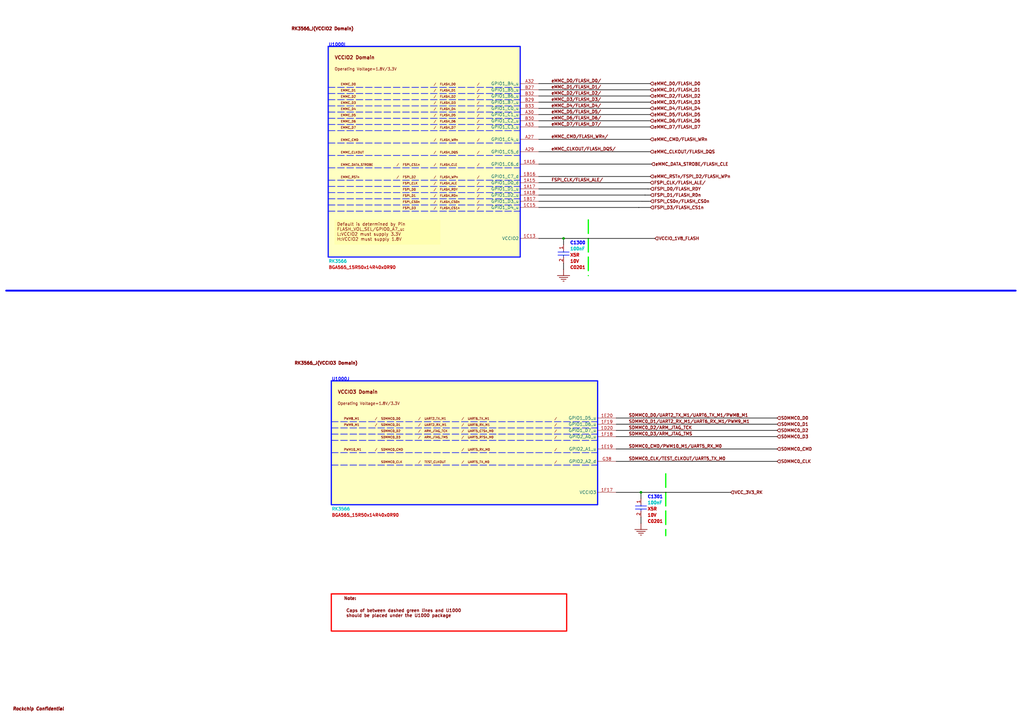
<source format=kicad_sch>
(kicad_sch (version 20231120) (generator "eeschema") (generator_version "8.0")
  (paper "User" 419.989 297.002)
  (lib_symbols
    (symbol "total-altium-import:13_0_CAP NP"
      (symbol "13_0_CAP NP_1_0"
        (pin passive line (at 2.54 2.54 270) (length 2.54) (name "1") (number "1"))
        (pin passive line (at 2.54 -5.08 90) (length 2.54) (name "2") (number "2"))
      )
    )
    (symbol "total-altium-import:13_0_SOC_RK3566"
      (symbol "13_0_SOC_RK3566_1_0"
        (pin passive line (at 30.48 -7.62 180) (length 7.62) (name "VDD_CPU_1") (number "1C12"))
        (pin passive line (at 30.48 -10.16 180) (length 7.62) (name "VDD_CPU_2") (number "1D11"))
        (pin passive line (at 30.48 -12.7 180) (length 7.62) (name "VDD_CPU_3") (number "1D12"))
        (pin passive line (at 30.48 -15.24 180) (length 7.62) (name "VDD_CPU_4") (number "1E11"))
        (pin passive line (at 30.48 -17.78 180) (length 7.62) (name "VDD_CPU_5") (number "1E12"))
        (pin passive line (at 30.48 -20.32 180) (length 7.62) (name "VDD_CPU_6") (number "1E13"))
        (pin passive line (at 30.48 -22.86 180) (length 7.62) (name "VDD_CPU_7") (number "1F11"))
        (pin passive line (at 30.48 -25.4 180) (length 7.62) (name "VDD_CPU_8") (number "1F12"))
        (pin passive line (at 30.48 -27.94 180) (length 7.62) (name "VDD_CPU_9") (number "1F13"))
        (pin passive line (at 30.48 -30.48 180) (length 7.62) (name "VDD_CPU_10") (number "1F14"))
        (pin passive line (at 30.48 -33.02 180) (length 7.62) (name "VDD_CPU_11") (number "1G13"))
        (pin passive line (at 30.48 -109.22 180) (length 7.62) (name "VDD_NPU_1") (number "1G15"))
        (pin passive line (at 30.48 -53.34 180) (length 7.62) (name "VDD_LOGIC_4") (number "1H10"))
        (pin passive line (at 30.48 -111.76 180) (length 7.62) (name "VDD_NPU_2") (number "1H14"))
        (pin passive line (at 30.48 -114.3 180) (length 7.62) (name "VDD_NPU_3") (number "1H15"))
        (pin passive line (at 30.48 -45.72 180) (length 7.62) (name "VDD_LOGIC_1") (number "1H7"))
        (pin passive line (at 30.48 -48.26 180) (length 7.62) (name "VDD_LOGIC_2") (number "1H8"))
        (pin passive line (at 30.48 -50.8 180) (length 7.62) (name "VDD_LOGIC_3") (number "1H9"))
        (pin passive line (at 30.48 -58.42 180) (length 7.62) (name "VDD_LOGIC_6") (number "1J10"))
        (pin passive line (at 30.48 -116.84 180) (length 7.62) (name "VDD_NPU_4") (number "1J14"))
        (pin passive line (at 30.48 -119.38 180) (length 7.62) (name "VDD_NPU_5") (number "1J15"))
        (pin passive line (at 30.48 -55.88 180) (length 7.62) (name "VDD_LOGIC_5") (number "1J7"))
        (pin passive line (at 30.48 -63.5 180) (length 7.62) (name "VDD_LOGIC_8") (number "1K10"))
        (pin passive line (at 30.48 -60.96 180) (length 7.62) (name "VDD_LOGIC_7") (number "1K7"))
        (pin passive line (at 30.48 -66.04 180) (length 7.62) (name "VDD_LOGIC_9") (number "1L7"))
        (pin passive line (at 30.48 -78.74 180) (length 7.62) (name "VDD_GPU_1") (number "1L8"))
        (pin passive line (at 30.48 -81.28 180) (length 7.62) (name "VDD_GPU_2") (number "1L9"))
        (pin passive line (at 30.48 -83.82 180) (length 7.62) (name "VDD_GPU_3") (number "1M7"))
        (pin passive line (at 30.48 -86.36 180) (length 7.62) (name "VDD_GPU_4") (number "1M8"))
        (pin passive line (at 30.48 -88.9 180) (length 7.62) (name "VDD_GPU_5") (number "1M9"))
      )
      (symbol "13_0_SOC_RK3566_2_0"
        (pin passive line (at 30.48 -78.74 180) (length 7.62) (name "VSS_30") (number "1B10"))
        (pin passive line (at 30.48 -81.28 180) (length 7.62) (name "VSS_31") (number "1B11"))
        (pin passive line (at 30.48 -83.82 180) (length 7.62) (name "VSS_32") (number "1B15"))
        (pin passive line (at 30.48 -86.36 180) (length 7.62) (name "VSS_33") (number "1B19"))
        (pin passive line (at 30.48 -101.6 180) (length 7.62) (name "VSS_39") (number "1C14"))
        (pin passive line (at 30.48 -104.14 180) (length 7.62) (name "VSS_40") (number "1C16"))
        (pin passive line (at 30.48 -106.68 180) (length 7.62) (name "VSS_41") (number "1C18"))
        (pin passive line (at 30.48 -88.9 180) (length 7.62) (name "VSS_34") (number "1C4"))
        (pin passive line (at 30.48 -91.44 180) (length 7.62) (name "VSS_35") (number "1C5"))
        (pin passive line (at 30.48 -93.98 180) (length 7.62) (name "VSS_36") (number "1C6"))
        (pin passive line (at 30.48 -96.52 180) (length 7.62) (name "VSS_37") (number "1C8"))
        (pin passive line (at 30.48 -99.06 180) (length 7.62) (name "VSS_38") (number "1C9"))
        (pin passive line (at 30.48 -109.22 180) (length 7.62) (name "VSS_42") (number "1D1"))
        (pin passive line (at 30.48 -114.3 180) (length 7.62) (name "VSS_44") (number "1D10"))
        (pin passive line (at 30.48 -116.84 180) (length 7.62) (name "VSS_45") (number "1D14"))
        (pin passive line (at 30.48 -111.76 180) (length 7.62) (name "VSS_43") (number "1D3"))
        (pin passive line (at 30.48 -124.46 180) (length 7.62) (name "VSS_48") (number "1E10"))
        (pin passive line (at 30.48 -127 180) (length 7.62) (name "VSS_49") (number "1E14"))
        (pin passive line (at 30.48 -129.54 180) (length 7.62) (name "VSS_50") (number "1E15"))
        (pin passive line (at 30.48 -119.38 180) (length 7.62) (name "VSS_46") (number "1E3"))
        (pin passive line (at 30.48 -121.92 180) (length 7.62) (name "VSS_47") (number "1E8"))
        (pin passive line (at 30.48 -5.08 180) (length 7.62) (name "VSS_1") (number "A1"))
        (pin passive line (at 30.48 -7.62 180) (length 7.62) (name "VSS_2") (number "A2"))
        (pin passive line (at 30.48 -10.16 180) (length 7.62) (name "VSS_3") (number "A38"))
        (pin passive line (at 30.48 -48.26 180) (length 7.62) (name "VSS_18") (number "AA2"))
        (pin passive line (at 30.48 -63.5 180) (length 7.62) (name "VSS_24") (number "AC37"))
        (pin passive line (at 30.48 -50.8 180) (length 7.62) (name "VSS_19") (number "AD2"))
        (pin passive line (at 30.48 -66.04 180) (length 7.62) (name "VSS_25") (number "AE37"))
        (pin passive line (at 30.48 -68.58 180) (length 7.62) (name "VSS_26") (number "AH37"))
        (pin passive line (at 30.48 -71.12 180) (length 7.62) (name "VSS_27") (number "AL37"))
        (pin passive line (at 30.48 -53.34 180) (length 7.62) (name "VSS_20") (number "AP2"))
        (pin passive line (at 30.48 -73.66 180) (length 7.62) (name "VSS_28") (number "AP37"))
        (pin passive line (at 30.48 -58.42 180) (length 7.62) (name "VSS_22") (number "AP8"))
        (pin passive line (at 30.48 -55.88 180) (length 7.62) (name "VSS_21") (number "AR1"))
        (pin passive line (at 30.48 -76.2 180) (length 7.62) (name "VSS_29") (number "AR38"))
        (pin passive line (at 30.48 -12.7 180) (length 7.62) (name "VSS_4") (number "B1"))
        (pin passive line (at 30.48 -20.32 180) (length 7.62) (name "VSS_7") (number "B11"))
        (pin passive line (at 30.48 -22.86 180) (length 7.62) (name "VSS_8") (number "B14"))
        (pin passive line (at 30.48 -25.4 180) (length 7.62) (name "VSS_9") (number "B18"))
        (pin passive line (at 30.48 -15.24 180) (length 7.62) (name "VSS_5") (number "B2"))
        (pin passive line (at 30.48 -27.94 180) (length 7.62) (name "VSS_10") (number "B21"))
        (pin passive line (at 30.48 -30.48 180) (length 7.62) (name "VSS_11") (number "B28"))
        (pin passive line (at 30.48 -33.02 180) (length 7.62) (name "VSS_12") (number "B31"))
        (pin passive line (at 30.48 -17.78 180) (length 7.62) (name "VSS_6") (number "B6"))
        (pin passive line (at 30.48 -35.56 180) (length 7.62) (name "VSS_13") (number "D2"))
        (pin passive line (at 30.48 -60.96 180) (length 7.62) (name "VSS_23") (number "E37"))
        (pin passive line (at 30.48 -38.1 180) (length 7.62) (name "VSS_14") (number "J2"))
        (pin passive line (at 30.48 -40.64 180) (length 7.62) (name "VSS_15") (number "L2"))
        (pin passive line (at 30.48 -43.18 180) (length 7.62) (name "VSS_16") (number "U2"))
        (pin passive line (at 30.48 -45.72 180) (length 7.62) (name "VSS_17") (number "W2"))
      )
      (symbol "13_0_SOC_RK3566_3_0"
        (pin passive line (at 30.48 -5.08 180) (length 7.62) (name "VSS_51") (number "1E17"))
        (pin passive line (at 30.48 -17.78 180) (length 7.62) (name "VSS_56") (number "1F10"))
        (pin passive line (at 30.48 -20.32 180) (length 7.62) (name "VSS_57") (number "1F15"))
        (pin passive line (at 30.48 -22.86 180) (length 7.62) (name "VSS_58") (number "1F16"))
        (pin passive line (at 30.48 -7.62 180) (length 7.62) (name "VSS_52") (number "1F6"))
        (pin passive line (at 30.48 -10.16 180) (length 7.62) (name "VSS_53") (number "1F7"))
        (pin passive line (at 30.48 -12.7 180) (length 7.62) (name "VSS_54") (number "1F8"))
        (pin passive line (at 30.48 -15.24 180) (length 7.62) (name "VSS_55") (number "1F9"))
        (pin passive line (at 30.48 -38.1 180) (length 7.62) (name "VSS_64") (number "1G10"))
        (pin passive line (at 30.48 -40.64 180) (length 7.62) (name "VSS_65") (number "1G11"))
        (pin passive line (at 30.48 -43.18 180) (length 7.62) (name "VSS_66") (number "1G12"))
        (pin passive line (at 30.48 -45.72 180) (length 7.62) (name "VSS_67") (number "1G14"))
        (pin passive line (at 30.48 -25.4 180) (length 7.62) (name "VSS_59") (number "1G3"))
        (pin passive line (at 30.48 -27.94 180) (length 7.62) (name "VSS_60") (number "1G6"))
        (pin passive line (at 30.48 -30.48 180) (length 7.62) (name "VSS_61") (number "1G7"))
        (pin passive line (at 30.48 -33.02 180) (length 7.62) (name "VSS_62") (number "1G8"))
        (pin passive line (at 30.48 -35.56 180) (length 7.62) (name "VSS_63") (number "1G9"))
        (pin passive line (at 30.48 -48.26 180) (length 7.62) (name "VSS_68") (number "1H1"))
        (pin passive line (at 30.48 -55.88 180) (length 7.62) (name "VSS_71") (number "1H11"))
        (pin passive line (at 30.48 -58.42 180) (length 7.62) (name "VSS_72") (number "1H12"))
        (pin passive line (at 30.48 -60.96 180) (length 7.62) (name "VSS_73") (number "1H13"))
        (pin passive line (at 30.48 -50.8 180) (length 7.62) (name "VSS_69") (number "1H2"))
        (pin passive line (at 30.48 -53.34 180) (length 7.62) (name "VSS_70") (number "1H6"))
        (pin passive line (at 30.48 -63.5 180) (length 7.62) (name "VSS_74") (number "1J1"))
        (pin passive line (at 30.48 -73.66 180) (length 7.62) (name "VSS_78") (number "1J11"))
        (pin passive line (at 30.48 -76.2 180) (length 7.62) (name "VSS_79") (number "1J12"))
        (pin passive line (at 30.48 -78.74 180) (length 7.62) (name "VSS_80") (number "1J13"))
        (pin passive line (at 30.48 -66.04 180) (length 7.62) (name "VSS_75") (number "1J6"))
        (pin passive line (at 30.48 -68.58 180) (length 7.62) (name "VSS_76") (number "1J8"))
        (pin passive line (at 30.48 -71.12 180) (length 7.62) (name "VSS_77") (number "1J9"))
        (pin passive line (at 30.48 -99.06 180) (length 7.62) (name "VSS_88") (number "1K11"))
        (pin passive line (at 30.48 -101.6 180) (length 7.62) (name "VSS_89") (number "1K12"))
        (pin passive line (at 30.48 -104.14 180) (length 7.62) (name "VSS_90") (number "1K13"))
        (pin passive line (at 30.48 -106.68 180) (length 7.62) (name "VSS_91") (number "1K14"))
        (pin passive line (at 30.48 -109.22 180) (length 7.62) (name "VSS_92") (number "1K15"))
        (pin passive line (at 30.48 -81.28 180) (length 7.62) (name "VSS_81") (number "1K2"))
        (pin passive line (at 30.48 -83.82 180) (length 7.62) (name "VSS_82") (number "1K3"))
        (pin passive line (at 30.48 -86.36 180) (length 7.62) (name "VSS_83") (number "1K4"))
        (pin passive line (at 30.48 -88.9 180) (length 7.62) (name "VSS_84") (number "1K5"))
        (pin passive line (at 30.48 -91.44 180) (length 7.62) (name "VSS_85") (number "1K6"))
        (pin passive line (at 30.48 -93.98 180) (length 7.62) (name "VSS_86") (number "1K8"))
        (pin passive line (at 30.48 -96.52 180) (length 7.62) (name "VSS_87") (number "1K9"))
        (pin passive line (at 30.48 -116.84 180) (length 7.62) (name "VSS_95") (number "1L10"))
        (pin passive line (at 30.48 -119.38 180) (length 7.62) (name "VSS_96") (number "1L11"))
        (pin passive line (at 30.48 -121.92 180) (length 7.62) (name "VSS_97") (number "1L12"))
        (pin passive line (at 30.48 -124.46 180) (length 7.62) (name "VSS_98") (number "1L13"))
        (pin passive line (at 30.48 -127 180) (length 7.62) (name "VSS_99") (number "1L14"))
        (pin passive line (at 30.48 -129.54 180) (length 7.62) (name "VSS_100") (number "1L15"))
        (pin passive line (at 30.48 -111.76 180) (length 7.62) (name "VSS_93") (number "1L3"))
        (pin passive line (at 30.48 -114.3 180) (length 7.62) (name "VSS_94") (number "1L6"))
      )
      (symbol "13_0_SOC_RK3566_4_0"
        (pin passive line (at 30.48 -15.24 180) (length 7.62) (name "VSS_105") (number "1M10"))
        (pin passive line (at 30.48 -17.78 180) (length 7.62) (name "VSS_106") (number "1M11"))
        (pin passive line (at 30.48 -20.32 180) (length 7.62) (name "VSS_107") (number "1M12"))
        (pin passive line (at 30.48 -22.86 180) (length 7.62) (name "VSS_108") (number "1M13"))
        (pin passive line (at 30.48 -25.4 180) (length 7.62) (name "VSS_109") (number "1M14"))
        (pin passive line (at 30.48 -27.94 180) (length 7.62) (name "VSS_110") (number "1M15"))
        (pin passive line (at 30.48 -30.48 180) (length 7.62) (name "VSS_111") (number "1M16"))
        (pin passive line (at 30.48 -33.02 180) (length 7.62) (name "VSS_112") (number "1M17"))
        (pin passive line (at 30.48 -35.56 180) (length 7.62) (name "VSS_113") (number "1M20"))
        (pin passive line (at 30.48 -5.08 180) (length 7.62) (name "VSS_101") (number "1M3"))
        (pin passive line (at 30.48 -7.62 180) (length 7.62) (name "VSS_102") (number "1M4"))
        (pin passive line (at 30.48 -10.16 180) (length 7.62) (name "VSS_103") (number "1M5"))
        (pin passive line (at 30.48 -12.7 180) (length 7.62) (name "VSS_104") (number "1M6"))
        (pin passive line (at 30.48 -38.1 180) (length 7.62) (name "VSS_114") (number "1N3"))
        (pin passive line (at 30.48 -40.64 180) (length 7.62) (name "VSS_115") (number "1N4"))
        (pin passive line (at 30.48 -43.18 180) (length 7.62) (name "VSS_116") (number "1N7"))
        (pin passive line (at 30.48 -45.72 180) (length 7.62) (name "VSS_117") (number "1P1"))
        (pin passive line (at 30.48 -55.88 180) (length 7.62) (name "VSS_121") (number "1P15"))
        (pin passive line (at 30.48 -48.26 180) (length 7.62) (name "VSS_118") (number "1P5"))
        (pin passive line (at 30.48 -50.8 180) (length 7.62) (name "VSS_119") (number "1P6"))
        (pin passive line (at 30.48 -53.34 180) (length 7.62) (name "VSS_120") (number "1P7"))
        (pin passive line (at 30.48 -58.42 180) (length 7.62) (name "VSS_122") (number "1R3"))
        (pin passive line (at 30.48 -60.96 180) (length 7.62) (name "VSS_123") (number "1R4"))
        (pin passive line (at 30.48 -63.5 180) (length 7.62) (name "VSS_124") (number "1R5"))
        (pin passive line (at 30.48 -66.04 180) (length 7.62) (name "VSS_125") (number "1R6"))
        (pin passive line (at 30.48 -68.58 180) (length 7.62) (name "VSS_126") (number "1R7"))
        (pin passive line (at 30.48 -71.12 180) (length 7.62) (name "VSS_127") (number "1T3"))
        (pin passive line (at 30.48 -73.66 180) (length 7.62) (name "VSS_128") (number "1T5"))
        (pin passive line (at 30.48 -76.2 180) (length 7.62) (name "VSS_129") (number "1U2"))
        (pin passive line (at 30.48 -78.74 180) (length 7.62) (name "VSS_130") (number "1V1"))
        (pin passive line (at 30.48 -81.28 180) (length 7.62) (name "VSS_131") (number "1V4"))
      )
      (symbol "13_0_SOC_RK3566_5_0"
        (pin passive line (at 30.48 -119.38 180) (length 7.62) (name "AVSS1_6") (number "1F20"))
        (pin passive line (at 30.48 -121.92 180) (length 7.62) (name "AVSS1_7") (number "1G16"))
        (pin passive line (at 30.48 -124.46 180) (length 7.62) (name "AVSS1_8") (number "1G18"))
        (pin passive line (at 30.48 -127 180) (length 7.62) (name "AVSS1_9") (number "1G19"))
        (pin passive line (at 30.48 -129.54 180) (length 7.62) (name "AVSS1_10") (number "1G20"))
        (pin passive line (at 30.48 -132.08 180) (length 7.62) (name "AVSS1_11") (number "1J16"))
        (pin passive line (at 30.48 -134.62 180) (length 7.62) (name "AVSS1_12") (number "1J18"))
        (pin passive line (at 30.48 -137.16 180) (length 7.62) (name "AVSS1_13") (number "1K18"))
        (pin passive line (at 30.48 -139.7 180) (length 7.62) (name "AVSS1_14") (number "1L19"))
        (pin passive line (at 30.48 -25.4 180) (length 7.62) (name "AVSS_9") (number "1N11"))
        (pin passive line (at 30.48 -27.94 180) (length 7.62) (name "AVSS_10") (number "1N12"))
        (pin passive line (at 30.48 -33.02 180) (length 7.62) (name "AVSS_12") (number "1P10"))
        (pin passive line (at 30.48 -35.56 180) (length 7.62) (name "AVSS_13") (number "1P14"))
        (pin passive line (at 30.48 -30.48 180) (length 7.62) (name "AVSS_11") (number "1P8"))
        (pin passive line (at 30.48 -43.18 180) (length 7.62) (name "AVSS_16") (number "1R11"))
        (pin passive line (at 30.48 -45.72 180) (length 7.62) (name "AVSS_17") (number "1R12"))
        (pin passive line (at 30.48 -48.26 180) (length 7.62) (name "AVSS_18") (number "1R13"))
        (pin passive line (at 30.48 -50.8 180) (length 7.62) (name "AVSS_19") (number "1R14"))
        (pin passive line (at 30.48 -53.34 180) (length 7.62) (name "AVSS_20") (number "1R15"))
        (pin passive line (at 30.48 -38.1 180) (length 7.62) (name "AVSS_14") (number "1R8"))
        (pin passive line (at 30.48 -40.64 180) (length 7.62) (name "AVSS_15") (number "1R9"))
        (pin passive line (at 30.48 -63.5 180) (length 7.62) (name "AVSS_24") (number "1T10"))
        (pin passive line (at 30.48 -66.04 180) (length 7.62) (name "AVSS_25") (number "1T11"))
        (pin passive line (at 30.48 -68.58 180) (length 7.62) (name "AVSS_26") (number "1T12"))
        (pin passive line (at 30.48 -71.12 180) (length 7.62) (name "AVSS_27") (number "1T13"))
        (pin passive line (at 30.48 -73.66 180) (length 7.62) (name "AVSS_28") (number "1T14"))
        (pin passive line (at 30.48 -76.2 180) (length 7.62) (name "AVSS_29") (number "1T15"))
        (pin passive line (at 30.48 -78.74 180) (length 7.62) (name "AVSS_30") (number "1T16"))
        (pin passive line (at 30.48 -81.28 180) (length 7.62) (name "AVSS_31") (number "1T17"))
        (pin passive line (at 30.48 -55.88 180) (length 7.62) (name "AVSS_21") (number "1T7"))
        (pin passive line (at 30.48 -58.42 180) (length 7.62) (name "AVSS_22") (number "1T8"))
        (pin passive line (at 30.48 -60.96 180) (length 7.62) (name "AVSS_23") (number "1T9"))
        (pin passive line (at 30.48 -83.82 180) (length 7.62) (name "AVSS_32") (number "1U12"))
        (pin passive line (at 30.48 -86.36 180) (length 7.62) (name "AVSS_33") (number "1U13"))
        (pin passive line (at 30.48 -88.9 180) (length 7.62) (name "AVSS_34") (number "1U15"))
        (pin passive line (at 30.48 -91.44 180) (length 7.62) (name "AVSS_35") (number "1U17"))
        (pin passive line (at 30.48 -96.52 180) (length 7.62) (name "AVSS_37") (number "1V12"))
        (pin passive line (at 30.48 -99.06 180) (length 7.62) (name "AVSS_38") (number "1V13"))
        (pin passive line (at 30.48 -101.6 180) (length 7.62) (name "AVSS_39") (number "1V18"))
        (pin passive line (at 30.48 -93.98 180) (length 7.62) (name "AVSS_36") (number "1V7"))
        (pin passive line (at 30.48 -5.08 180) (length 7.62) (name "AVSS_1") (number "AP13"))
        (pin passive line (at 30.48 -7.62 180) (length 7.62) (name "AVSS_2") (number "AP16"))
        (pin passive line (at 30.48 -10.16 180) (length 7.62) (name "AVSS_3") (number "AP19"))
        (pin passive line (at 30.48 -12.7 180) (length 7.62) (name "AVSS_4") (number "AP22"))
        (pin passive line (at 30.48 -15.24 180) (length 7.62) (name "AVSS_5") (number "AP25"))
        (pin passive line (at 30.48 -17.78 180) (length 7.62) (name "AVSS_6") (number "AP28"))
        (pin passive line (at 30.48 -20.32 180) (length 7.62) (name "AVSS_7") (number "AP31"))
        (pin passive line (at 30.48 -22.86 180) (length 7.62) (name "AVSS_8") (number "AP34"))
        (pin passive line (at 30.48 -106.68 180) (length 7.62) (name "AVSS1_1") (number "H37"))
        (pin passive line (at 30.48 -109.22 180) (length 7.62) (name "AVSS1_2") (number "L37"))
        (pin passive line (at 30.48 -111.76 180) (length 7.62) (name "AVSS1_3") (number "P37"))
        (pin passive line (at 30.48 -114.3 180) (length 7.62) (name "AVSS1_4") (number "U37"))
        (pin passive line (at 30.48 -116.84 180) (length 7.62) (name "AVSS1_5") (number "Y37"))
      )
      (symbol "13_0_SOC_RK3566_6_0"
        (text "---" (at 133.096 -13.462 0) (effects (font (size 0.889 0.889)) (justify left bottom)))
        (text "---" (at 178.816 -104.902 0) (effects (font (size 0.889 0.889)) (justify left bottom)))
        (text "---" (at 178.816 -76.962 0) (effects (font (size 0.889 0.889)) (justify left bottom)))
        (text "---" (at 178.816 -74.422 0) (effects (font (size 0.889 0.889)) (justify left bottom)))
        (text "---" (at 178.816 -66.802 0) (effects (font (size 0.889 0.889)) (justify left bottom)))
        (text "---" (at 178.816 -64.262 0) (effects (font (size 0.889 0.889)) (justify left bottom)))
        (text "---" (at 178.816 -56.642 0) (effects (font (size 0.889 0.889)) (justify left bottom)))
        (text "---" (at 178.816 -49.022 0) (effects (font (size 0.889 0.889)) (justify left bottom)))
        (text "---" (at 178.816 -41.402 0) (effects (font (size 0.889 0.889)) (justify left bottom)))
        (text "---" (at 178.816 -38.862 0) (effects (font (size 0.889 0.889)) (justify left bottom)))
        (text "---" (at 178.816 -31.242 0) (effects (font (size 0.889 0.889)) (justify left bottom)))
        (text "---" (at 178.816 -18.542 0) (effects (font (size 0.889 0.889)) (justify left bottom)))
        (text "---" (at 178.816 -13.462 0) (effects (font (size 0.889 0.889)) (justify left bottom)))
        (text "---" (at 178.816 -10.922 0) (effects (font (size 0.889 0.889)) (justify left bottom)))
        (text "/" (at 17.78 -155.702 0) (effects (font (size 0.889 0.889)) (justify left bottom)))
        (text "/" (at 17.78 -153.162 0) (effects (font (size 0.889 0.889)) (justify left bottom)))
        (text "/" (at 17.78 -148.082 0) (effects (font (size 0.889 0.889)) (justify left bottom)))
        (text "/" (at 17.78 -143.002 0) (effects (font (size 0.889 0.889)) (justify left bottom)))
        (text "/" (at 17.78 -140.462 0) (effects (font (size 0.889 0.889)) (justify left bottom)))
        (text "/" (at 17.78 -137.922 0) (effects (font (size 0.889 0.889)) (justify left bottom)))
        (text "/" (at 17.78 -135.382 0) (effects (font (size 0.889 0.889)) (justify left bottom)))
        (text "/" (at 17.78 -132.842 0) (effects (font (size 0.889 0.889)) (justify left bottom)))
        (text "/" (at 17.78 -130.302 0) (effects (font (size 0.889 0.889)) (justify left bottom)))
        (text "/" (at 17.78 -127.762 0) (effects (font (size 0.889 0.889)) (justify left bottom)))
        (text "/" (at 17.78 -125.222 0) (effects (font (size 0.889 0.889)) (justify left bottom)))
        (text "/" (at 17.78 -117.602 0) (effects (font (size 0.889 0.889)) (justify left bottom)))
        (text "/" (at 17.78 -115.062 0) (effects (font (size 0.889 0.889)) (justify left bottom)))
        (text "/" (at 17.78 -109.982 0) (effects (font (size 0.889 0.889)) (justify left bottom)))
        (text "/" (at 17.78 -104.902 0) (effects (font (size 0.889 0.889)) (justify left bottom)))
        (text "/" (at 17.78 -102.362 0) (effects (font (size 0.889 0.889)) (justify left bottom)))
        (text "/" (at 17.78 -99.822 0) (effects (font (size 0.889 0.889)) (justify left bottom)))
        (text "/" (at 17.78 -97.282 0) (effects (font (size 0.889 0.889)) (justify left bottom)))
        (text "/" (at 17.78 -94.742 0) (effects (font (size 0.889 0.889)) (justify left bottom)))
        (text "/" (at 17.78 -92.202 0) (effects (font (size 0.889 0.889)) (justify left bottom)))
        (text "/" (at 17.78 -89.662 0) (effects (font (size 0.889 0.889)) (justify left bottom)))
        (text "/" (at 17.78 -87.122 0) (effects (font (size 0.889 0.889)) (justify left bottom)))
        (text "/" (at 17.78 -79.502 0) (effects (font (size 0.889 0.889)) (justify left bottom)))
        (text "/" (at 17.78 -76.962 0) (effects (font (size 0.889 0.889)) (justify left bottom)))
        (text "/" (at 17.78 -71.882 0) (effects (font (size 0.889 0.889)) (justify left bottom)))
        (text "/" (at 17.78 -66.802 0) (effects (font (size 0.889 0.889)) (justify left bottom)))
        (text "/" (at 17.78 -64.262 0) (effects (font (size 0.889 0.889)) (justify left bottom)))
        (text "/" (at 17.78 -61.722 0) (effects (font (size 0.889 0.889)) (justify left bottom)))
        (text "/" (at 17.78 -59.182 0) (effects (font (size 0.889 0.889)) (justify left bottom)))
        (text "/" (at 17.78 -56.642 0) (effects (font (size 0.889 0.889)) (justify left bottom)))
        (text "/" (at 17.78 -54.102 0) (effects (font (size 0.889 0.889)) (justify left bottom)))
        (text "/" (at 17.78 -51.562 0) (effects (font (size 0.889 0.889)) (justify left bottom)))
        (text "/" (at 17.78 -49.022 0) (effects (font (size 0.889 0.889)) (justify left bottom)))
        (text "/" (at 17.78 -41.402 0) (effects (font (size 0.889 0.889)) (justify left bottom)))
        (text "/" (at 17.78 -38.862 0) (effects (font (size 0.889 0.889)) (justify left bottom)))
        (text "/" (at 17.78 -33.782 0) (effects (font (size 0.889 0.889)) (justify left bottom)))
        (text "/" (at 17.78 -28.702 0) (effects (font (size 0.889 0.889)) (justify left bottom)))
        (text "/" (at 17.78 -26.162 0) (effects (font (size 0.889 0.889)) (justify left bottom)))
        (text "/" (at 17.78 -23.622 0) (effects (font (size 0.889 0.889)) (justify left bottom)))
        (text "/" (at 17.78 -21.082 0) (effects (font (size 0.889 0.889)) (justify left bottom)))
        (text "/" (at 17.78 -18.542 0) (effects (font (size 0.889 0.889)) (justify left bottom)))
        (text "/" (at 17.78 -16.002 0) (effects (font (size 0.889 0.889)) (justify left bottom)))
        (text "/" (at 17.78 -13.462 0) (effects (font (size 0.889 0.889)) (justify left bottom)))
        (text "/" (at 17.78 -10.922 0) (effects (font (size 0.889 0.889)) (justify left bottom)))
        (text "/" (at 40.64 -155.702 0) (effects (font (size 0.889 0.889)) (justify left bottom)))
        (text "/" (at 40.64 -153.162 0) (effects (font (size 0.889 0.889)) (justify left bottom)))
        (text "/" (at 40.64 -148.082 0) (effects (font (size 0.889 0.889)) (justify left bottom)))
        (text "/" (at 40.64 -143.002 0) (effects (font (size 0.889 0.889)) (justify left bottom)))
        (text "/" (at 40.64 -140.462 0) (effects (font (size 0.889 0.889)) (justify left bottom)))
        (text "/" (at 40.64 -137.922 0) (effects (font (size 0.889 0.889)) (justify left bottom)))
        (text "/" (at 40.64 -135.382 0) (effects (font (size 0.889 0.889)) (justify left bottom)))
        (text "/" (at 40.64 -132.842 0) (effects (font (size 0.889 0.889)) (justify left bottom)))
        (text "/" (at 40.64 -130.302 0) (effects (font (size 0.889 0.889)) (justify left bottom)))
        (text "/" (at 40.64 -127.762 0) (effects (font (size 0.889 0.889)) (justify left bottom)))
        (text "/" (at 40.64 -125.222 0) (effects (font (size 0.889 0.889)) (justify left bottom)))
        (text "/" (at 40.64 -117.602 0) (effects (font (size 0.889 0.889)) (justify left bottom)))
        (text "/" (at 40.64 -115.062 0) (effects (font (size 0.889 0.889)) (justify left bottom)))
        (text "/" (at 40.64 -109.982 0) (effects (font (size 0.889 0.889)) (justify left bottom)))
        (text "/" (at 40.64 -104.902 0) (effects (font (size 0.889 0.889)) (justify left bottom)))
        (text "/" (at 40.64 -102.362 0) (effects (font (size 0.889 0.889)) (justify left bottom)))
        (text "/" (at 40.64 -99.822 0) (effects (font (size 0.889 0.889)) (justify left bottom)))
        (text "/" (at 40.64 -97.282 0) (effects (font (size 0.889 0.889)) (justify left bottom)))
        (text "/" (at 40.64 -94.742 0) (effects (font (size 0.889 0.889)) (justify left bottom)))
        (text "/" (at 40.64 -92.202 0) (effects (font (size 0.889 0.889)) (justify left bottom)))
        (text "/" (at 40.64 -89.662 0) (effects (font (size 0.889 0.889)) (justify left bottom)))
        (text "/" (at 40.64 -87.122 0) (effects (font (size 0.889 0.889)) (justify left bottom)))
        (text "/" (at 40.64 -79.502 0) (effects (font (size 0.889 0.889)) (justify left bottom)))
        (text "/" (at 40.64 -76.962 0) (effects (font (size 0.889 0.889)) (justify left bottom)))
        (text "/" (at 40.64 -71.882 0) (effects (font (size 0.889 0.889)) (justify left bottom)))
        (text "/" (at 40.64 -66.802 0) (effects (font (size 0.889 0.889)) (justify left bottom)))
        (text "/" (at 40.64 -64.262 0) (effects (font (size 0.889 0.889)) (justify left bottom)))
        (text "/" (at 40.64 -61.722 0) (effects (font (size 0.889 0.889)) (justify left bottom)))
        (text "/" (at 40.64 -59.182 0) (effects (font (size 0.889 0.889)) (justify left bottom)))
        (text "/" (at 40.64 -56.642 0) (effects (font (size 0.889 0.889)) (justify left bottom)))
        (text "/" (at 40.64 -54.102 0) (effects (font (size 0.889 0.889)) (justify left bottom)))
        (text "/" (at 40.64 -51.562 0) (effects (font (size 0.889 0.889)) (justify left bottom)))
        (text "/" (at 40.64 -49.022 0) (effects (font (size 0.889 0.889)) (justify left bottom)))
        (text "/" (at 40.64 -41.402 0) (effects (font (size 0.889 0.889)) (justify left bottom)))
        (text "/" (at 40.64 -38.862 0) (effects (font (size 0.889 0.889)) (justify left bottom)))
        (text "/" (at 40.64 -33.782 0) (effects (font (size 0.889 0.889)) (justify left bottom)))
        (text "/" (at 40.64 -28.702 0) (effects (font (size 0.889 0.889)) (justify left bottom)))
        (text "/" (at 40.64 -26.162 0) (effects (font (size 0.889 0.889)) (justify left bottom)))
        (text "/" (at 40.64 -23.622 0) (effects (font (size 0.889 0.889)) (justify left bottom)))
        (text "/" (at 40.64 -21.082 0) (effects (font (size 0.889 0.889)) (justify left bottom)))
        (text "/" (at 40.64 -18.542 0) (effects (font (size 0.889 0.889)) (justify left bottom)))
        (text "/" (at 40.64 -16.002 0) (effects (font (size 0.889 0.889)) (justify left bottom)))
        (text "/" (at 40.64 -13.462 0) (effects (font (size 0.889 0.889)) (justify left bottom)))
        (text "/" (at 40.64 -10.922 0) (effects (font (size 0.889 0.889)) (justify left bottom)))
        (text "/" (at 63.5 -155.702 0) (effects (font (size 0.889 0.889)) (justify left bottom)))
        (text "/" (at 63.5 -153.162 0) (effects (font (size 0.889 0.889)) (justify left bottom)))
        (text "/" (at 63.5 -148.082 0) (effects (font (size 0.889 0.889)) (justify left bottom)))
        (text "/" (at 63.5 -143.002 0) (effects (font (size 0.889 0.889)) (justify left bottom)))
        (text "/" (at 63.5 -140.462 0) (effects (font (size 0.889 0.889)) (justify left bottom)))
        (text "/" (at 63.5 -137.922 0) (effects (font (size 0.889 0.889)) (justify left bottom)))
        (text "/" (at 63.5 -135.382 0) (effects (font (size 0.889 0.889)) (justify left bottom)))
        (text "/" (at 63.5 -132.842 0) (effects (font (size 0.889 0.889)) (justify left bottom)))
        (text "/" (at 63.5 -130.302 0) (effects (font (size 0.889 0.889)) (justify left bottom)))
        (text "/" (at 63.5 -127.762 0) (effects (font (size 0.889 0.889)) (justify left bottom)))
        (text "/" (at 63.5 -125.222 0) (effects (font (size 0.889 0.889)) (justify left bottom)))
        (text "/" (at 63.5 -117.602 0) (effects (font (size 0.889 0.889)) (justify left bottom)))
        (text "/" (at 63.5 -115.062 0) (effects (font (size 0.889 0.889)) (justify left bottom)))
        (text "/" (at 63.5 -109.982 0) (effects (font (size 0.889 0.889)) (justify left bottom)))
        (text "/" (at 63.5 -104.902 0) (effects (font (size 0.889 0.889)) (justify left bottom)))
        (text "/" (at 63.5 -102.362 0) (effects (font (size 0.889 0.889)) (justify left bottom)))
        (text "/" (at 63.5 -99.822 0) (effects (font (size 0.889 0.889)) (justify left bottom)))
        (text "/" (at 63.5 -97.282 0) (effects (font (size 0.889 0.889)) (justify left bottom)))
        (text "/" (at 63.5 -94.742 0) (effects (font (size 0.889 0.889)) (justify left bottom)))
        (text "/" (at 63.5 -92.202 0) (effects (font (size 0.889 0.889)) (justify left bottom)))
        (text "/" (at 63.5 -89.662 0) (effects (font (size 0.889 0.889)) (justify left bottom)))
        (text "/" (at 63.5 -87.122 0) (effects (font (size 0.889 0.889)) (justify left bottom)))
        (text "/" (at 63.5 -79.502 0) (effects (font (size 0.889 0.889)) (justify left bottom)))
        (text "/" (at 63.5 -76.962 0) (effects (font (size 0.889 0.889)) (justify left bottom)))
        (text "/" (at 63.5 -71.882 0) (effects (font (size 0.889 0.889)) (justify left bottom)))
        (text "/" (at 63.5 -66.802 0) (effects (font (size 0.889 0.889)) (justify left bottom)))
        (text "/" (at 63.5 -64.262 0) (effects (font (size 0.889 0.889)) (justify left bottom)))
        (text "/" (at 63.5 -61.722 0) (effects (font (size 0.889 0.889)) (justify left bottom)))
        (text "/" (at 63.5 -59.182 0) (effects (font (size 0.889 0.889)) (justify left bottom)))
        (text "/" (at 63.5 -56.642 0) (effects (font (size 0.889 0.889)) (justify left bottom)))
        (text "/" (at 63.5 -54.102 0) (effects (font (size 0.889 0.889)) (justify left bottom)))
        (text "/" (at 63.5 -51.562 0) (effects (font (size 0.889 0.889)) (justify left bottom)))
        (text "/" (at 63.5 -49.022 0) (effects (font (size 0.889 0.889)) (justify left bottom)))
        (text "/" (at 63.5 -41.402 0) (effects (font (size 0.889 0.889)) (justify left bottom)))
        (text "/" (at 63.5 -38.862 0) (effects (font (size 0.889 0.889)) (justify left bottom)))
        (text "/" (at 63.5 -33.782 0) (effects (font (size 0.889 0.889)) (justify left bottom)))
        (text "/" (at 63.5 -28.702 0) (effects (font (size 0.889 0.889)) (justify left bottom)))
        (text "/" (at 63.5 -26.162 0) (effects (font (size 0.889 0.889)) (justify left bottom)))
        (text "/" (at 63.5 -23.622 0) (effects (font (size 0.889 0.889)) (justify left bottom)))
        (text "/" (at 63.5 -21.082 0) (effects (font (size 0.889 0.889)) (justify left bottom)))
        (text "/" (at 63.5 -18.542 0) (effects (font (size 0.889 0.889)) (justify left bottom)))
        (text "/" (at 63.5 -16.002 0) (effects (font (size 0.889 0.889)) (justify left bottom)))
        (text "/" (at 63.5 -13.462 0) (effects (font (size 0.889 0.889)) (justify left bottom)))
        (text "/" (at 63.5 -10.922 0) (effects (font (size 0.889 0.889)) (justify left bottom)))
        (text "/" (at 81.28 -155.702 0) (effects (font (size 0.889 0.889)) (justify left bottom)))
        (text "/" (at 81.28 -153.162 0) (effects (font (size 0.889 0.889)) (justify left bottom)))
        (text "/" (at 81.28 -148.082 0) (effects (font (size 0.889 0.889)) (justify left bottom)))
        (text "/" (at 81.28 -143.002 0) (effects (font (size 0.889 0.889)) (justify left bottom)))
        (text "/" (at 81.28 -140.462 0) (effects (font (size 0.889 0.889)) (justify left bottom)))
        (text "/" (at 81.28 -137.922 0) (effects (font (size 0.889 0.889)) (justify left bottom)))
        (text "/" (at 81.28 -135.382 0) (effects (font (size 0.889 0.889)) (justify left bottom)))
        (text "/" (at 81.28 -132.842 0) (effects (font (size 0.889 0.889)) (justify left bottom)))
        (text "/" (at 81.28 -130.302 0) (effects (font (size 0.889 0.889)) (justify left bottom)))
        (text "/" (at 81.28 -127.762 0) (effects (font (size 0.889 0.889)) (justify left bottom)))
        (text "/" (at 81.28 -125.222 0) (effects (font (size 0.889 0.889)) (justify left bottom)))
        (text "/" (at 81.28 -117.602 0) (effects (font (size 0.889 0.889)) (justify left bottom)))
        (text "/" (at 81.28 -115.062 0) (effects (font (size 0.889 0.889)) (justify left bottom)))
        (text "/" (at 81.28 -109.982 0) (effects (font (size 0.889 0.889)) (justify left bottom)))
        (text "/" (at 81.28 -104.902 0) (effects (font (size 0.889 0.889)) (justify left bottom)))
        (text "/" (at 81.28 -102.362 0) (effects (font (size 0.889 0.889)) (justify left bottom)))
        (text "/" (at 81.28 -99.822 0) (effects (font (size 0.889 0.889)) (justify left bottom)))
        (text "/" (at 81.28 -97.282 0) (effects (font (size 0.889 0.889)) (justify left bottom)))
        (text "/" (at 81.28 -94.742 0) (effects (font (size 0.889 0.889)) (justify left bottom)))
        (text "/" (at 81.28 -92.202 0) (effects (font (size 0.889 0.889)) (justify left bottom)))
        (text "/" (at 81.28 -89.662 0) (effects (font (size 0.889 0.889)) (justify left bottom)))
        (text "/" (at 81.28 -87.122 0) (effects (font (size 0.889 0.889)) (justify left bottom)))
        (text "/" (at 81.28 -79.502 0) (effects (font (size 0.889 0.889)) (justify left bottom)))
        (text "/" (at 81.28 -76.962 0) (effects (font (size 0.889 0.889)) (justify left bottom)))
        (text "/" (at 81.28 -71.882 0) (effects (font (size 0.889 0.889)) (justify left bottom)))
        (text "/" (at 81.28 -66.802 0) (effects (font (size 0.889 0.889)) (justify left bottom)))
        (text "/" (at 81.28 -64.262 0) (effects (font (size 0.889 0.889)) (justify left bottom)))
        (text "/" (at 81.28 -61.722 0) (effects (font (size 0.889 0.889)) (justify left bottom)))
        (text "/" (at 81.28 -59.182 0) (effects (font (size 0.889 0.889)) (justify left bottom)))
        (text "/" (at 81.28 -56.642 0) (effects (font (size 0.889 0.889)) (justify left bottom)))
        (text "/" (at 81.28 -54.102 0) (effects (font (size 0.889 0.889)) (justify left bottom)))
        (text "/" (at 81.28 -51.562 0) (effects (font (size 0.889 0.889)) (justify left bottom)))
        (text "/" (at 81.28 -49.022 0) (effects (font (size 0.889 0.889)) (justify left bottom)))
        (text "/" (at 81.28 -41.402 0) (effects (font (size 0.889 0.889)) (justify left bottom)))
        (text "/" (at 81.28 -38.862 0) (effects (font (size 0.889 0.889)) (justify left bottom)))
        (text "/" (at 81.28 -33.782 0) (effects (font (size 0.889 0.889)) (justify left bottom)))
        (text "/" (at 81.28 -28.702 0) (effects (font (size 0.889 0.889)) (justify left bottom)))
        (text "/" (at 81.28 -26.162 0) (effects (font (size 0.889 0.889)) (justify left bottom)))
        (text "/" (at 81.28 -23.622 0) (effects (font (size 0.889 0.889)) (justify left bottom)))
        (text "/" (at 81.28 -21.082 0) (effects (font (size 0.889 0.889)) (justify left bottom)))
        (text "/" (at 81.28 -18.542 0) (effects (font (size 0.889 0.889)) (justify left bottom)))
        (text "/" (at 81.28 -16.002 0) (effects (font (size 0.889 0.889)) (justify left bottom)))
        (text "/" (at 81.28 -13.462 0) (effects (font (size 0.889 0.889)) (justify left bottom)))
        (text "/" (at 81.28 -10.922 0) (effects (font (size 0.889 0.889)) (justify left bottom)))
        (text "/" (at 130.556 -104.902 0) (effects (font (size 0.889 0.889)) (justify left bottom)))
        (text "/" (at 130.556 -99.822 0) (effects (font (size 0.889 0.889)) (justify left bottom)))
        (text "/" (at 130.556 -97.282 0) (effects (font (size 0.889 0.889)) (justify left bottom)))
        (text "/" (at 130.556 -94.742 0) (effects (font (size 0.889 0.889)) (justify left bottom)))
        (text "/" (at 130.556 -92.202 0) (effects (font (size 0.889 0.889)) (justify left bottom)))
        (text "/" (at 130.556 -87.122 0) (effects (font (size 0.889 0.889)) (justify left bottom)))
        (text "/" (at 130.556 -84.582 0) (effects (font (size 0.889 0.889)) (justify left bottom)))
        (text "/" (at 130.556 -79.502 0) (effects (font (size 0.889 0.889)) (justify left bottom)))
        (text "/" (at 130.556 -76.962 0) (effects (font (size 0.889 0.889)) (justify left bottom)))
        (text "/" (at 130.556 -74.422 0) (effects (font (size 0.889 0.889)) (justify left bottom)))
        (text "/" (at 130.556 -69.342 0) (effects (font (size 0.889 0.889)) (justify left bottom)))
        (text "/" (at 130.556 -66.802 0) (effects (font (size 0.889 0.889)) (justify left bottom)))
        (text "/" (at 130.556 -64.262 0) (effects (font (size 0.889 0.889)) (justify left bottom)))
        (text "/" (at 130.556 -61.722 0) (effects (font (size 0.889 0.889)) (justify left bottom)))
        (text "/" (at 130.556 -56.642 0) (effects (font (size 0.889 0.889)) (justify left bottom)))
        (text "/" (at 130.556 -54.102 0) (effects (font (size 0.889 0.889)) (justify left bottom)))
        (text "/" (at 130.556 -51.562 0) (effects (font (size 0.889 0.889)) (justify left bottom)))
        (text "/" (at 130.556 -49.022 0) (effects (font (size 0.889 0.889)) (justify left bottom)))
        (text "/" (at 130.556 -43.942 0) (effects (font (size 0.889 0.889)) (justify left bottom)))
        (text "/" (at 130.556 -41.402 0) (effects (font (size 0.889 0.889)) (justify left bottom)))
        (text "/" (at 130.556 -38.862 0) (effects (font (size 0.889 0.889)) (justify left bottom)))
        (text "/" (at 130.556 -36.322 0) (effects (font (size 0.889 0.889)) (justify left bottom)))
        (text "/" (at 130.556 -31.242 0) (effects (font (size 0.889 0.889)) (justify left bottom)))
        (text "/" (at 130.556 -28.702 0) (effects (font (size 0.889 0.889)) (justify left bottom)))
        (text "/" (at 130.556 -26.162 0) (effects (font (size 0.889 0.889)) (justify left bottom)))
        (text "/" (at 130.556 -23.622 0) (effects (font (size 0.889 0.889)) (justify left bottom)))
        (text "/" (at 130.556 -18.542 0) (effects (font (size 0.889 0.889)) (justify left bottom)))
        (text "/" (at 130.556 -16.002 0) (effects (font (size 0.889 0.889)) (justify left bottom)))
        (text "/" (at 130.556 -13.462 0) (effects (font (size 0.889 0.889)) (justify left bottom)))
        (text "/" (at 130.556 -10.922 0) (effects (font (size 0.889 0.889)) (justify left bottom)))
        (text "/" (at 155.956 -104.902 0) (effects (font (size 0.889 0.889)) (justify left bottom)))
        (text "/" (at 155.956 -99.822 0) (effects (font (size 0.889 0.889)) (justify left bottom)))
        (text "/" (at 155.956 -97.282 0) (effects (font (size 0.889 0.889)) (justify left bottom)))
        (text "/" (at 155.956 -94.742 0) (effects (font (size 0.889 0.889)) (justify left bottom)))
        (text "/" (at 155.956 -92.202 0) (effects (font (size 0.889 0.889)) (justify left bottom)))
        (text "/" (at 155.956 -87.122 0) (effects (font (size 0.889 0.889)) (justify left bottom)))
        (text "/" (at 155.956 -84.582 0) (effects (font (size 0.889 0.889)) (justify left bottom)))
        (text "/" (at 155.956 -79.502 0) (effects (font (size 0.889 0.889)) (justify left bottom)))
        (text "/" (at 155.956 -76.962 0) (effects (font (size 0.889 0.889)) (justify left bottom)))
        (text "/" (at 155.956 -74.422 0) (effects (font (size 0.889 0.889)) (justify left bottom)))
        (text "/" (at 155.956 -69.342 0) (effects (font (size 0.889 0.889)) (justify left bottom)))
        (text "/" (at 155.956 -66.802 0) (effects (font (size 0.889 0.889)) (justify left bottom)))
        (text "/" (at 155.956 -64.262 0) (effects (font (size 0.889 0.889)) (justify left bottom)))
        (text "/" (at 155.956 -61.722 0) (effects (font (size 0.889 0.889)) (justify left bottom)))
        (text "/" (at 155.956 -56.642 0) (effects (font (size 0.889 0.889)) (justify left bottom)))
        (text "/" (at 155.956 -54.102 0) (effects (font (size 0.889 0.889)) (justify left bottom)))
        (text "/" (at 155.956 -51.562 0) (effects (font (size 0.889 0.889)) (justify left bottom)))
        (text "/" (at 155.956 -49.022 0) (effects (font (size 0.889 0.889)) (justify left bottom)))
        (text "/" (at 155.956 -43.942 0) (effects (font (size 0.889 0.889)) (justify left bottom)))
        (text "/" (at 155.956 -41.402 0) (effects (font (size 0.889 0.889)) (justify left bottom)))
        (text "/" (at 155.956 -38.862 0) (effects (font (size 0.889 0.889)) (justify left bottom)))
        (text "/" (at 155.956 -36.322 0) (effects (font (size 0.889 0.889)) (justify left bottom)))
        (text "/" (at 155.956 -31.242 0) (effects (font (size 0.889 0.889)) (justify left bottom)))
        (text "/" (at 155.956 -28.702 0) (effects (font (size 0.889 0.889)) (justify left bottom)))
        (text "/" (at 155.956 -26.162 0) (effects (font (size 0.889 0.889)) (justify left bottom)))
        (text "/" (at 155.956 -23.622 0) (effects (font (size 0.889 0.889)) (justify left bottom)))
        (text "/" (at 155.956 -18.542 0) (effects (font (size 0.889 0.889)) (justify left bottom)))
        (text "/" (at 155.956 -16.002 0) (effects (font (size 0.889 0.889)) (justify left bottom)))
        (text "/" (at 155.956 -13.462 0) (effects (font (size 0.889 0.889)) (justify left bottom)))
        (text "/" (at 155.956 -10.922 0) (effects (font (size 0.889 0.889)) (justify left bottom)))
        (text "/" (at 176.276 -104.902 0) (effects (font (size 0.889 0.889)) (justify left bottom)))
        (text "/" (at 176.276 -99.822 0) (effects (font (size 0.889 0.889)) (justify left bottom)))
        (text "/" (at 176.276 -97.282 0) (effects (font (size 0.889 0.889)) (justify left bottom)))
        (text "/" (at 176.276 -94.742 0) (effects (font (size 0.889 0.889)) (justify left bottom)))
        (text "/" (at 176.276 -92.202 0) (effects (font (size 0.889 0.889)) (justify left bottom)))
        (text "/" (at 176.276 -87.122 0) (effects (font (size 0.889 0.889)) (justify left bottom)))
        (text "/" (at 176.276 -84.582 0) (effects (font (size 0.889 0.889)) (justify left bottom)))
        (text "/" (at 176.276 -79.502 0) (effects (font (size 0.889 0.889)) (justify left bottom)))
        (text "/" (at 176.276 -76.962 0) (effects (font (size 0.889 0.889)) (justify left bottom)))
        (text "/" (at 176.276 -74.422 0) (effects (font (size 0.889 0.889)) (justify left bottom)))
        (text "/" (at 176.276 -69.342 0) (effects (font (size 0.889 0.889)) (justify left bottom)))
        (text "/" (at 176.276 -66.802 0) (effects (font (size 0.889 0.889)) (justify left bottom)))
        (text "/" (at 176.276 -64.262 0) (effects (font (size 0.889 0.889)) (justify left bottom)))
        (text "/" (at 176.276 -61.722 0) (effects (font (size 0.889 0.889)) (justify left bottom)))
        (text "/" (at 176.276 -56.642 0) (effects (font (size 0.889 0.889)) (justify left bottom)))
        (text "/" (at 176.276 -54.102 0) (effects (font (size 0.889 0.889)) (justify left bottom)))
        (text "/" (at 176.276 -51.562 0) (effects (font (size 0.889 0.889)) (justify left bottom)))
        (text "/" (at 176.276 -49.022 0) (effects (font (size 0.889 0.889)) (justify left bottom)))
        (text "/" (at 176.276 -43.942 0) (effects (font (size 0.889 0.889)) (justify left bottom)))
        (text "/" (at 176.276 -41.402 0) (effects (font (size 0.889 0.889)) (justify left bottom)))
        (text "/" (at 176.276 -38.862 0) (effects (font (size 0.889 0.889)) (justify left bottom)))
        (text "/" (at 176.276 -36.322 0) (effects (font (size 0.889 0.889)) (justify left bottom)))
        (text "/" (at 176.276 -31.242 0) (effects (font (size 0.889 0.889)) (justify left bottom)))
        (text "/" (at 176.276 -28.702 0) (effects (font (size 0.889 0.889)) (justify left bottom)))
        (text "/" (at 176.276 -26.162 0) (effects (font (size 0.889 0.889)) (justify left bottom)))
        (text "/" (at 176.276 -23.622 0) (effects (font (size 0.889 0.889)) (justify left bottom)))
        (text "/" (at 176.276 -18.542 0) (effects (font (size 0.889 0.889)) (justify left bottom)))
        (text "/" (at 176.276 -16.002 0) (effects (font (size 0.889 0.889)) (justify left bottom)))
        (text "/" (at 176.276 -13.462 0) (effects (font (size 0.889 0.889)) (justify left bottom)))
        (text "/" (at 176.276 -10.922 0) (effects (font (size 0.889 0.889)) (justify left bottom)))
        (text "/" (at 194.056 -104.902 0) (effects (font (size 0.889 0.889)) (justify left bottom)))
        (text "/" (at 194.056 -99.822 0) (effects (font (size 0.889 0.889)) (justify left bottom)))
        (text "/" (at 194.056 -97.282 0) (effects (font (size 0.889 0.889)) (justify left bottom)))
        (text "/" (at 194.056 -94.742 0) (effects (font (size 0.889 0.889)) (justify left bottom)))
        (text "/" (at 194.056 -92.202 0) (effects (font (size 0.889 0.889)) (justify left bottom)))
        (text "/" (at 194.056 -87.122 0) (effects (font (size 0.889 0.889)) (justify left bottom)))
        (text "/" (at 194.056 -84.582 0) (effects (font (size 0.889 0.889)) (justify left bottom)))
        (text "/" (at 194.056 -79.502 0) (effects (font (size 0.889 0.889)) (justify left bottom)))
        (text "/" (at 194.056 -76.962 0) (effects (font (size 0.889 0.889)) (justify left bottom)))
        (text "/" (at 194.056 -74.422 0) (effects (font (size 0.889 0.889)) (justify left bottom)))
        (text "/" (at 194.056 -69.342 0) (effects (font (size 0.889 0.889)) (justify left bottom)))
        (text "/" (at 194.056 -66.802 0) (effects (font (size 0.889 0.889)) (justify left bottom)))
        (text "/" (at 194.056 -64.262 0) (effects (font (size 0.889 0.889)) (justify left bottom)))
        (text "/" (at 194.056 -61.722 0) (effects (font (size 0.889 0.889)) (justify left bottom)))
        (text "/" (at 194.056 -56.642 0) (effects (font (size 0.889 0.889)) (justify left bottom)))
        (text "/" (at 194.056 -54.102 0) (effects (font (size 0.889 0.889)) (justify left bottom)))
        (text "/" (at 194.056 -51.562 0) (effects (font (size 0.889 0.889)) (justify left bottom)))
        (text "/" (at 194.056 -49.022 0) (effects (font (size 0.889 0.889)) (justify left bottom)))
        (text "/" (at 194.056 -43.942 0) (effects (font (size 0.889 0.889)) (justify left bottom)))
        (text "/" (at 194.056 -41.402 0) (effects (font (size 0.889 0.889)) (justify left bottom)))
        (text "/" (at 194.056 -38.862 0) (effects (font (size 0.889 0.889)) (justify left bottom)))
        (text "/" (at 194.056 -36.322 0) (effects (font (size 0.889 0.889)) (justify left bottom)))
        (text "/" (at 194.056 -31.242 0) (effects (font (size 0.889 0.889)) (justify left bottom)))
        (text "/" (at 194.056 -28.702 0) (effects (font (size 0.889 0.889)) (justify left bottom)))
        (text "/" (at 194.056 -26.162 0) (effects (font (size 0.889 0.889)) (justify left bottom)))
        (text "/" (at 194.056 -23.622 0) (effects (font (size 0.889 0.889)) (justify left bottom)))
        (text "/" (at 194.056 -18.542 0) (effects (font (size 0.889 0.889)) (justify left bottom)))
        (text "/" (at 194.056 -16.002 0) (effects (font (size 0.889 0.889)) (justify left bottom)))
        (text "/" (at 194.056 -13.462 0) (effects (font (size 0.889 0.889)) (justify left bottom)))
        (text "/" (at 194.056 -10.922 0) (effects (font (size 0.889 0.889)) (justify left bottom)))
        (text "0.60V" (at 162.56 -192.278 0) (effects (font (size 0.889 0.889) (thickness 0.1778) (bold yes)) (justify left bottom)))
        (text "1.10V" (at 149.86 -192.278 0) (effects (font (size 0.889 0.889)) (justify left bottom)))
        (text "1.10V" (at 149.86 -189.738 0) (effects (font (size 0.889 0.889)) (justify left bottom)))
        (text "1.10V" (at 162.56 -189.738 0) (effects (font (size 0.889 0.889)) (justify left bottom)))
        (text "1.20V" (at 149.86 -187.198 0) (effects (font (size 0.889 0.889)) (justify left bottom)))
        (text "1.20V" (at 149.86 -184.658 0) (effects (font (size 0.889 0.889)) (justify left bottom)))
        (text "1.20V" (at 162.56 -187.198 0) (effects (font (size 0.889 0.889)) (justify left bottom)))
        (text "1.20V" (at 162.56 -184.658 0) (effects (font (size 0.889 0.889)) (justify left bottom)))
        (text "1.35V" (at 149.86 -179.578 0) (effects (font (size 0.889 0.889)) (justify left bottom)))
        (text "1.35V" (at 162.56 -179.578 0) (effects (font (size 0.889 0.889)) (justify left bottom)))
        (text "1.50V" (at 149.86 -182.118 0) (effects (font (size 0.889 0.889)) (justify left bottom)))
        (text "1.50V" (at 162.56 -182.118 0) (effects (font (size 0.889 0.889)) (justify left bottom)))
        (text "DDR3" (at 66.04 -4.826 0) (effects (font (size 1.143 1.143) (thickness 0.2286) (bold yes)) (justify left bottom)))
        (text "DDR3" (at 137.16 -182.118 0) (effects (font (size 0.889 0.889)) (justify left bottom)))
        (text "DDR3" (at 160.02 -4.826 0) (effects (font (size 1.143 1.143) (thickness 0.2286) (bold yes)) (justify left bottom)))
        (text "DDR3_A0" (at 158.496 -56.642 0) (effects (font (size 0.889 0.889)) (justify left bottom)))
        (text "DDR3_A1" (at 158.496 -66.802 0) (effects (font (size 0.889 0.889)) (justify left bottom)))
        (text "DDR3_A10" (at 158.496 -41.402 0) (effects (font (size 0.889 0.889)) (justify left bottom)))
        (text "DDR3_A11" (at 158.496 -26.162 0) (effects (font (size 0.889 0.889)) (justify left bottom)))
        (text "DDR3_A12" (at 158.496 -69.342 0) (effects (font (size 0.889 0.889)) (justify left bottom)))
        (text "DDR3_A13" (at 158.496 -28.702 0) (effects (font (size 0.889 0.889)) (justify left bottom)))
        (text "DDR3_A14" (at 158.496 -51.562 0) (effects (font (size 0.889 0.889)) (justify left bottom)))
        (text "DDR3_A15" (at 158.496 -54.102 0) (effects (font (size 0.889 0.889)) (justify left bottom)))
        (text "DDR3_A2" (at 158.496 -13.462 0) (effects (font (size 0.889 0.889)) (justify left bottom)))
        (text "DDR3_A3" (at 158.496 -18.542 0) (effects (font (size 0.889 0.889)) (justify left bottom)))
        (text "DDR3_A4" (at 158.496 -16.002 0) (effects (font (size 0.889 0.889)) (justify left bottom)))
        (text "DDR3_A5" (at 158.496 -38.862 0) (effects (font (size 0.889 0.889)) (justify left bottom)))
        (text "DDR3_A6" (at 158.496 -36.322 0) (effects (font (size 0.889 0.889)) (justify left bottom)))
        (text "DDR3_A7" (at 158.496 -43.942 0) (effects (font (size 0.889 0.889)) (justify left bottom)))
        (text "DDR3_A8" (at 158.496 -31.242 0) (effects (font (size 0.889 0.889)) (justify left bottom)))
        (text "DDR3_A9" (at 158.496 -10.922 0) (effects (font (size 0.889 0.889)) (justify left bottom)))
        (text "DDR3_BA0" (at 158.496 -76.962 0) (effects (font (size 0.889 0.889)) (justify left bottom)))
        (text "DDR3_BA1" (at 158.496 -23.622 0) (effects (font (size 0.889 0.889)) (justify left bottom)))
        (text "DDR3_BA2" (at 158.496 -49.022 0) (effects (font (size 0.889 0.889)) (justify left bottom)))
        (text "DDR3_CASn" (at 158.496 -64.262 0) (effects (font (size 0.889 0.889)) (justify left bottom)))
        (text "DDR3_CKE" (at 158.496 -79.502 0) (effects (font (size 0.889 0.889)) (justify left bottom)))
        (text "DDR3_CLKN" (at 158.496 -87.122 0) (effects (font (size 0.889 0.889) (thickness 0.1778) (bold yes)) (justify left bottom)))
        (text "DDR3_CLKP" (at 158.496 -84.582 0) (effects (font (size 0.889 0.889) (thickness 0.1778) (bold yes)) (justify left bottom)))
        (text "DDR3_CS0n" (at 158.496 -99.822 0) (effects (font (size 0.889 0.889)) (justify left bottom)))
        (text "DDR3_CS1n" (at 158.496 -94.742 0) (effects (font (size 0.889 0.889)) (justify left bottom)))
        (text "DDR3_DM0" (at 66.04 -33.782 0) (effects (font (size 0.889 0.889)) (justify left bottom)))
        (text "DDR3_DM1" (at 66.04 -71.882 0) (effects (font (size 0.889 0.889)) (justify left bottom)))
        (text "DDR3_DM2" (at 66.04 -109.982 0) (effects (font (size 0.889 0.889)) (justify left bottom)))
        (text "DDR3_DM3" (at 66.04 -148.082 0) (effects (font (size 0.889 0.889)) (justify left bottom)))
        (text "DDR3_DQ0" (at 66.04 -10.922 0) (effects (font (size 0.889 0.889)) (justify left bottom)))
        (text "DDR3_DQ1" (at 66.04 -13.462 0) (effects (font (size 0.889 0.889)) (justify left bottom)))
        (text "DDR3_DQ10" (at 66.04 -54.102 0) (effects (font (size 0.889 0.889)) (justify left bottom)))
        (text "DDR3_DQ11" (at 66.04 -56.642 0) (effects (font (size 0.889 0.889)) (justify left bottom)))
        (text "DDR3_DQ12" (at 66.04 -59.182 0) (effects (font (size 0.889 0.889)) (justify left bottom)))
        (text "DDR3_DQ13" (at 66.04 -61.722 0) (effects (font (size 0.889 0.889)) (justify left bottom)))
        (text "DDR3_DQ14" (at 66.04 -64.262 0) (effects (font (size 0.889 0.889)) (justify left bottom)))
        (text "DDR3_DQ15" (at 66.04 -66.802 0) (effects (font (size 0.889 0.889)) (justify left bottom)))
        (text "DDR3_DQ16" (at 66.04 -87.122 0) (effects (font (size 0.889 0.889)) (justify left bottom)))
        (text "DDR3_DQ17" (at 66.04 -89.662 0) (effects (font (size 0.889 0.889)) (justify left bottom)))
        (text "DDR3_DQ18" (at 66.04 -92.202 0) (effects (font (size 0.889 0.889)) (justify left bottom)))
        (text "DDR3_DQ19" (at 66.04 -94.742 0) (effects (font (size 0.889 0.889)) (justify left bottom)))
        (text "DDR3_DQ2" (at 66.04 -16.002 0) (effects (font (size 0.889 0.889)) (justify left bottom)))
        (text "DDR3_DQ20" (at 66.04 -97.282 0) (effects (font (size 0.889 0.889)) (justify left bottom)))
        (text "DDR3_DQ21" (at 66.04 -99.822 0) (effects (font (size 0.889 0.889)) (justify left bottom)))
        (text "DDR3_DQ22" (at 66.04 -102.362 0) (effects (font (size 0.889 0.889)) (justify left bottom)))
        (text "DDR3_DQ23" (at 66.04 -104.902 0) (effects (font (size 0.889 0.889)) (justify left bottom)))
        (text "DDR3_DQ24" (at 66.04 -125.222 0) (effects (font (size 0.889 0.889)) (justify left bottom)))
        (text "DDR3_DQ25" (at 66.04 -127.762 0) (effects (font (size 0.889 0.889)) (justify left bottom)))
        (text "DDR3_DQ26" (at 66.04 -130.302 0) (effects (font (size 0.889 0.889)) (justify left bottom)))
        (text "DDR3_DQ27" (at 66.04 -132.842 0) (effects (font (size 0.889 0.889)) (justify left bottom)))
        (text "DDR3_DQ28" (at 66.04 -135.382 0) (effects (font (size 0.889 0.889)) (justify left bottom)))
        (text "DDR3_DQ29" (at 66.04 -137.922 0) (effects (font (size 0.889 0.889)) (justify left bottom)))
        (text "DDR3_DQ3" (at 66.04 -18.542 0) (effects (font (size 0.889 0.889)) (justify left bottom)))
        (text "DDR3_DQ30" (at 66.04 -140.462 0) (effects (font (size 0.889 0.889)) (justify left bottom)))
        (text "DDR3_DQ31" (at 66.04 -143.002 0) (effects (font (size 0.889 0.889)) (justify left bottom)))
        (text "DDR3_DQ4" (at 66.04 -21.082 0) (effects (font (size 0.889 0.889)) (justify left bottom)))
        (text "DDR3_DQ5" (at 66.04 -23.622 0) (effects (font (size 0.889 0.889)) (justify left bottom)))
        (text "DDR3_DQ6" (at 66.04 -26.162 0) (effects (font (size 0.889 0.889)) (justify left bottom)))
        (text "DDR3_DQ7" (at 66.04 -28.702 0) (effects (font (size 0.889 0.889)) (justify left bottom)))
        (text "DDR3_DQ8" (at 66.04 -49.022 0) (effects (font (size 0.889 0.889)) (justify left bottom)))
        (text "DDR3_DQ9" (at 66.04 -51.562 0) (effects (font (size 0.889 0.889)) (justify left bottom)))
        (text "DDR3_DQS0N" (at 66.04 -41.402 0) (effects (font (size 0.889 0.889)) (justify left bottom)))
        (text "DDR3_DQS0P" (at 66.04 -38.862 0) (effects (font (size 0.889 0.889)) (justify left bottom)))
        (text "DDR3_DQS1N" (at 66.04 -79.502 0) (effects (font (size 0.889 0.889)) (justify left bottom)))
        (text "DDR3_DQS1P" (at 66.04 -76.962 0) (effects (font (size 0.889 0.889)) (justify left bottom)))
        (text "DDR3_DQS2N" (at 66.04 -117.602 0) (effects (font (size 0.889 0.889)) (justify left bottom)))
        (text "DDR3_DQS2P" (at 66.04 -115.062 0) (effects (font (size 0.889 0.889)) (justify left bottom)))
        (text "DDR3_DQS3N" (at 66.04 -155.702 0) (effects (font (size 0.889 0.889)) (justify left bottom)))
        (text "DDR3_DQS3P" (at 66.04 -153.162 0) (effects (font (size 0.889 0.889)) (justify left bottom)))
        (text "DDR3_ODT0" (at 158.496 -97.282 0) (effects (font (size 0.889 0.889)) (justify left bottom)))
        (text "DDR3_ODT1" (at 158.496 -92.202 0) (effects (font (size 0.889 0.889)) (justify left bottom)))
        (text "DDR3_RASn" (at 158.496 -61.722 0) (effects (font (size 0.889 0.889)) (justify left bottom)))
        (text "DDR3_RESETn" (at 158.496 -104.902 0) (effects (font (size 0.889 0.889)) (justify left bottom)))
        (text "DDR3_WEn" (at 158.496 -74.422 0) (effects (font (size 0.889 0.889)) (justify left bottom)))
        (text "DDR3L" (at 137.16 -179.578 0) (effects (font (size 0.889 0.889)) (justify left bottom)))
        (text "DDR4" (at 20.32 -4.826 0) (effects (font (size 1.143 1.143) (thickness 0.2286) (bold yes)) (justify left bottom)))
        (text "DDR4" (at 111.76 -4.826 0) (effects (font (size 1.143 1.143) (thickness 0.2286) (bold yes)) (justify left bottom)))
        (text "DDR4" (at 137.16 -184.658 0) (effects (font (size 0.889 0.889)) (justify left bottom)))
        (text "DDR4_A0" (at 110.236 -10.922 0) (effects (font (size 0.889 0.889)) (justify left bottom)))
        (text "DDR4_A1" (at 110.236 -13.462 0) (effects (font (size 0.889 0.889)) (justify left bottom)))
        (text "DDR4_A10" (at 110.236 -41.402 0) (effects (font (size 0.889 0.889)) (justify left bottom)))
        (text "DDR4_A11" (at 110.236 -43.942 0) (effects (font (size 0.889 0.889)) (justify left bottom)))
        (text "DDR4_A12" (at 110.236 -49.022 0) (effects (font (size 0.889 0.889)) (justify left bottom)))
        (text "DDR4_A13" (at 110.236 -51.562 0) (effects (font (size 0.889 0.889)) (justify left bottom)))
        (text "DDR4_A14_WEn" (at 110.236 -54.102 0) (effects (font (size 0.889 0.889)) (justify left bottom)))
        (text "DDR4_A15_CASn" (at 110.236 -56.642 0) (effects (font (size 0.889 0.889)) (justify left bottom)))
        (text "DDR4_A16_RASn" (at 110.236 -61.722 0) (effects (font (size 0.889 0.889)) (justify left bottom)))
        (text "DDR4_A2" (at 110.236 -16.002 0) (effects (font (size 0.889 0.889)) (justify left bottom)))
        (text "DDR4_A3" (at 110.236 -18.542 0) (effects (font (size 0.889 0.889)) (justify left bottom)))
        (text "DDR4_A4" (at 110.236 -23.622 0) (effects (font (size 0.889 0.889)) (justify left bottom)))
        (text "DDR4_A5" (at 110.236 -26.162 0) (effects (font (size 0.889 0.889)) (justify left bottom)))
        (text "DDR4_A6" (at 110.236 -28.702 0) (effects (font (size 0.889 0.889)) (justify left bottom)))
        (text "DDR4_A7" (at 110.236 -31.242 0) (effects (font (size 0.889 0.889)) (justify left bottom)))
        (text "DDR4_A8" (at 110.236 -36.322 0) (effects (font (size 0.889 0.889)) (justify left bottom)))
        (text "DDR4_A9" (at 110.236 -38.862 0) (effects (font (size 0.889 0.889)) (justify left bottom)))
        (text "DDR4_ACTn" (at 110.236 -64.262 0) (effects (font (size 0.889 0.889)) (justify left bottom)))
        (text "DDR4_BA0" (at 110.236 -66.802 0) (effects (font (size 0.889 0.889)) (justify left bottom)))
        (text "DDR4_BA1" (at 110.236 -69.342 0) (effects (font (size 0.889 0.889)) (justify left bottom)))
        (text "DDR4_BG0" (at 110.236 -74.422 0) (effects (font (size 0.889 0.889)) (justify left bottom)))
        (text "DDR4_BG1" (at 110.236 -76.962 0) (effects (font (size 0.889 0.889)) (justify left bottom)))
        (text "DDR4_CKE" (at 110.236 -79.502 0) (effects (font (size 0.889 0.889)) (justify left bottom)))
        (text "DDR4_CLKN" (at 110.236 -87.122 0) (effects (font (size 0.889 0.889) (thickness 0.1778) (bold yes)) (justify left bottom)))
        (text "DDR4_CLKP" (at 110.236 -84.582 0) (effects (font (size 0.889 0.889) (thickness 0.1778) (bold yes)) (justify left bottom)))
        (text "DDR4_CS0n" (at 110.236 -92.202 0) (effects (font (size 0.889 0.889)) (justify left bottom)))
        (text "DDR4_CS1n" (at 110.236 -94.742 0) (effects (font (size 0.889 0.889)) (justify left bottom)))
        (text "DDR4_DML_A" (at 20.32 -33.782 0) (effects (font (size 0.889 0.889)) (justify left bottom)))
        (text "DDR4_DML_B" (at 20.32 -148.082 0) (effects (font (size 0.889 0.889)) (justify left bottom)))
        (text "DDR4_DMU_A" (at 20.32 -71.882 0) (effects (font (size 0.889 0.889)) (justify left bottom)))
        (text "DDR4_DMU_B" (at 20.32 -109.982 0) (effects (font (size 0.889 0.889)) (justify left bottom)))
        (text "DDR4_DQL0_A" (at 20.32 -10.922 0) (effects (font (size 0.889 0.889)) (justify left bottom)))
        (text "DDR4_DQL0_B" (at 20.32 -125.222 0) (effects (font (size 0.889 0.889)) (justify left bottom)))
        (text "DDR4_DQL1_A" (at 20.32 -28.702 0) (effects (font (size 0.889 0.889)) (justify left bottom)))
        (text "DDR4_DQL1_B" (at 20.32 -140.462 0) (effects (font (size 0.889 0.889)) (justify left bottom)))
        (text "DDR4_DQL2_A" (at 20.32 -13.462 0) (effects (font (size 0.889 0.889)) (justify left bottom)))
        (text "DDR4_DQL2_B" (at 20.32 -127.762 0) (effects (font (size 0.889 0.889)) (justify left bottom)))
        (text "DDR4_DQL3_A" (at 20.32 -26.162 0) (effects (font (size 0.889 0.889)) (justify left bottom)))
        (text "DDR4_DQL3_B" (at 20.32 -143.002 0) (effects (font (size 0.889 0.889)) (justify left bottom)))
        (text "DDR4_DQL4_A" (at 20.32 -16.002 0) (effects (font (size 0.889 0.889)) (justify left bottom)))
        (text "DDR4_DQL4_B" (at 20.32 -130.302 0) (effects (font (size 0.889 0.889)) (justify left bottom)))
        (text "DDR4_DQL5_A" (at 20.32 -23.622 0) (effects (font (size 0.889 0.889)) (justify left bottom)))
        (text "DDR4_DQL5_B" (at 20.32 -137.922 0) (effects (font (size 0.889 0.889)) (justify left bottom)))
        (text "DDR4_DQL6_A" (at 20.32 -18.542 0) (effects (font (size 0.889 0.889)) (justify left bottom)))
        (text "DDR4_DQL6_B" (at 20.32 -132.842 0) (effects (font (size 0.889 0.889)) (justify left bottom)))
        (text "DDR4_DQL7_A" (at 20.32 -21.082 0) (effects (font (size 0.889 0.889)) (justify left bottom)))
        (text "DDR4_DQL7_B" (at 20.32 -135.382 0) (effects (font (size 0.889 0.889)) (justify left bottom)))
        (text "DDR4_DQSL_N_A" (at 20.32 -41.402 0) (effects (font (size 0.889 0.889)) (justify left bottom)))
        (text "DDR4_DQSL_N_B" (at 20.32 -155.702 0) (effects (font (size 0.889 0.889)) (justify left bottom)))
        (text "DDR4_DQSL_P_A" (at 20.32 -38.862 0) (effects (font (size 0.889 0.889)) (justify left bottom)))
        (text "DDR4_DQSL_P_B" (at 20.32 -153.162 0) (effects (font (size 0.889 0.889)) (justify left bottom)))
        (text "DDR4_DQSU_N_A" (at 20.32 -79.502 0) (effects (font (size 0.889 0.889)) (justify left bottom)))
        (text "DDR4_DQSU_N_B" (at 20.32 -117.602 0) (effects (font (size 0.889 0.889)) (justify left bottom)))
        (text "DDR4_DQSU_P_A" (at 20.32 -76.962 0) (effects (font (size 0.889 0.889)) (justify left bottom)))
        (text "DDR4_DQSU_P_B" (at 20.32 -115.062 0) (effects (font (size 0.889 0.889)) (justify left bottom)))
        (text "DDR4_DQU0_A" (at 20.32 -66.802 0) (effects (font (size 0.889 0.889)) (justify left bottom)))
        (text "DDR4_DQU0_B" (at 20.32 -97.282 0) (effects (font (size 0.889 0.889)) (justify left bottom)))
        (text "DDR4_DQU1_A" (at 20.32 -51.562 0) (effects (font (size 0.889 0.889)) (justify left bottom)))
        (text "DDR4_DQU1_B" (at 20.32 -94.742 0) (effects (font (size 0.889 0.889)) (justify left bottom)))
        (text "DDR4_DQU2_A" (at 20.32 -59.182 0) (effects (font (size 0.889 0.889)) (justify left bottom)))
        (text "DDR4_DQU2_B" (at 20.32 -104.902 0) (effects (font (size 0.889 0.889)) (justify left bottom)))
        (text "DDR4_DQU3_A" (at 20.32 -49.022 0) (effects (font (size 0.889 0.889)) (justify left bottom)))
        (text "DDR4_DQU3_B" (at 20.32 -92.202 0) (effects (font (size 0.889 0.889)) (justify left bottom)))
        (text "DDR4_DQU4_A" (at 20.32 -61.722 0) (effects (font (size 0.889 0.889)) (justify left bottom)))
        (text "DDR4_DQU4_B" (at 20.32 -102.362 0) (effects (font (size 0.889 0.889)) (justify left bottom)))
        (text "DDR4_DQU5_A" (at 20.32 -56.642 0) (effects (font (size 0.889 0.889)) (justify left bottom)))
        (text "DDR4_DQU5_B" (at 20.32 -89.662 0) (effects (font (size 0.889 0.889)) (justify left bottom)))
        (text "DDR4_DQU6_A" (at 20.32 -64.262 0) (effects (font (size 0.889 0.889)) (justify left bottom)))
        (text "DDR4_DQU6_B" (at 20.32 -99.822 0) (effects (font (size 0.889 0.889)) (justify left bottom)))
        (text "DDR4_DQU7_A" (at 20.32 -54.102 0) (effects (font (size 0.889 0.889)) (justify left bottom)))
        (text "DDR4_DQU7_B" (at 20.32 -87.122 0) (effects (font (size 0.889 0.889)) (justify left bottom)))
        (text "DDR4_ODT0" (at 110.236 -97.282 0) (effects (font (size 0.889 0.889)) (justify left bottom)))
        (text "DDR4_ODT1" (at 110.236 -99.822 0) (effects (font (size 0.889 0.889)) (justify left bottom)))
        (text "DDR4_RESETn" (at 110.236 -104.902 0) (effects (font (size 0.889 0.889)) (justify left bottom)))
        (text "LPDDR3" (at 83.82 -4.826 0) (effects (font (size 1.143 1.143) (thickness 0.2286) (bold yes)) (justify left bottom)))
        (text "LPDDR3" (at 137.16 -187.198 0) (effects (font (size 0.889 0.889)) (justify left bottom)))
        (text "LPDDR3" (at 180.34 -4.826 0) (effects (font (size 1.143 1.143) (thickness 0.2286) (bold yes)) (justify left bottom)))
        (text "LPDDR3_A0" (at 178.816 -51.562 0) (effects (font (size 0.889 0.889)) (justify left bottom)))
        (text "LPDDR3_A1" (at 178.816 -28.702 0) (effects (font (size 0.889 0.889)) (justify left bottom)))
        (text "LPDDR3_A2" (at 178.816 -26.162 0) (effects (font (size 0.889 0.889)) (justify left bottom)))
        (text "LPDDR3_A3" (at 178.816 -23.622 0) (effects (font (size 0.889 0.889)) (justify left bottom)))
        (text "LPDDR3_A4" (at 178.816 -69.342 0) (effects (font (size 0.889 0.889)) (justify left bottom)))
        (text "LPDDR3_A5" (at 178.816 -54.102 0) (effects (font (size 0.889 0.889)) (justify left bottom)))
        (text "LPDDR3_A6" (at 178.816 -16.002 0) (effects (font (size 0.889 0.889)) (justify left bottom)))
        (text "LPDDR3_A7" (at 178.816 -61.722 0) (effects (font (size 0.889 0.889)) (justify left bottom)))
        (text "LPDDR3_A8" (at 178.816 -43.942 0) (effects (font (size 0.889 0.889)) (justify left bottom)))
        (text "LPDDR3_A9" (at 178.816 -36.322 0) (effects (font (size 0.889 0.889)) (justify left bottom)))
        (text "LPDDR3_CKE" (at 178.816 -79.502 0) (effects (font (size 0.889 0.889)) (justify left bottom)))
        (text "LPDDR3_CLKN" (at 178.816 -87.122 0) (effects (font (size 0.889 0.889) (thickness 0.1778) (bold yes)) (justify left bottom)))
        (text "LPDDR3_CLKP" (at 178.816 -84.582 0) (effects (font (size 0.889 0.889) (thickness 0.1778) (bold yes)) (justify left bottom)))
        (text "LPDDR3_CS0n" (at 178.816 -99.822 0) (effects (font (size 0.889 0.889)) (justify left bottom)))
        (text "LPDDR3_CS1n" (at 178.816 -97.282 0) (effects (font (size 0.889 0.889)) (justify left bottom)))
        (text "LPDDR3_DM0" (at 83.82 -109.982 0) (effects (font (size 0.889 0.889)) (justify left bottom)))
        (text "LPDDR3_DM1" (at 83.82 -33.782 0) (effects (font (size 0.889 0.889)) (justify left bottom)))
        (text "LPDDR3_DM2" (at 83.82 -148.082 0) (effects (font (size 0.889 0.889)) (justify left bottom)))
        (text "LPDDR3_DM3" (at 83.82 -71.882 0) (effects (font (size 0.889 0.889)) (justify left bottom)))
        (text "LPDDR3_DQ0" (at 83.82 -104.902 0) (effects (font (size 0.889 0.889)) (justify left bottom)))
        (text "LPDDR3_DQ1" (at 83.82 -87.122 0) (effects (font (size 0.889 0.889)) (justify left bottom)))
        (text "LPDDR3_DQ10" (at 83.82 -16.002 0) (effects (font (size 0.889 0.889)) (justify left bottom)))
        (text "LPDDR3_DQ11" (at 83.82 -28.702 0) (effects (font (size 0.889 0.889)) (justify left bottom)))
        (text "LPDDR3_DQ12" (at 83.82 -23.622 0) (effects (font (size 0.889 0.889)) (justify left bottom)))
        (text "LPDDR3_DQ13" (at 83.82 -21.082 0) (effects (font (size 0.889 0.889)) (justify left bottom)))
        (text "LPDDR3_DQ14" (at 83.82 -13.462 0) (effects (font (size 0.889 0.889)) (justify left bottom)))
        (text "LPDDR3_DQ15" (at 83.82 -10.922 0) (effects (font (size 0.889 0.889)) (justify left bottom)))
        (text "LPDDR3_DQ16" (at 83.82 -135.382 0) (effects (font (size 0.889 0.889)) (justify left bottom)))
        (text "LPDDR3_DQ17" (at 83.82 -137.922 0) (effects (font (size 0.889 0.889)) (justify left bottom)))
        (text "LPDDR3_DQ18" (at 83.82 -125.222 0) (effects (font (size 0.889 0.889)) (justify left bottom)))
        (text "LPDDR3_DQ19" (at 83.82 -127.762 0) (effects (font (size 0.889 0.889)) (justify left bottom)))
        (text "LPDDR3_DQ2" (at 83.82 -97.282 0) (effects (font (size 0.889 0.889)) (justify left bottom)))
        (text "LPDDR3_DQ20" (at 83.82 -140.462 0) (effects (font (size 0.889 0.889)) (justify left bottom)))
        (text "LPDDR3_DQ21" (at 83.82 -143.002 0) (effects (font (size 0.889 0.889)) (justify left bottom)))
        (text "LPDDR3_DQ22" (at 83.82 -130.302 0) (effects (font (size 0.889 0.889)) (justify left bottom)))
        (text "LPDDR3_DQ23" (at 83.82 -132.842 0) (effects (font (size 0.889 0.889)) (justify left bottom)))
        (text "LPDDR3_DQ24" (at 83.82 -51.562 0) (effects (font (size 0.889 0.889)) (justify left bottom)))
        (text "LPDDR3_DQ25" (at 83.82 -49.022 0) (effects (font (size 0.889 0.889)) (justify left bottom)))
        (text "LPDDR3_DQ26" (at 83.82 -59.182 0) (effects (font (size 0.889 0.889)) (justify left bottom)))
        (text "LPDDR3_DQ27" (at 83.82 -66.802 0) (effects (font (size 0.889 0.889)) (justify left bottom)))
        (text "LPDDR3_DQ28" (at 83.82 -54.102 0) (effects (font (size 0.889 0.889)) (justify left bottom)))
        (text "LPDDR3_DQ29" (at 83.82 -56.642 0) (effects (font (size 0.889 0.889)) (justify left bottom)))
        (text "LPDDR3_DQ3" (at 83.82 -99.822 0) (effects (font (size 0.889 0.889)) (justify left bottom)))
        (text "LPDDR3_DQ30" (at 83.82 -64.262 0) (effects (font (size 0.889 0.889)) (justify left bottom)))
        (text "LPDDR3_DQ31" (at 83.82 -61.722 0) (effects (font (size 0.889 0.889)) (justify left bottom)))
        (text "LPDDR3_DQ4" (at 83.82 -94.742 0) (effects (font (size 0.889 0.889)) (justify left bottom)))
        (text "LPDDR3_DQ5" (at 83.82 -89.662 0) (effects (font (size 0.889 0.889)) (justify left bottom)))
        (text "LPDDR3_DQ6" (at 83.82 -92.202 0) (effects (font (size 0.889 0.889)) (justify left bottom)))
        (text "LPDDR3_DQ7" (at 83.82 -102.362 0) (effects (font (size 0.889 0.889)) (justify left bottom)))
        (text "LPDDR3_DQ8" (at 83.82 -26.162 0) (effects (font (size 0.889 0.889)) (justify left bottom)))
        (text "LPDDR3_DQ9" (at 83.82 -18.542 0) (effects (font (size 0.889 0.889)) (justify left bottom)))
        (text "LPDDR3_DQS0N" (at 83.82 -117.602 0) (effects (font (size 0.889 0.889)) (justify left bottom)))
        (text "LPDDR3_DQS0P" (at 83.82 -115.062 0) (effects (font (size 0.889 0.889)) (justify left bottom)))
        (text "LPDDR3_DQS1N" (at 83.82 -41.402 0) (effects (font (size 0.889 0.889)) (justify left bottom)))
        (text "LPDDR3_DQS1P" (at 83.82 -38.862 0) (effects (font (size 0.889 0.889)) (justify left bottom)))
        (text "LPDDR3_DQS2N" (at 83.82 -155.702 0) (effects (font (size 0.889 0.889)) (justify left bottom)))
        (text "LPDDR3_DQS2P" (at 83.82 -153.162 0) (effects (font (size 0.889 0.889)) (justify left bottom)))
        (text "LPDDR3_DQS3N" (at 83.82 -79.502 0) (effects (font (size 0.889 0.889)) (justify left bottom)))
        (text "LPDDR3_DQS3P" (at 83.82 -76.962 0) (effects (font (size 0.889 0.889)) (justify left bottom)))
        (text "LPDDR3_ODT0" (at 178.816 -92.202 0) (effects (font (size 0.889 0.889)) (justify left bottom)))
        (text "LPDDR3_ODT1" (at 178.816 -94.742 0) (effects (font (size 0.889 0.889)) (justify left bottom)))
        (text "LPDDR4" (at 43.18 -4.826 0) (effects (font (size 1.143 1.143) (thickness 0.2286) (bold yes)) (justify left bottom)))
        (text "LPDDR4" (at 134.62 -4.826 0) (effects (font (size 1.143 1.143) (thickness 0.2286) (bold yes)) (justify left bottom)))
        (text "LPDDR4" (at 137.16 -189.738 0) (effects (font (size 0.889 0.889)) (justify left bottom)))
        (text "LPDDR4_A0_A" (at 133.096 -43.942 0) (effects (font (size 0.889 0.889)) (justify left bottom)))
        (text "LPDDR4_A0_B" (at 133.096 -51.562 0) (effects (font (size 0.889 0.889)) (justify left bottom)))
        (text "LPDDR4_A1_A" (at 133.096 -16.002 0) (effects (font (size 0.889 0.889)) (justify left bottom)))
        (text "LPDDR4_A1_B" (at 133.096 -28.702 0) (effects (font (size 0.889 0.889)) (justify left bottom)))
        (text "LPDDR4_A2_A" (at 133.096 -56.642 0) (effects (font (size 0.889 0.889)) (justify left bottom)))
        (text "LPDDR4_A2_B" (at 133.096 -66.802 0) (effects (font (size 0.889 0.889)) (justify left bottom)))
        (text "LPDDR4_A3_A" (at 133.096 -49.022 0) (effects (font (size 0.889 0.889)) (justify left bottom)))
        (text "LPDDR4_A3_B" (at 133.096 -23.622 0) (effects (font (size 0.889 0.889)) (justify left bottom)))
        (text "LPDDR4_A4_A" (at 133.096 -54.102 0) (effects (font (size 0.889 0.889)) (justify left bottom)))
        (text "LPDDR4_A4_B" (at 133.096 -69.342 0) (effects (font (size 0.889 0.889)) (justify left bottom)))
        (text "LPDDR4_A5_A" (at 133.096 -61.722 0) (effects (font (size 0.889 0.889)) (justify left bottom)))
        (text "LPDDR4_A5_B" (at 133.096 -26.162 0) (effects (font (size 0.889 0.889)) (justify left bottom)))
        (text "LPDDR4_CKE0_A" (at 133.096 -79.502 0) (effects (font (size 0.889 0.889)) (justify left bottom)))
        (text "LPDDR4_CKE0_B" (at 133.096 -41.402 0) (effects (font (size 0.889 0.889)) (justify left bottom)))
        (text "LPDDR4_CKE1_A" (at 133.096 -18.542 0) (effects (font (size 0.889 0.889)) (justify left bottom)))
        (text "LPDDR4_CKE1_B" (at 133.096 -64.262 0) (effects (font (size 0.889 0.889)) (justify left bottom)))
        (text "LPDDR4_CLKN_A" (at 133.096 -87.122 0) (effects (font (size 0.889 0.889) (thickness 0.1778) (bold yes)) (justify left bottom)))
        (text "LPDDR4_CLKN_B" (at 133.096 -38.862 0) (effects (font (size 0.889 0.889) (thickness 0.1778) (bold yes)) (justify left bottom)))
        (text "LPDDR4_CLKP_A" (at 133.096 -84.582 0) (effects (font (size 0.889 0.889) (thickness 0.1778) (bold yes)) (justify left bottom)))
        (text "LPDDR4_CLKP_B" (at 133.096 -10.922 0) (effects (font (size 0.889 0.889) (thickness 0.1778) (bold yes)) (justify left bottom)))
        (text "LPDDR4_CS0n_A" (at 133.096 -92.202 0) (effects (font (size 0.889 0.889)) (justify left bottom)))
        (text "LPDDR4_CS0n_B" (at 133.096 -99.822 0) (effects (font (size 0.889 0.889)) (justify left bottom)))
        (text "LPDDR4_CS1n_A" (at 133.096 -94.742 0) (effects (font (size 0.889 0.889)) (justify left bottom)))
        (text "LPDDR4_CS1n_B" (at 133.096 -97.282 0) (effects (font (size 0.889 0.889)) (justify left bottom)))
        (text "LPDDR4_DM0_A" (at 43.18 -33.782 0) (effects (font (size 0.889 0.889)) (justify left bottom)))
        (text "LPDDR4_DM0_B" (at 43.18 -109.982 0) (effects (font (size 0.889 0.889)) (justify left bottom)))
        (text "LPDDR4_DM1_A" (at 43.18 -71.882 0) (effects (font (size 0.889 0.889)) (justify left bottom)))
        (text "LPDDR4_DM1_B" (at 43.18 -148.082 0) (effects (font (size 0.889 0.889)) (justify left bottom)))
        (text "LPDDR4_DQ0_A" (at 43.18 -10.922 0) (effects (font (size 0.889 0.889)) (justify left bottom)))
        (text "LPDDR4_DQ0_B" (at 43.18 -87.122 0) (effects (font (size 0.889 0.889)) (justify left bottom)))
        (text "LPDDR4_DQ10_A" (at 43.18 -54.102 0) (effects (font (size 0.889 0.889)) (justify left bottom)))
        (text "LPDDR4_DQ10_B" (at 43.18 -130.302 0) (effects (font (size 0.889 0.889)) (justify left bottom)))
        (text "LPDDR4_DQ11_A" (at 43.18 -56.642 0) (effects (font (size 0.889 0.889)) (justify left bottom)))
        (text "LPDDR4_DQ11_B" (at 43.18 -132.842 0) (effects (font (size 0.889 0.889)) (justify left bottom)))
        (text "LPDDR4_DQ12_A" (at 43.18 -59.182 0) (effects (font (size 0.889 0.889)) (justify left bottom)))
        (text "LPDDR4_DQ12_B" (at 43.18 -135.382 0) (effects (font (size 0.889 0.889)) (justify left bottom)))
        (text "LPDDR4_DQ13_A" (at 43.18 -61.722 0) (effects (font (size 0.889 0.889)) (justify left bottom)))
        (text "LPDDR4_DQ13_B" (at 43.18 -137.922 0) (effects (font (size 0.889 0.889)) (justify left bottom)))
        (text "LPDDR4_DQ14_A" (at 43.18 -64.262 0) (effects (font (size 0.889 0.889)) (justify left bottom)))
        (text "LPDDR4_DQ14_B" (at 43.18 -140.462 0) (effects (font (size 0.889 0.889)) (justify left bottom)))
        (text "LPDDR4_DQ15_A" (at 43.18 -66.802 0) (effects (font (size 0.889 0.889)) (justify left bottom)))
        (text "LPDDR4_DQ15_B" (at 43.18 -143.002 0) (effects (font (size 0.889 0.889)) (justify left bottom)))
        (text "LPDDR4_DQ1_A" (at 43.18 -13.462 0) (effects (font (size 0.889 0.889)) (justify left bottom)))
        (text "LPDDR4_DQ1_B" (at 43.18 -89.662 0) (effects (font (size 0.889 0.889)) (justify left bottom)))
        (text "LPDDR4_DQ2_A" (at 43.18 -16.002 0) (effects (font (size 0.889 0.889)) (justify left bottom)))
        (text "LPDDR4_DQ2_B" (at 43.18 -92.202 0) (effects (font (size 0.889 0.889)) (justify left bottom)))
        (text "LPDDR4_DQ3_A" (at 43.18 -18.542 0) (effects (font (size 0.889 0.889)) (justify left bottom)))
        (text "LPDDR4_DQ3_B" (at 43.18 -94.742 0) (effects (font (size 0.889 0.889)) (justify left bottom)))
        (text "LPDDR4_DQ4_A" (at 43.18 -21.082 0) (effects (font (size 0.889 0.889)) (justify left bottom)))
        (text "LPDDR4_DQ4_B" (at 43.18 -97.282 0) (effects (font (size 0.889 0.889)) (justify left bottom)))
        (text "LPDDR4_DQ5_A" (at 43.18 -23.622 0) (effects (font (size 0.889 0.889)) (justify left bottom)))
        (text "LPDDR4_DQ5_B" (at 43.18 -99.822 0) (effects (font (size 0.889 0.889)) (justify left bottom)))
        (text "LPDDR4_DQ6_A" (at 43.18 -26.162 0) (effects (font (size 0.889 0.889)) (justify left bottom)))
        (text "LPDDR4_DQ6_B" (at 43.18 -102.362 0) (effects (font (size 0.889 0.889)) (justify left bottom)))
        (text "LPDDR4_DQ7_A" (at 43.18 -28.702 0) (effects (font (size 0.889 0.889)) (justify left bottom)))
        (text "LPDDR4_DQ7_B" (at 43.18 -104.902 0) (effects (font (size 0.889 0.889)) (justify left bottom)))
        (text "LPDDR4_DQ8_A" (at 43.18 -49.022 0) (effects (font (size 0.889 0.889)) (justify left bottom)))
        (text "LPDDR4_DQ8_B" (at 43.18 -125.222 0) (effects (font (size 0.889 0.889)) (justify left bottom)))
        (text "LPDDR4_DQ9_A" (at 43.18 -51.562 0) (effects (font (size 0.889 0.889)) (justify left bottom)))
        (text "LPDDR4_DQ9_B" (at 43.18 -127.762 0) (effects (font (size 0.889 0.889)) (justify left bottom)))
        (text "LPDDR4_DQS0N_A" (at 43.18 -41.402 0) (effects (font (size 0.889 0.889)) (justify left bottom)))
        (text "LPDDR4_DQS0N_B" (at 43.18 -117.602 0) (effects (font (size 0.889 0.889)) (justify left bottom)))
        (text "LPDDR4_DQS0P_A" (at 43.18 -38.862 0) (effects (font (size 0.889 0.889)) (justify left bottom)))
        (text "LPDDR4_DQS0P_B" (at 43.18 -115.062 0) (effects (font (size 0.889 0.889)) (justify left bottom)))
        (text "LPDDR4_DQS1N_A" (at 43.18 -79.502 0) (effects (font (size 0.889 0.889)) (justify left bottom)))
        (text "LPDDR4_DQS1N_B" (at 43.18 -155.702 0) (effects (font (size 0.889 0.889)) (justify left bottom)))
        (text "LPDDR4_DQS1P_A" (at 43.18 -76.962 0) (effects (font (size 0.889 0.889)) (justify left bottom)))
        (text "LPDDR4_DQS1P_B" (at 43.18 -153.162 0) (effects (font (size 0.889 0.889)) (justify left bottom)))
        (text "LPDDR4_ODT0_CA_A" (at 133.096 -36.322 0) (effects (font (size 0.889 0.889)) (justify left bottom)))
        (text "LPDDR4_ODT0_CA_B" (at 133.096 -31.242 0) (effects (font (size 0.889 0.889)) (justify left bottom)))
        (text "LPDDR4_ODT1_CA_A" (at 133.096 -76.962 0) (effects (font (size 0.889 0.889)) (justify left bottom)))
        (text "LPDDR4_ODT1_CA_B" (at 133.096 -74.422 0) (effects (font (size 0.889 0.889)) (justify left bottom)))
        (text "LPDDR4_RESETn" (at 133.096 -104.902 0) (effects (font (size 0.889 0.889)) (justify left bottom)))
        (text "LPDDR4X" (at 137.16 -192.278 0) (effects (font (size 0.889 0.889)) (justify left bottom)))
        (text "Note: Sequences can not be swap" (at 109.22 -110.998 0) (effects (font (size 0.889 0.889)) (justify left bottom)))
        (text "VDDQ" (at 149.86 -174.498 0) (effects (font (size 0.889 0.889)) (justify left bottom)))
        (text "VDDQL" (at 162.56 -174.498 0) (effects (font (size 0.889 0.889)) (justify left bottom)))
        (text_box "Note:\nExcept DDR3, other DQ sequences\ncan not be swap" (at 100.838 -185.42 0) (size -39.878 -6.858) (stroke (width -0.0001)) (fill (type color) (color 255 255 176 1)) (effects (font (size 1.27 1.27)) (justify left top)))
        (pin passive line (at 213.36 -60.96 180) (length 7.62) (name "AC16") (number "1A1"))
        (pin passive line (at -7.62 -99.06 0) (length 7.62) (name "DDR_DQ5_B") (number "1A10"))
        (pin passive line (at -7.62 -147.32 0) (length 7.62) (name "DDR_DM1_B") (number "1A11"))
        (pin passive line (at 213.36 -63.5 180) (length 7.62) (name "AC17") (number "1A2"))
        (pin passive line (at 213.36 -40.64 180) (length 7.62) (name "AC10") (number "1A3"))
        (pin passive line (at 213.36 -73.66 180) (length 7.62) (name "AC20") (number "1A4"))
        (pin passive line (at 213.36 -96.52 180) (length 7.62) (name "AC27") (number "1A5"))
        (pin passive line (at 213.36 -68.58 180) (length 7.62) (name "AC19") (number "1A6"))
        (pin passive line (at -7.62 -93.98 0) (length 7.62) (name "DDR_DQ3_B") (number "1A7"))
        (pin passive line (at -7.62 -91.44 0) (length 7.62) (name "DDR_DQ2_B") (number "1A8"))
        (pin passive line (at -7.62 -104.14 0) (length 7.62) (name "DDR_DQ7_B") (number "1A9"))
        (pin passive line (at 213.36 -53.34 180) (length 7.62) (name "AC14") (number "1B1"))
        (pin passive line (at 213.36 -48.26 180) (length 7.62) (name "AC12") (number "1B3"))
        (pin passive line (at 213.36 -99.06 180) (length 7.62) (name "AC28") (number "1B5"))
        (pin passive line (at 213.36 -22.86 180) (length 7.62) (name "AC4") (number "1B6"))
        (pin passive line (at 213.36 -66.04 180) (length 7.62) (name "AC18") (number "1B7"))
        (pin passive line (at -7.62 -109.22 0) (length 7.62) (name "DDR_DM0_B") (number "1B8"))
        (pin passive line (at -7.62 -101.6 0) (length 7.62) (name "DDR_DQ6_B") (number "1B9"))
        (pin passive line (at 213.36 -55.88 180) (length 7.62) (name "AC15") (number "1C1"))
        (pin passive line (at -7.62 -139.7 0) (length 7.62) (name "DDR_DQ14_B") (number "1C10"))
        (pin passive line (at 213.36 -76.2 180) (length 7.62) (name "AC21") (number "1C2"))
        (pin passive line (at 213.36 -17.78 180) (length 7.62) (name "AC3") (number "1C3"))
        (pin passive line (at 213.36 -104.14 180) (length 7.62) (name "AC29") (number "1C7"))
        (pin passive line (at 213.36 -12.7 180) (length 7.62) (name "AC1") (number "1D2"))
        (pin passive line (at 213.36 -193.04 180) (length 7.62) (name "DDR_AVSS") (number "1D4"))
        (pin passive line (at 213.36 -144.78 180) (length 7.62) (name "DDR_VDDQ_1") (number "1D5"))
        (pin passive line (at 213.36 -147.32 180) (length 7.62) (name "DDR_VDDQ_2") (number "1D6"))
        (pin passive line (at 213.36 -149.86 180) (length 7.62) (name "DDR_VDDQ_3") (number "1D7"))
        (pin passive line (at 213.36 -152.4 180) (length 7.62) (name "DDR_VDDQ_4") (number "1D8"))
        (pin passive line (at 213.36 -154.94 180) (length 7.62) (name "DDR_VDDQ_5") (number "1D9"))
        (pin passive line (at -7.62 -27.94 0) (length 7.62) (name "DDR_DQ7_A") (number "1E1"))
        (pin passive line (at -7.62 -33.02 0) (length 7.62) (name "DDR_DM0_A") (number "1E2"))
        (pin passive line (at 213.36 -157.48 180) (length 7.62) (name "DDR_VDDQ_6") (number "1E4"))
        (pin passive line (at 213.36 -172.72 180) (length 7.62) (name "DDR_VDDQL_1") (number "1E6"))
        (pin passive line (at 213.36 -175.26 180) (length 7.62) (name "DDR_VDDQL_2") (number "1E7"))
        (pin passive line (at 213.36 -177.8 180) (length 7.62) (name "DDR_VDDQL_3") (number "1E9"))
        (pin passive line (at -7.62 -63.5 0) (length 7.62) (name "DDR_DQ14_A") (number "1F1"))
        (pin passive line (at -7.62 -60.96 0) (length 7.62) (name "DDR_DQ13_A") (number "1F2"))
        (pin passive line (at 213.36 -119.38 180) (length 7.62) (name "DDR_RZQ") (number "1F3"))
        (pin passive line (at 213.36 -160.02 180) (length 7.62) (name "DDR_VDDQ_7") (number "1F4"))
        (pin passive line (at 213.36 -180.34 180) (length 7.62) (name "DDR_VDDQL_4") (number "1F5"))
        (pin passive line (at -7.62 -71.12 0) (length 7.62) (name "DDR_DM1_A") (number "1G1"))
        (pin passive line (at -7.62 -66.04 0) (length 7.62) (name "DDR_DQ15_A") (number "1G2"))
        (pin passive line (at 213.36 -162.56 180) (length 7.62) (name "DDR_VDDQ_8") (number "1G4"))
        (pin passive line (at 213.36 -182.88 180) (length 7.62) (name "DDR_VDDQL_5") (number "1G5"))
        (pin passive line (at 213.36 -132.08 180) (length 7.62) (name "DDR_VREFOUT") (number "1H3"))
        (pin passive line (at 213.36 -30.48 180) (length 7.62) (name "AC7") (number "A10"))
        (pin passive line (at -7.62 -116.84 0) (length 7.62) (name "DDR_DQS0N_B") (number "A12"))
        (pin passive line (at -7.62 -114.3 0) (length 7.62) (name "DDR_DQS0P_B") (number "A13"))
        (pin passive line (at -7.62 -134.62 0) (length 7.62) (name "DDR_DQ12_B") (number "A15"))
        (pin passive line (at -7.62 -152.4 0) (length 7.62) (name "DDR_DQS1P_B") (number "A17"))
        (pin passive line (at -7.62 -127 0) (length 7.62) (name "DDR_DQ9_B") (number "A19"))
        (pin passive line (at -7.62 -129.54 0) (length 7.62) (name "DDR_DQ10_B") (number "A20"))
        (pin passive line (at 213.36 -93.98 180) (length 7.62) (name "AC26") (number "A3"))
        (pin passive line (at 213.36 -83.82 180) (length 7.62) (name "AC23") (number "A5"))
        (pin passive line (at 213.36 -10.16 180) (length 7.62) (name "AC0") (number "A7"))
        (pin passive line (at 213.36 -50.8 180) (length 7.62) (name "AC13") (number "A9"))
        (pin passive line (at -7.62 -88.9 0) (length 7.62) (name "DDR_DQ1_B") (number "B10"))
        (pin passive line (at -7.62 -86.36 0) (length 7.62) (name "DDR_DQ0_B") (number "B12"))
        (pin passive line (at -7.62 -96.52 0) (length 7.62) (name "DDR_DQ4_B") (number "B13"))
        (pin passive line (at -7.62 -137.16 0) (length 7.62) (name "DDR_DQ13_B") (number "B15"))
        (pin passive line (at -7.62 -142.24 0) (length 7.62) (name "DDR_DQ15_B") (number "B16"))
        (pin passive line (at -7.62 -154.94 0) (length 7.62) (name "DDR_DQS1N_B") (number "B17"))
        (pin passive line (at -7.62 -124.46 0) (length 7.62) (name "DDR_DQ8_B") (number "B19"))
        (pin passive line (at -7.62 -132.08 0) (length 7.62) (name "DDR_DQ11_B") (number "B20"))
        (pin passive line (at 213.36 -91.44 180) (length 7.62) (name "AC25") (number "B3"))
        (pin passive line (at 213.36 -78.74 180) (length 7.62) (name "AC22") (number "B4"))
        (pin passive line (at 213.36 -86.36 180) (length 7.62) (name "AC24") (number "B5"))
        (pin passive line (at 213.36 -38.1 180) (length 7.62) (name "AC9") (number "B7"))
        (pin passive line (at 213.36 -25.4 180) (length 7.62) (name "AC5") (number "B8"))
        (pin passive line (at 213.36 -27.94 180) (length 7.62) (name "AC6") (number "B9"))
        (pin passive line (at 213.36 -15.24 180) (length 7.62) (name "AC2") (number "C1"))
        (pin passive line (at 213.36 -43.18 180) (length 7.62) (name "AC11") (number "C2"))
        (pin passive line (at -7.62 -17.78 0) (length 7.62) (name "DDR_DQ3_A") (number "E1"))
        (pin passive line (at 213.36 -35.56 180) (length 7.62) (name "AC8") (number "E2"))
        (pin passive line (at -7.62 -15.24 0) (length 7.62) (name "DDR_DQ2_A") (number "F1"))
        (pin passive line (at -7.62 -12.7 0) (length 7.62) (name "DDR_DQ1_A") (number "F2"))
        (pin passive line (at -7.62 -10.16 0) (length 7.62) (name "DDR_DQ0_A") (number "G2"))
        (pin passive line (at -7.62 -40.64 0) (length 7.62) (name "DDR_DQS0N_A") (number "H1"))
        (pin passive line (at -7.62 -38.1 0) (length 7.62) (name "DDR_DQS0P_A") (number "H2"))
        (pin passive line (at -7.62 -22.86 0) (length 7.62) (name "DDR_DQ5_A") (number "K1"))
        (pin passive line (at -7.62 -25.4 0) (length 7.62) (name "DDR_DQ6_A") (number "K2"))
        (pin passive line (at -7.62 -58.42 0) (length 7.62) (name "DDR_DQ12_A") (number "M1"))
        (pin passive line (at -7.62 -20.32 0) (length 7.62) (name "DDR_DQ4_A") (number "M2"))
        (pin passive line (at -7.62 -76.2 0) (length 7.62) (name "DDR_DQS1P_A") (number "N1"))
        (pin passive line (at -7.62 -78.74 0) (length 7.62) (name "DDR_DQS1N_A") (number "N2"))
        (pin passive line (at -7.62 -48.26 0) (length 7.62) (name "DDR_DQ8_A") (number "P2"))
        (pin passive line (at -7.62 -50.8 0) (length 7.62) (name "DDR_DQ9_A") (number "R1"))
        (pin passive line (at -7.62 -53.34 0) (length 7.62) (name "DDR_DQ10_A") (number "R2"))
        (pin passive line (at -7.62 -55.88 0) (length 7.62) (name "DDR_DQ11_A") (number "T2"))
      )
      (symbol "13_0_SOC_RK3566_7_0"
        (text "(PMUPLL_AVDD_1V8)" (at 2.54 -47.498 0) (effects (font (size 0.889 0.889)) (justify left bottom)))
        (text "/" (at 45.72 -115.062 0) (effects (font (size 0.889 0.889)) (justify left bottom)))
        (text "/" (at 45.72 -109.982 0) (effects (font (size 0.889 0.889)) (justify left bottom)))
        (text "/" (at 45.72 -107.442 0) (effects (font (size 0.889 0.889)) (justify left bottom)))
        (text "/" (at 45.72 -102.362 0) (effects (font (size 0.889 0.889)) (justify left bottom)))
        (text "/" (at 60.96 -125.222 0) (effects (font (size 0.889 0.889)) (justify left bottom)))
        (text "/" (at 60.96 -112.522 0) (effects (font (size 0.889 0.889)) (justify left bottom)))
        (text "/" (at 60.96 -99.822 0) (effects (font (size 0.889 0.889)) (justify left bottom)))
        (text "/" (at 60.96 -97.282 0) (effects (font (size 0.889 0.889)) (justify left bottom)))
        (text "/" (at 83.82 -122.682 0) (effects (font (size 0.889 0.889)) (justify left bottom)))
        (text "/" (at 83.82 -120.142 0) (effects (font (size 0.889 0.889)) (justify left bottom)))
        (text "/" (at 83.82 -117.602 0) (effects (font (size 0.889 0.889)) (justify left bottom)))
        (text "/" (at 83.82 -99.822 0) (effects (font (size 0.889 0.889)) (justify left bottom)))
        (text "/" (at 83.82 -97.282 0) (effects (font (size 0.889 0.889)) (justify left bottom)))
        (text "/" (at 83.82 -84.582 0) (effects (font (size 0.889 0.889)) (justify left bottom)))
        (text "/" (at 88.9 -46.482 0) (effects (font (size 0.889 0.889)) (justify left bottom)))
        (text "/" (at 88.9 -43.942 0) (effects (font (size 0.889 0.889)) (justify left bottom)))
        (text "/" (at 88.9 -41.402 0) (effects (font (size 0.889 0.889)) (justify left bottom)))
        (text "/" (at 106.68 -125.222 0) (effects (font (size 0.889 0.889)) (justify left bottom)))
        (text "/" (at 106.68 -117.602 0) (effects (font (size 0.889 0.889)) (justify left bottom)))
        (text "/" (at 106.68 -109.982 0) (effects (font (size 0.889 0.889)) (justify left bottom)))
        (text "/" (at 106.68 -107.442 0) (effects (font (size 0.889 0.889)) (justify left bottom)))
        (text "/" (at 106.68 -99.822 0) (effects (font (size 0.889 0.889)) (justify left bottom)))
        (text "/" (at 106.68 -97.282 0) (effects (font (size 0.889 0.889)) (justify left bottom)))
        (text "/" (at 106.68 -94.742 0) (effects (font (size 0.889 0.889)) (justify left bottom)))
        (text "/" (at 111.76 -43.942 0) (effects (font (size 0.889 0.889)) (justify left bottom)))
        (text "/" (at 139.7 -125.222 0) (effects (font (size 0.889 0.889)) (justify left bottom)))
        (text "/" (at 139.7 -122.682 0) (effects (font (size 0.889 0.889)) (justify left bottom)))
        (text "/" (at 139.7 -120.142 0) (effects (font (size 0.889 0.889)) (justify left bottom)))
        (text "/" (at 139.7 -117.602 0) (effects (font (size 0.889 0.889)) (justify left bottom)))
        (text "/" (at 139.7 -115.062 0) (effects (font (size 0.889 0.889)) (justify left bottom)))
        (text "/" (at 139.7 -112.522 0) (effects (font (size 0.889 0.889)) (justify left bottom)))
        (text "/" (at 139.7 -109.982 0) (effects (font (size 0.889 0.889)) (justify left bottom)))
        (text "/" (at 139.7 -94.742 0) (effects (font (size 0.889 0.889)) (justify left bottom)))
        (text "/" (at 139.7 -92.202 0) (effects (font (size 0.889 0.889)) (justify left bottom)))
        (text "/" (at 139.7 -46.482 0) (effects (font (size 0.889 0.889)) (justify left bottom)))
        (text "/" (at 139.7 -43.942 0) (effects (font (size 0.889 0.889)) (justify left bottom)))
        (text "/" (at 139.7 -36.322 0) (effects (font (size 0.889 0.889)) (justify left bottom)))
        (text "/" (at 139.7 -33.782 0) (effects (font (size 0.889 0.889)) (justify left bottom)))
        (text "/" (at 162.56 -132.842 0) (effects (font (size 0.889 0.889)) (justify left bottom)))
        (text "/" (at 162.56 -130.302 0) (effects (font (size 0.889 0.889)) (justify left bottom)))
        (text "/" (at 162.56 -125.222 0) (effects (font (size 0.889 0.889)) (justify left bottom)))
        (text "/" (at 162.56 -122.682 0) (effects (font (size 0.889 0.889)) (justify left bottom)))
        (text "/" (at 162.56 -120.142 0) (effects (font (size 0.889 0.889)) (justify left bottom)))
        (text "/" (at 162.56 -117.602 0) (effects (font (size 0.889 0.889)) (justify left bottom)))
        (text "/" (at 162.56 -115.062 0) (effects (font (size 0.889 0.889)) (justify left bottom)))
        (text "/" (at 162.56 -112.522 0) (effects (font (size 0.889 0.889)) (justify left bottom)))
        (text "/" (at 162.56 -109.982 0) (effects (font (size 0.889 0.889)) (justify left bottom)))
        (text "/" (at 162.56 -107.442 0) (effects (font (size 0.889 0.889)) (justify left bottom)))
        (text "/" (at 162.56 -102.362 0) (effects (font (size 0.889 0.889)) (justify left bottom)))
        (text "/" (at 162.56 -99.822 0) (effects (font (size 0.889 0.889)) (justify left bottom)))
        (text "/" (at 162.56 -97.282 0) (effects (font (size 0.889 0.889)) (justify left bottom)))
        (text "/" (at 162.56 -94.742 0) (effects (font (size 0.889 0.889)) (justify left bottom)))
        (text "/" (at 162.56 -92.202 0) (effects (font (size 0.889 0.889)) (justify left bottom)))
        (text "/" (at 162.56 -89.662 0) (effects (font (size 0.889 0.889)) (justify left bottom)))
        (text "/" (at 162.56 -87.122 0) (effects (font (size 0.889 0.889)) (justify left bottom)))
        (text "/" (at 162.56 -84.582 0) (effects (font (size 0.889 0.889)) (justify left bottom)))
        (text "/" (at 162.56 -51.562 0) (effects (font (size 0.889 0.889)) (justify left bottom)))
        (text "/" (at 162.56 -46.482 0) (effects (font (size 0.889 0.889)) (justify left bottom)))
        (text "/" (at 162.56 -43.942 0) (effects (font (size 0.889 0.889)) (justify left bottom)))
        (text "/" (at 162.56 -41.402 0) (effects (font (size 0.889 0.889)) (justify left bottom)))
        (text "/" (at 162.56 -38.862 0) (effects (font (size 0.889 0.889)) (justify left bottom)))
        (text "/" (at 162.56 -36.322 0) (effects (font (size 0.889 0.889)) (justify left bottom)))
        (text "/" (at 162.56 -33.782 0) (effects (font (size 0.889 0.889)) (justify left bottom)))
        (text "/" (at 162.56 -31.242 0) (effects (font (size 0.889 0.889)) (justify left bottom)))
        (text "CLK32K_IN" (at 63.5 -84.582 0) (effects (font (size 0.889 0.889)) (justify left bottom)))
        (text "CLK32K_OUT0" (at 86.36 -84.582 0) (effects (font (size 0.889 0.889)) (justify left bottom)))
        (text "CPUAVS" (at 48.26 -102.362 0) (effects (font (size 0.889 0.889)) (justify left bottom)))
        (text "EDP_HPDIN_M1" (at 63.5 -112.522 0) (effects (font (size 0.889 0.889)) (justify left bottom)))
        (text "FLASH_VOL_SEL" (at 142.24 -51.562 0) (effects (font (size 0.889 0.889)) (justify left bottom)))
        (text "GPU_PWREN" (at 53.34 -46.482 0) (effects (font (size 0.889 0.889)) (justify left bottom)))
        (text "GPUAVS" (at 48.26 -107.442 0) (effects (font (size 0.889 0.889)) (justify left bottom)))
        (text "HDMITX_CEC_M1" (at 63.5 -125.222 0) (effects (font (size 0.889 0.889)) (justify left bottom)))
        (text "I2C0_SCL" (at 63.5 -87.122 0) (effects (font (size 0.889 0.889)) (justify left bottom)))
        (text "I2C0_SDA" (at 63.5 -89.662 0) (effects (font (size 0.889 0.889)) (justify left bottom)))
        (text "I2C1_SCL" (at 63.5 -92.202 0) (effects (font (size 0.889 0.889)) (justify left bottom)))
        (text "I2C1_SDA" (at 63.5 -94.742 0) (effects (font (size 0.889 0.889)) (justify left bottom)))
        (text "I2C2_SCL_M0" (at 63.5 -97.282 0) (effects (font (size 0.889 0.889)) (justify left bottom)))
        (text "I2C2_SDA_M0" (at 63.5 -99.822 0) (effects (font (size 0.889 0.889)) (justify left bottom)))
        (text "MCU_JTAG_TCK" (at 142.24 -94.742 0) (effects (font (size 0.889 0.889)) (justify left bottom)))
        (text "MCU_JTAG_TDI" (at 142.24 -109.982 0) (effects (font (size 0.889 0.889)) (justify left bottom)))
        (text "MCU_JTAG_TDO" (at 142.24 -92.202 0) (effects (font (size 0.889 0.889)) (justify left bottom)))
        (text "MCU_JTAG_TMS" (at 142.24 -112.522 0) (effects (font (size 0.889 0.889)) (justify left bottom)))
        (text "MCU_JTAG_TRSTn" (at 142.24 -115.062 0) (effects (font (size 0.889 0.889)) (justify left bottom)))
        (text "NPUAVS" (at 48.26 -109.982 0) (effects (font (size 0.889 0.889)) (justify left bottom)))
        (text "Operating Voltage=0.9V" (at 35.56 -159.766 0) (effects (font (size 1.143 1.143)) (justify left bottom)))
        (text "Operating Voltage=1.8V/3.3V" (at 35.56 -78.486 0) (effects (font (size 1.143 1.143)) (justify left bottom)))
        (text "Operating Voltage=3.3V Only" (at 35.56 -9.906 0) (effects (font (size 1.143 1.143)) (justify left bottom)))
        (text "OSC" (at 2.54 -5.334 0) (effects (font (size 1.397 1.397) (thickness 0.2794) (bold yes)) (justify left bottom)))
        (text "PCIE20_BUTTONRSTn" (at 109.22 -94.742 0) (effects (font (size 0.889 0.889)) (justify left bottom)))
        (text "PCIE20_CLKREQn_M0" (at 114.3 -43.942 0) (effects (font (size 0.889 0.889)) (justify left bottom)))
        (text "PCIE20_PERSTn_M0" (at 109.22 -99.822 0) (effects (font (size 0.889 0.889)) (justify left bottom)))
        (text "PCIE20_WAKEn_M0" (at 109.22 -97.282 0) (effects (font (size 0.889 0.889)) (justify left bottom)))
        (text "PMIC_SLEEP" (at 91.44 -36.322 0) (effects (font (size 0.889 0.889)) (justify left bottom)))
        (text "PMU PLL" (at 2.54 -73.914 0) (effects (font (size 1.397 1.397) (thickness 0.2794) (bold yes)) (justify left bottom)))
        (text "PMUIO1 Domain" (at 35.56 -5.334 0) (effects (font (size 1.397 1.397) (thickness 0.2794) (bold yes)) (justify left bottom)))
        (text "PMUIO1/2/OSC Domain Logic Power" (at 35.56 -155.194 0) (effects (font (size 1.397 1.397) (thickness 0.2794) (bold yes)) (justify left bottom)))
        (text "PMUIO2 Domain" (at 35.56 -73.914 0) (effects (font (size 1.397 1.397) (thickness 0.2794) (bold yes)) (justify left bottom)))
        (text "PWM0_M0" (at 35.56 -102.362 0) (effects (font (size 0.889 0.889)) (justify left bottom)))
        (text "PWM0_M1" (at 35.56 -125.222 0) (effects (font (size 0.889 0.889)) (justify left bottom)))
        (text "PWM1_M0" (at 35.56 -107.442 0) (effects (font (size 0.889 0.889)) (justify left bottom)))
        (text "PWM1_M1" (at 35.56 -97.282 0) (effects (font (size 0.889 0.889)) (justify left bottom)))
        (text "PWM2_M0" (at 35.56 -109.982 0) (effects (font (size 0.889 0.889)) (justify left bottom)))
        (text "PWM2_M1" (at 35.56 -99.822 0) (effects (font (size 0.889 0.889)) (justify left bottom)))
        (text "PWM3_IR" (at 35.56 -112.522 0) (effects (font (size 0.889 0.889)) (justify left bottom)))
        (text "PWM4" (at 35.56 -115.062 0) (effects (font (size 0.889 0.889)) (justify left bottom)))
        (text "PWM5" (at 35.56 -117.602 0) (effects (font (size 0.889 0.889)) (justify left bottom)))
        (text "PWM6" (at 35.56 -120.142 0) (effects (font (size 0.889 0.889)) (justify left bottom)))
        (text "PWM7_IR" (at 35.56 -122.682 0) (effects (font (size 0.889 0.889)) (justify left bottom)))
        (text "REFCLK_OUT" (at 142.24 -31.242 0) (effects (font (size 0.889 0.889)) (justify left bottom)))
        (text "SATA_CP_DET" (at 91.44 -41.402 0) (effects (font (size 0.889 0.889)) (justify left bottom)))
        (text "SATA_CP_POD" (at 91.44 -46.482 0) (effects (font (size 0.889 0.889)) (justify left bottom)))
        (text "SATA_MP_SWITCH" (at 91.44 -43.942 0) (effects (font (size 0.889 0.889)) (justify left bottom)))
        (text "SDMMC0_DET" (at 71.12 -41.402 0) (effects (font (size 0.889 0.889)) (justify left bottom)))
        (text "SDMMC0_PWREN" (at 71.12 -43.942 0) (effects (font (size 0.889 0.889)) (justify left bottom)))
        (text "SPI0_CLK_M0" (at 86.36 -97.282 0) (effects (font (size 0.889 0.889)) (justify left bottom)))
        (text "SPI0_CS0_M0" (at 86.36 -122.682 0) (effects (font (size 0.889 0.889)) (justify left bottom)))
        (text "SPI0_CS1_M0" (at 86.36 -117.602 0) (effects (font (size 0.889 0.889)) (justify left bottom)))
        (text "SPI0_MISO_M0" (at 86.36 -120.142 0) (effects (font (size 0.889 0.889)) (justify left bottom)))
        (text "SPI0_MOSI_M0" (at 86.36 -99.822 0) (effects (font (size 0.889 0.889)) (justify left bottom)))
        (text "SYS PLL" (at 2.54 -124.714 0) (effects (font (size 1.397 1.397) (thickness 0.2794) (bold yes)) (justify left bottom)))
        (text "TSADC_SHUT_M0" (at 114.3 -33.782 0) (effects (font (size 0.889 0.889)) (justify left bottom)))
        (text "TSADC_SHUT_M1" (at 142.24 -36.322 0) (effects (font (size 0.889 0.889)) (justify left bottom)))
        (text "TSADC_SHUT_ORG" (at 142.24 -33.782 0) (effects (font (size 0.889 0.889)) (justify left bottom)))
        (text "UART0_CTSn" (at 109.22 -125.222 0) (effects (font (size 0.889 0.889)) (justify left bottom)))
        (text "UART0_RTSn" (at 109.22 -117.602 0) (effects (font (size 0.889 0.889)) (justify left bottom)))
        (text "UART0_RX" (at 109.22 -107.442 0) (effects (font (size 0.889 0.889)) (justify left bottom)))
        (text "UART0_TX" (at 109.22 -109.982 0) (effects (font (size 0.889 0.889)) (justify left bottom)))
        (text "UART2_RX_M0" (at 142.24 -130.302 0) (effects (font (size 0.889 0.889)) (justify left bottom)))
        (text "UART2_TX_M0" (at 142.24 -132.842 0) (effects (font (size 0.889 0.889)) (justify left bottom)))
        (text "VOP_PWM_M0" (at 48.26 -115.062 0) (effects (font (size 0.889 0.889)) (justify left bottom)))
        (text_box "Operating \nVoltage\n=1.8V Only" (at 21.082 -35.56 0) (size -18.542 -9.144) (stroke (width -0.0001)) (fill (type color) (color 255 255 176 1)) (effects (font (size 1.27 1.27)) (justify left top)))
        (pin passive line (at -7.62 -162.56 0) (length 7.62) (name "SYSPLL_AVDD_1V8") (number "1H4"))
        (pin passive line (at -7.62 -134.62 0) (length 7.62) (name "SYSPLL_AVDD_0V9") (number "1H5"))
        (pin passive line (at -7.62 -180.34 0) (length 7.62) (name "SYSPLL_AVSS") (number "1J5"))
        (pin passive line (at -7.62 -50.8 0) (length 7.62) (name "TVSS") (number "1M18"))
        (pin passive line (at -7.62 -58.42 0) (length 7.62) (name "GPIO0_D4_d") (number "1M19"))
        (pin passive line (at 187.96 -144.78 180) (length 7.62) (name "PMUIO2") (number "1N15"))
        (pin passive line (at 187.96 -170.18 180) (length 7.62) (name "PMU_VDD_LOGIC_0V9") (number "1N16"))
        (pin passive line (at -7.62 -114.3 0) (length 7.62) (name "PMUPLL_AVSS") (number "1N17"))
        (pin passive line (at -7.62 -104.14 0) (length 7.62) (name "PMUPLL_AVDD_1V8") (number "1N18"))
        (pin passive line (at -7.62 -55.88 0) (length 7.62) (name "GPIO0_D3_d") (number "1N19"))
        (pin passive line (at -7.62 -60.96 0) (length 7.62) (name "GPIO0_D5_d") (number "1N20"))
        (pin passive line (at 187.96 -63.5 180) (length 7.62) (name "PMUIO1") (number "1P16"))
        (pin passive line (at -7.62 -81.28 0) (length 7.62) (name "PMUPLL_AVDD_0V9") (number "1P17"))
        (pin passive line (at 187.96 -30.48 180) (length 7.62) (name "GPIO0_A0_d") (number "1P18"))
        (pin passive line (at 187.96 -35.56 180) (length 7.62) (name "GPIO0_A2_d") (number "1P19"))
        (pin passive line (at -7.62 -63.5 0) (length 7.62) (name "GPIO0_D6_d") (number "1P20"))
        (pin passive line (at 187.96 -99.06 180) (length 7.62) (name "GPIO0_B6_u") (number "1R16"))
        (pin passive line (at 187.96 -101.6 180) (length 7.62) (name "GPIO0_B7_d") (number "1R17"))
        (pin passive line (at 187.96 -109.22 180) (length 7.62) (name "GPIO0_C1_d") (number "1R18"))
        (pin passive line (at 187.96 -38.1 180) (length 7.62) (name "GPIO0_A3_u") (number "1R19"))
        (pin passive line (at 187.96 -33.02 180) (length 7.62) (name "GPIO0_A1_z") (number "1R20"))
        (pin passive line (at 187.96 -121.92 180) (length 7.62) (name "GPIO0_C6_d") (number "1T18"))
        (pin passive line (at 187.96 -106.68 180) (length 7.62) (name "GPIO0_C0_d") (number "1T19"))
        (pin passive line (at 187.96 -83.82 180) (length 7.62) (name "GPIO0_B0_u") (number "1T20"))
        (pin passive line (at 187.96 -132.08 180) (length 7.62) (name "GPIO0_D1_u") (number "1U18"))
        (pin passive line (at 187.96 -119.38 180) (length 7.62) (name "GPIO0_C5_d") (number "1U19"))
        (pin passive line (at 187.96 -96.52 180) (length 7.62) (name "GPIO0_B5_u") (number "1U20"))
        (pin passive line (at 187.96 -129.54 180) (length 7.62) (name "GPIO0_D0_u") (number "1V19"))
        (pin passive line (at 187.96 -124.46 180) (length 7.62) (name "GPIO0_C7_d") (number "1V20"))
        (pin passive line (at -7.62 -27.94 0) (length 7.62) (name "XIN24M") (number "AD37"))
        (pin passive line (at -7.62 -10.16 0) (length 7.62) (name "XOUT24M") (number "AD38"))
        (pin passive line (at 187.96 -40.64 180) (length 7.62) (name "GPIO0_A4_u") (number "AF37"))
        (pin passive line (at 187.96 -50.8 180) (length 7.62) (name "GPIO0_A7_u") (number "AF38"))
        (pin passive line (at 187.96 -43.18 180) (length 7.62) (name "GPIO0_A5_d") (number "AG37"))
        (pin passive line (at 187.96 -5.08 180) (length 7.62) (name "nPOR_u") (number "AG38"))
        (pin passive line (at 187.96 -86.36 180) (length 7.62) (name "GPIO0_B1_u") (number "AJ37"))
        (pin passive line (at 187.96 -45.72 180) (length 7.62) (name "GPIO0_A6_d") (number "AJ38"))
        (pin passive line (at 187.96 -91.44 180) (length 7.62) (name "GPIO0_B3_u") (number "AK37"))
        (pin passive line (at 187.96 -88.9 180) (length 7.62) (name "GPIO0_B2_u") (number "AK38"))
        (pin passive line (at 187.96 -111.76 180) (length 7.62) (name "GPIO0_C2_d") (number "AM37"))
        (pin passive line (at 187.96 -93.98 180) (length 7.62) (name "GPIO0_B4_u") (number "AM38"))
        (pin passive line (at 187.96 -116.84 180) (length 7.62) (name "GPIO0_C4_d") (number "AN37"))
        (pin passive line (at 187.96 -114.3 180) (length 7.62) (name "GPIO0_C3_d") (number "AN38"))
      )
      (symbol "13_0_SOC_RK3566_8_0"
        (text "/" (at 25.4 -46.482 0) (effects (font (size 0.889 0.889)) (justify left bottom)))
        (text "/" (at 25.4 -38.862 0) (effects (font (size 0.889 0.889)) (justify left bottom)))
        (text "/" (at 25.4 -31.242 0) (effects (font (size 0.889 0.889)) (justify left bottom)))
        (text "/" (at 25.4 -26.162 0) (effects (font (size 0.889 0.889)) (justify left bottom)))
        (text "/" (at 25.4 -21.082 0) (effects (font (size 0.889 0.889)) (justify left bottom)))
        (text "/" (at 25.4 -18.542 0) (effects (font (size 0.889 0.889)) (justify left bottom)))
        (text "/" (at 48.26 -54.102 0) (effects (font (size 0.889 0.889)) (justify left bottom)))
        (text "/" (at 48.26 -51.562 0) (effects (font (size 0.889 0.889)) (justify left bottom)))
        (text "/" (at 48.26 -49.022 0) (effects (font (size 0.889 0.889)) (justify left bottom)))
        (text "/" (at 48.26 -46.482 0) (effects (font (size 0.889 0.889)) (justify left bottom)))
        (text "/" (at 48.26 -41.402 0) (effects (font (size 0.889 0.889)) (justify left bottom)))
        (text "/" (at 48.26 -38.862 0) (effects (font (size 0.889 0.889)) (justify left bottom)))
        (text "/" (at 48.26 -33.782 0) (effects (font (size 0.889 0.889)) (justify left bottom)))
        (text "/" (at 48.26 -31.242 0) (effects (font (size 0.889 0.889)) (justify left bottom)))
        (text "/" (at 48.26 -26.162 0) (effects (font (size 0.889 0.889)) (justify left bottom)))
        (text "/" (at 48.26 -21.082 0) (effects (font (size 0.889 0.889)) (justify left bottom)))
        (text "/" (at 48.26 -18.542 0) (effects (font (size 0.889 0.889)) (justify left bottom)))
        (text "/" (at 68.58 -56.642 0) (effects (font (size 0.889 0.889)) (justify left bottom)))
        (text "/" (at 68.58 -54.102 0) (effects (font (size 0.889 0.889)) (justify left bottom)))
        (text "/" (at 68.58 -51.562 0) (effects (font (size 0.889 0.889)) (justify left bottom)))
        (text "/" (at 68.58 -49.022 0) (effects (font (size 0.889 0.889)) (justify left bottom)))
        (text "/" (at 68.58 -41.402 0) (effects (font (size 0.889 0.889)) (justify left bottom)))
        (text "/" (at 68.58 -33.782 0) (effects (font (size 0.889 0.889)) (justify left bottom)))
        (text "/" (at 88.9 -54.102 0) (effects (font (size 0.889 0.889)) (justify left bottom)))
        (text "/" (at 88.9 -51.562 0) (effects (font (size 0.889 0.889)) (justify left bottom)))
        (text "/" (at 88.9 -49.022 0) (effects (font (size 0.889 0.889)) (justify left bottom)))
        (text "/" (at 88.9 -46.482 0) (effects (font (size 0.889 0.889)) (justify left bottom)))
        (text "/" (at 88.9 -41.402 0) (effects (font (size 0.889 0.889)) (justify left bottom)))
        (text "/" (at 88.9 -33.782 0) (effects (font (size 0.889 0.889)) (justify left bottom)))
        (text "/" (at 88.9 -21.082 0) (effects (font (size 0.889 0.889)) (justify left bottom)))
        (text "/" (at 88.9 -18.542 0) (effects (font (size 0.889 0.889)) (justify left bottom)))
        (text "/" (at 116.84 -56.642 0) (effects (font (size 0.889 0.889)) (justify left bottom)))
        (text "/" (at 116.84 -54.102 0) (effects (font (size 0.889 0.889)) (justify left bottom)))
        (text "/" (at 116.84 -51.562 0) (effects (font (size 0.889 0.889)) (justify left bottom)))
        (text "/" (at 116.84 -49.022 0) (effects (font (size 0.889 0.889)) (justify left bottom)))
        (text "/" (at 116.84 -46.482 0) (effects (font (size 0.889 0.889)) (justify left bottom)))
        (text "/" (at 116.84 -41.402 0) (effects (font (size 0.889 0.889)) (justify left bottom)))
        (text "/" (at 116.84 -38.862 0) (effects (font (size 0.889 0.889)) (justify left bottom)))
        (text "/" (at 116.84 -33.782 0) (effects (font (size 0.889 0.889)) (justify left bottom)))
        (text "/" (at 116.84 -31.242 0) (effects (font (size 0.889 0.889)) (justify left bottom)))
        (text "/" (at 116.84 -26.162 0) (effects (font (size 0.889 0.889)) (justify left bottom)))
        (text "/" (at 116.84 -21.082 0) (effects (font (size 0.889 0.889)) (justify left bottom)))
        (text "/" (at 116.84 -18.542 0) (effects (font (size 0.889 0.889)) (justify left bottom)))
        (text "AUDIOPWM_LOUT_n" (at 91.44 -21.082 0) (effects (font (size 0.889 0.889)) (justify left bottom)))
        (text "AUDIOPWM_LOUT_p" (at 91.44 -18.542 0) (effects (font (size 0.889 0.889)) (justify left bottom)))
        (text "AUDIOPWM_ROUT_n" (at 91.44 -46.482 0) (effects (font (size 0.889 0.889)) (justify left bottom)))
        (text "AUDIOPWM_ROUT_p" (at 91.44 -41.402 0) (effects (font (size 0.889 0.889)) (justify left bottom)))
        (text "I2C3_SCL_M0" (at 27.94 -21.082 0) (effects (font (size 0.889 0.889)) (justify left bottom)))
        (text "I2C3_SDA_M0" (at 27.94 -18.542 0) (effects (font (size 0.889 0.889)) (justify left bottom)))
        (text "I2S1_LRCK_RX_M0" (at 27.94 -41.402 0) (effects (font (size 0.889 0.889)) (justify left bottom)))
        (text "I2S1_LRCK_TX_M0" (at 27.94 -38.862 0) (effects (font (size 0.889 0.889)) (justify left bottom)))
        (text "I2S1_MCLK_M0" (at 27.94 -26.162 0) (effects (font (size 0.889 0.889)) (justify left bottom)))
        (text "I2S1_SCLK_RX_M0" (at 27.94 -33.782 0) (effects (font (size 0.889 0.889)) (justify left bottom)))
        (text "I2S1_SCLK_TX_M0" (at 27.94 -31.242 0) (effects (font (size 0.889 0.889)) (justify left bottom)))
        (text "I2S1_SDI0_M0" (at 50.8 -56.642 0) (effects (font (size 0.889 0.889)) (justify left bottom)))
        (text "I2S1_SDI1_M0" (at 50.8 -54.102 0) (effects (font (size 0.889 0.889)) (justify left bottom)))
        (text "I2S1_SDI2_M0" (at 50.8 -51.562 0) (effects (font (size 0.889 0.889)) (justify left bottom)))
        (text "I2S1_SDI3_M0" (at 50.8 -49.022 0) (effects (font (size 0.889 0.889)) (justify left bottom)))
        (text "I2S1_SDO0_M0" (at 27.94 -46.482 0) (effects (font (size 0.889 0.889)) (justify left bottom)))
        (text "I2S1_SDO1_M0" (at 27.94 -49.022 0) (effects (font (size 0.889 0.889)) (justify left bottom)))
        (text "I2S1_SDO2_M0" (at 27.94 -51.562 0) (effects (font (size 0.889 0.889)) (justify left bottom)))
        (text "I2S1_SDO3_M0" (at 27.94 -54.102 0) (effects (font (size 0.889 0.889)) (justify left bottom)))
        (text "Operating Voltage=1.8V/3.3V" (at 2.54 -9.906 0) (effects (font (size 1.143 1.143)) (justify left bottom)))
        (text "PCIE20_CLKREQn_M2" (at 91.44 -49.022 0) (effects (font (size 0.889 0.889)) (justify left bottom)))
        (text "PCIE20_PERSTn_M2" (at 91.44 -54.102 0) (effects (font (size 0.889 0.889)) (justify left bottom)))
        (text "PCIE20_WAKEn_M2" (at 91.44 -51.562 0) (effects (font (size 0.889 0.889)) (justify left bottom)))
        (text "PDM_CLK0_M0" (at 71.12 -41.402 0) (effects (font (size 0.889 0.889)) (justify left bottom)))
        (text "PDM_CLK1_M0" (at 71.12 -33.782 0) (effects (font (size 0.889 0.889)) (justify left bottom)))
        (text "PDM_SDI0_M0" (at 71.12 -56.642 0) (effects (font (size 0.889 0.889)) (justify left bottom)))
        (text "PDM_SDI1_M0" (at 71.12 -54.102 0) (effects (font (size 0.889 0.889)) (justify left bottom)))
        (text "PDM_SDI2_M0" (at 71.12 -51.562 0) (effects (font (size 0.889 0.889)) (justify left bottom)))
        (text "PDM_SDI3_M0" (at 71.12 -49.022 0) (effects (font (size 0.889 0.889)) (justify left bottom)))
        (text "SCR_CLK" (at 5.08 -26.162 0) (effects (font (size 0.889 0.889)) (justify left bottom)))
        (text "SCR_DET" (at 5.334 -46.482 0) (effects (font (size 0.889 0.889)) (justify left bottom)))
        (text "SCR_IO" (at 5.08 -31.242 0) (effects (font (size 0.889 0.889)) (justify left bottom)))
        (text "SCR_RST" (at 5.08 -38.862 0) (effects (font (size 0.889 0.889)) (justify left bottom)))
        (text "SPDIF_TX_M0" (at 91.44 -33.782 0) (effects (font (size 0.889 0.889)) (justify left bottom)))
        (text "UART3_CTSn_M0" (at 50.8 -31.242 0) (effects (font (size 0.889 0.889)) (justify left bottom)))
        (text "UART3_RTSn_M0" (at 50.8 -26.162 0) (effects (font (size 0.889 0.889)) (justify left bottom)))
        (text "UART3_RX_M0" (at 50.8 -18.542 0) (effects (font (size 0.889 0.889)) (justify left bottom)))
        (text "UART3_TX_M0" (at 50.8 -21.082 0) (effects (font (size 0.889 0.889)) (justify left bottom)))
        (text "UART4_CTSn_M0" (at 50.8 -46.482 0) (effects (font (size 0.889 0.889)) (justify left bottom)))
        (text "UART4_RTSn_M0" (at 50.8 -38.862 0) (effects (font (size 0.889 0.889)) (justify left bottom)))
        (text "UART4_RX_M0" (at 50.8 -33.782 0) (effects (font (size 0.889 0.889)) (justify left bottom)))
        (text "UART4_TX_M0" (at 50.8 -41.402 0) (effects (font (size 0.889 0.889)) (justify left bottom)))
        (text "VCCIO1 Domain" (at 2.54 -5.334 0) (effects (font (size 1.397 1.397) (thickness 0.2794) (bold yes)) (justify left bottom)))
        (pin passive line (at 142.24 -33.02 180) (length 7.62) (name "GPIO1_A4_d") (number "1A13"))
        (pin passive line (at 142.24 -40.64 180) (length 7.62) (name "GPIO1_A6_d") (number "1A14"))
        (pin passive line (at 142.24 -48.26 180) (length 7.62) (name "GPIO1_B0_d") (number "1B13"))
        (pin passive line (at 142.24 -55.88 180) (length 7.62) (name "GPIO1_B3_d") (number "1B14"))
        (pin passive line (at 142.24 -68.58 180) (length 7.62) (name "VCCIO1") (number "1D13"))
        (pin passive line (at 142.24 -17.78 180) (length 7.62) (name "GPIO1_A0_u") (number "A22"))
        (pin passive line (at 142.24 -25.4 180) (length 7.62) (name "GPIO1_A2_d") (number "A23"))
        (pin passive line (at 142.24 -50.8 180) (length 7.62) (name "GPIO1_B1_d") (number "A26"))
        (pin passive line (at 142.24 -20.32 180) (length 7.62) (name "GPIO1_A1_u") (number "B22"))
        (pin passive line (at 142.24 -30.48 180) (length 7.62) (name "GPIO1_A3_d") (number "B23"))
        (pin passive line (at 142.24 -38.1 180) (length 7.62) (name "GPIO1_A5_d") (number "B24"))
        (pin passive line (at 142.24 -45.72 180) (length 7.62) (name "GPIO1_A7_d") (number "B25"))
        (pin passive line (at 142.24 -53.34 180) (length 7.62) (name "GPIO1_B2_d") (number "B26"))
      )
      (symbol "13_0_SOC_RK3566_9_0"
        (text "/" (at 27.94 -54.102 0) (effects (font (size 0.889 0.889)) (justify left bottom)))
        (text "/" (at 27.94 -49.022 0) (effects (font (size 0.889 0.889)) (justify left bottom)))
        (text "/" (at 43.18 -66.802 0) (effects (font (size 0.889 0.889)) (justify left bottom)))
        (text "/" (at 43.18 -64.262 0) (effects (font (size 0.889 0.889)) (justify left bottom)))
        (text "/" (at 43.18 -61.722 0) (effects (font (size 0.889 0.889)) (justify left bottom)))
        (text "/" (at 43.18 -59.182 0) (effects (font (size 0.889 0.889)) (justify left bottom)))
        (text "/" (at 43.18 -56.642 0) (effects (font (size 0.889 0.889)) (justify left bottom)))
        (text "/" (at 43.18 -54.102 0) (effects (font (size 0.889 0.889)) (justify left bottom)))
        (text "/" (at 43.18 -49.022 0) (effects (font (size 0.889 0.889)) (justify left bottom)))
        (text "/" (at 43.18 -43.942 0) (effects (font (size 0.889 0.889)) (justify left bottom)))
        (text "/" (at 43.18 -38.862 0) (effects (font (size 0.889 0.889)) (justify left bottom)))
        (text "/" (at 43.18 -33.782 0) (effects (font (size 0.889 0.889)) (justify left bottom)))
        (text "/" (at 43.18 -31.242 0) (effects (font (size 0.889 0.889)) (justify left bottom)))
        (text "/" (at 43.18 -28.702 0) (effects (font (size 0.889 0.889)) (justify left bottom)))
        (text "/" (at 43.18 -26.162 0) (effects (font (size 0.889 0.889)) (justify left bottom)))
        (text "/" (at 43.18 -23.622 0) (effects (font (size 0.889 0.889)) (justify left bottom)))
        (text "/" (at 43.18 -21.082 0) (effects (font (size 0.889 0.889)) (justify left bottom)))
        (text "/" (at 43.18 -18.542 0) (effects (font (size 0.889 0.889)) (justify left bottom)))
        (text "/" (at 43.18 -16.002 0) (effects (font (size 0.889 0.889)) (justify left bottom)))
        (text "/" (at 60.96 -66.802 0) (effects (font (size 0.889 0.889)) (justify left bottom)))
        (text "/" (at 60.96 -64.262 0) (effects (font (size 0.889 0.889)) (justify left bottom)))
        (text "/" (at 60.96 -61.722 0) (effects (font (size 0.889 0.889)) (justify left bottom)))
        (text "/" (at 60.96 -59.182 0) (effects (font (size 0.889 0.889)) (justify left bottom)))
        (text "/" (at 60.96 -56.642 0) (effects (font (size 0.889 0.889)) (justify left bottom)))
        (text "/" (at 60.96 -54.102 0) (effects (font (size 0.889 0.889)) (justify left bottom)))
        (text "/" (at 60.96 -49.022 0) (effects (font (size 0.889 0.889)) (justify left bottom)))
        (text "/" (at 60.96 -43.942 0) (effects (font (size 0.889 0.889)) (justify left bottom)))
        (text "/" (at 60.96 -38.862 0) (effects (font (size 0.889 0.889)) (justify left bottom)))
        (text "/" (at 60.96 -33.782 0) (effects (font (size 0.889 0.889)) (justify left bottom)))
        (text "/" (at 60.96 -31.242 0) (effects (font (size 0.889 0.889)) (justify left bottom)))
        (text "/" (at 60.96 -28.702 0) (effects (font (size 0.889 0.889)) (justify left bottom)))
        (text "/" (at 60.96 -26.162 0) (effects (font (size 0.889 0.889)) (justify left bottom)))
        (text "/" (at 60.96 -23.622 0) (effects (font (size 0.889 0.889)) (justify left bottom)))
        (text "/" (at 60.96 -21.082 0) (effects (font (size 0.889 0.889)) (justify left bottom)))
        (text "/" (at 60.96 -18.542 0) (effects (font (size 0.889 0.889)) (justify left bottom)))
        (text "/" (at 60.96 -16.002 0) (effects (font (size 0.889 0.889)) (justify left bottom)))
        (text "EMMC_CLKOUT" (at 5.08 -43.942 0) (effects (font (size 0.889 0.889)) (justify left bottom)))
        (text "EMMC_CMD" (at 5.08 -38.862 0) (effects (font (size 0.889 0.889)) (justify left bottom)))
        (text "EMMC_D0" (at 5.08 -16.002 0) (effects (font (size 0.889 0.889)) (justify left bottom)))
        (text "EMMC_D1" (at 5.08 -18.542 0) (effects (font (size 0.889 0.889)) (justify left bottom)))
        (text "EMMC_D2" (at 5.08 -21.082 0) (effects (font (size 0.889 0.889)) (justify left bottom)))
        (text "EMMC_D3" (at 5.08 -23.622 0) (effects (font (size 0.889 0.889)) (justify left bottom)))
        (text "EMMC_D4" (at 5.08 -26.162 0) (effects (font (size 0.889 0.889)) (justify left bottom)))
        (text "EMMC_D5" (at 5.08 -28.702 0) (effects (font (size 0.889 0.889)) (justify left bottom)))
        (text "EMMC_D6" (at 5.08 -31.242 0) (effects (font (size 0.889 0.889)) (justify left bottom)))
        (text "EMMC_D7" (at 5.08 -33.782 0) (effects (font (size 0.889 0.889)) (justify left bottom)))
        (text "EMMC_DATA_STROBE" (at 5.08 -49.022 0) (effects (font (size 0.889 0.889)) (justify left bottom)))
        (text "EMMC_RSTn" (at 5.08 -54.102 0) (effects (font (size 0.889 0.889)) (justify left bottom)))
        (text "FLASH_ALE" (at 45.72 -56.642 0) (effects (font (size 0.889 0.889)) (justify left bottom)))
        (text "FLASH_CLE" (at 45.72 -49.022 0) (effects (font (size 0.889 0.889)) (justify left bottom)))
        (text "FLASH_CS0n" (at 45.72 -64.262 0) (effects (font (size 0.889 0.889)) (justify left bottom)))
        (text "FLASH_CS1n" (at 45.72 -66.802 0) (effects (font (size 0.889 0.889)) (justify left bottom)))
        (text "FLASH_D0" (at 45.72 -16.002 0) (effects (font (size 0.889 0.889)) (justify left bottom)))
        (text "FLASH_D1" (at 45.72 -18.542 0) (effects (font (size 0.889 0.889)) (justify left bottom)))
        (text "FLASH_D2" (at 45.72 -21.082 0) (effects (font (size 0.889 0.889)) (justify left bottom)))
        (text "FLASH_D3" (at 45.72 -23.622 0) (effects (font (size 0.889 0.889)) (justify left bottom)))
        (text "FLASH_D4" (at 45.72 -26.162 0) (effects (font (size 0.889 0.889)) (justify left bottom)))
        (text "FLASH_D5" (at 45.72 -28.702 0) (effects (font (size 0.889 0.889)) (justify left bottom)))
        (text "FLASH_D6" (at 45.72 -31.242 0) (effects (font (size 0.889 0.889)) (justify left bottom)))
        (text "FLASH_D7" (at 45.72 -33.782 0) (effects (font (size 0.889 0.889)) (justify left bottom)))
        (text "FLASH_DQS" (at 45.72 -43.942 0) (effects (font (size 0.889 0.889)) (justify left bottom)))
        (text "FLASH_RDn" (at 45.72 -61.722 0) (effects (font (size 0.889 0.889)) (justify left bottom)))
        (text "FLASH_RDY" (at 45.72 -59.182 0) (effects (font (size 0.889 0.889)) (justify left bottom)))
        (text "FLASH_WPn" (at 45.72 -54.102 0) (effects (font (size 0.889 0.889)) (justify left bottom)))
        (text "FLASH_WRn" (at 45.72 -38.862 0) (effects (font (size 0.889 0.889)) (justify left bottom)))
        (text "FSPI_CLK" (at 30.48 -56.642 0) (effects (font (size 0.889 0.889)) (justify left bottom)))
        (text "FSPI_CS0n" (at 30.48 -64.262 0) (effects (font (size 0.889 0.889)) (justify left bottom)))
        (text "FSPI_CS1n" (at 30.48 -49.022 0) (effects (font (size 0.889 0.889)) (justify left bottom)))
        (text "FSPI_D0" (at 30.48 -59.182 0) (effects (font (size 0.889 0.889)) (justify left bottom)))
        (text "FSPI_D1" (at 30.48 -61.722 0) (effects (font (size 0.889 0.889)) (justify left bottom)))
        (text "FSPI_D2" (at 30.48 -54.102 0) (effects (font (size 0.889 0.889)) (justify left bottom)))
        (text "FSPI_D3" (at 30.48 -66.802 0) (effects (font (size 0.889 0.889)) (justify left bottom)))
        (text "Operating Voltage=1.8V/3.3V" (at 2.54 -9.906 0) (effects (font (size 1.143 1.143)) (justify left bottom)))
        (text "VCCIO2 Domain" (at 2.54 -5.334 0) (effects (font (size 1.397 1.397) (thickness 0.2794) (bold yes)) (justify left bottom)))
        (text_box "Default is determined by Pin\nFLASH_VOL_SEL/GPIO0_A7_u:\nL:VCCIO2 must supply 3.3V\nH:VCCIO2 must supply 1.8V" (at 45.974 -71.12 0) (size -43.434 -10.16) (stroke (width -0.0001)) (fill (type color) (color 255 255 176 1)) (effects (font (size 1.27 1.27)) (justify left top)))
        (pin passive line (at 86.36 -55.88 180) (length 7.62) (name "GPIO1_D0_d") (number "1A15"))
        (pin passive line (at 86.36 -48.26 180) (length 7.62) (name "GPIO1_C6_d") (number "1A16"))
        (pin passive line (at 86.36 -58.42 180) (length 7.62) (name "GPIO1_D1_u") (number "1A17"))
        (pin passive line (at 86.36 -60.96 180) (length 7.62) (name "GPIO1_D2_u") (number "1A18"))
        (pin passive line (at 86.36 -53.34 180) (length 7.62) (name "GPIO1_C7_d") (number "1B16"))
        (pin passive line (at 86.36 -63.5 180) (length 7.62) (name "GPIO1_D3_u") (number "1B17"))
        (pin passive line (at 86.36 -78.74 180) (length 7.62) (name "VCCIO2") (number "1C13"))
        (pin passive line (at 86.36 -66.04 180) (length 7.62) (name "GPIO1_D4_u") (number "1C15"))
        (pin passive line (at 86.36 -38.1 180) (length 7.62) (name "GPIO1_C4_u") (number "A27"))
        (pin passive line (at 86.36 -43.18 180) (length 7.62) (name "GPIO1_C5_d") (number "A29"))
        (pin passive line (at 86.36 -27.94 180) (length 7.62) (name "GPIO1_C1_u") (number "A30"))
        (pin passive line (at 86.36 -15.24 180) (length 7.62) (name "GPIO1_B4_u") (number "A32"))
        (pin passive line (at 86.36 -33.02 180) (length 7.62) (name "GPIO1_C3_u") (number "A33"))
        (pin passive line (at 86.36 -17.78 180) (length 7.62) (name "GPIO1_B5_u") (number "B27"))
        (pin passive line (at 86.36 -22.86 180) (length 7.62) (name "GPIO1_B7_u") (number "B29"))
        (pin passive line (at 86.36 -30.48 180) (length 7.62) (name "GPIO1_C2_u") (number "B30"))
        (pin passive line (at 86.36 -20.32 180) (length 7.62) (name "GPIO1_B6_u") (number "B32"))
        (pin passive line (at 86.36 -25.4 180) (length 7.62) (name "GPIO1_C0_u") (number "B33"))
      )
      (symbol "13_0_SOC_RK3566_10_0"
        (text "/" (at 17.78 -28.702 0) (effects (font (size 0.889 0.889)) (justify left bottom)))
        (text "/" (at 17.78 -18.542 0) (effects (font (size 0.889 0.889)) (justify left bottom)))
        (text "/" (at 17.78 -16.002 0) (effects (font (size 0.889 0.889)) (justify left bottom)))
        (text "/" (at 35.56 -33.782 0) (effects (font (size 0.889 0.889)) (justify left bottom)))
        (text "/" (at 35.56 -23.622 0) (effects (font (size 0.889 0.889)) (justify left bottom)))
        (text "/" (at 35.56 -21.082 0) (effects (font (size 0.889 0.889)) (justify left bottom)))
        (text "/" (at 35.56 -18.542 0) (effects (font (size 0.889 0.889)) (justify left bottom)))
        (text "/" (at 35.56 -16.002 0) (effects (font (size 0.889 0.889)) (justify left bottom)))
        (text "/" (at 53.34 -33.782 0) (effects (font (size 0.889 0.889)) (justify left bottom)))
        (text "/" (at 53.34 -28.702 0) (effects (font (size 0.889 0.889)) (justify left bottom)))
        (text "/" (at 53.34 -23.622 0) (effects (font (size 0.889 0.889)) (justify left bottom)))
        (text "/" (at 53.34 -21.082 0) (effects (font (size 0.889 0.889)) (justify left bottom)))
        (text "/" (at 53.34 -18.542 0) (effects (font (size 0.889 0.889)) (justify left bottom)))
        (text "/" (at 53.34 -16.002 0) (effects (font (size 0.889 0.889)) (justify left bottom)))
        (text "/" (at 91.44 -33.782 0) (effects (font (size 0.889 0.889)) (justify left bottom)))
        (text "/" (at 91.44 -28.702 0) (effects (font (size 0.889 0.889)) (justify left bottom)))
        (text "/" (at 91.44 -23.622 0) (effects (font (size 0.889 0.889)) (justify left bottom)))
        (text "/" (at 91.44 -21.082 0) (effects (font (size 0.889 0.889)) (justify left bottom)))
        (text "/" (at 91.44 -18.542 0) (effects (font (size 0.889 0.889)) (justify left bottom)))
        (text "/" (at 91.44 -16.002 0) (effects (font (size 0.889 0.889)) (justify left bottom)))
        (text "ARM_JTAG_TCK" (at 38.1 -21.082 0) (effects (font (size 0.889 0.889)) (justify left bottom)))
        (text "ARM_JTAG_TMS" (at 38.1 -23.622 0) (effects (font (size 0.889 0.889)) (justify left bottom)))
        (text "Operating Voltage=1.8V/3.3V" (at 2.54 -9.906 0) (effects (font (size 1.143 1.143)) (justify left bottom)))
        (text "PWM10_M1" (at 5.08 -28.702 0) (effects (font (size 0.889 0.889)) (justify left bottom)))
        (text "PWM8_M1" (at 5.08 -16.002 0) (effects (font (size 0.889 0.889)) (justify left bottom)))
        (text "PWM9_M1" (at 5.08 -18.542 0) (effects (font (size 0.889 0.889)) (justify left bottom)))
        (text "SDMMC0_CLK" (at 20.32 -33.782 0) (effects (font (size 0.889 0.889)) (justify left bottom)))
        (text "SDMMC0_CMD" (at 20.32 -28.702 0) (effects (font (size 0.889 0.889)) (justify left bottom)))
        (text "SDMMC0_D0" (at 20.32 -16.002 0) (effects (font (size 0.889 0.889)) (justify left bottom)))
        (text "SDMMC0_D1" (at 20.32 -18.542 0) (effects (font (size 0.889 0.889)) (justify left bottom)))
        (text "SDMMC0_D2" (at 20.32 -21.082 0) (effects (font (size 0.889 0.889)) (justify left bottom)))
        (text "SDMMC0_D3" (at 20.32 -23.622 0) (effects (font (size 0.889 0.889)) (justify left bottom)))
        (text "TEST_CLKOUT" (at 38.1 -33.782 0) (effects (font (size 0.889 0.889)) (justify left bottom)))
        (text "UART2_RX_M1" (at 38.1 -18.542 0) (effects (font (size 0.889 0.889)) (justify left bottom)))
        (text "UART2_TX_M1" (at 38.1 -16.002 0) (effects (font (size 0.889 0.889)) (justify left bottom)))
        (text "UART5_CTSn_M0" (at 55.88 -21.082 0) (effects (font (size 0.889 0.889)) (justify left bottom)))
        (text "UART5_RTSn_M0" (at 55.88 -23.622 0) (effects (font (size 0.889 0.889)) (justify left bottom)))
        (text "UART5_RX_M0" (at 55.88 -28.702 0) (effects (font (size 0.889 0.889)) (justify left bottom)))
        (text "UART5_TX_M0" (at 55.88 -33.782 0) (effects (font (size 0.889 0.889)) (justify left bottom)))
        (text "UART6_RX_M1" (at 55.88 -18.542 0) (effects (font (size 0.889 0.889)) (justify left bottom)))
        (text "UART6_TX_M1" (at 55.88 -16.002 0) (effects (font (size 0.889 0.889)) (justify left bottom)))
        (text "VCCIO3 Domain" (at 2.54 -5.334 0) (effects (font (size 1.397 1.397) (thickness 0.2794) (bold yes)) (justify left bottom)))
        (pin passive line (at 116.84 -20.32 180) (length 7.62) (name "GPIO1_D7_u") (number "1D20"))
        (pin passive line (at 116.84 -27.94 180) (length 7.62) (name "GPIO2_A1_u") (number "1E19"))
        (pin passive line (at 116.84 -15.24 180) (length 7.62) (name "GPIO1_D5_u") (number "1E20"))
        (pin passive line (at 116.84 -45.72 180) (length 7.62) (name "VCCIO3") (number "1F17"))
        (pin passive line (at 116.84 -22.86 180) (length 7.62) (name "GPIO2_A0_u") (number "1F18"))
        (pin passive line (at 116.84 -17.78 180) (length 7.62) (name "GPIO1_D6_u") (number "1F19"))
        (pin passive line (at 116.84 -33.02 180) (length 7.62) (name "GPIO2_A2_d") (number "G38"))
      )
      (symbol "13_0_SOC_RK3566_11_0"
        (text "/" (at 25.654 -82.042 0) (effects (font (size 0.889 0.889)) (justify left bottom)))
        (text "/" (at 25.654 -76.962 0) (effects (font (size 0.889 0.889)) (justify left bottom)))
        (text "/" (at 25.654 -74.422 0) (effects (font (size 0.889 0.889)) (justify left bottom)))
        (text "/" (at 25.654 -71.882 0) (effects (font (size 0.889 0.889)) (justify left bottom)))
        (text "/" (at 25.654 -69.342 0) (effects (font (size 0.889 0.889)) (justify left bottom)))
        (text "/" (at 25.654 -64.262 0) (effects (font (size 0.889 0.889)) (justify left bottom)))
        (text "/" (at 25.654 -61.722 0) (effects (font (size 0.889 0.889)) (justify left bottom)))
        (text "/" (at 25.654 -59.182 0) (effects (font (size 0.889 0.889)) (justify left bottom)))
        (text "/" (at 44.958 -82.042 0) (effects (font (size 0.889 0.889)) (justify left bottom)))
        (text "/" (at 44.958 -64.262 0) (effects (font (size 0.889 0.889)) (justify left bottom)))
        (text "/" (at 44.958 -41.402 0) (effects (font (size 0.889 0.889)) (justify left bottom)))
        (text "/" (at 44.958 -38.862 0) (effects (font (size 0.889 0.889)) (justify left bottom)))
        (text "/" (at 68.58 -76.962 0) (effects (font (size 0.889 0.889)) (justify left bottom)))
        (text "/" (at 68.58 -74.422 0) (effects (font (size 0.889 0.889)) (justify left bottom)))
        (text "/" (at 68.58 -71.882 0) (effects (font (size 0.889 0.889)) (justify left bottom)))
        (text "/" (at 68.58 -69.342 0) (effects (font (size 0.889 0.889)) (justify left bottom)))
        (text "/" (at 68.58 -64.262 0) (effects (font (size 0.889 0.889)) (justify left bottom)))
        (text "/" (at 68.58 -61.722 0) (effects (font (size 0.889 0.889)) (justify left bottom)))
        (text "/" (at 68.58 -59.182 0) (effects (font (size 0.889 0.889)) (justify left bottom)))
        (text "/" (at 68.58 -54.102 0) (effects (font (size 0.889 0.889)) (justify left bottom)))
        (text "/" (at 68.58 -51.562 0) (effects (font (size 0.889 0.889)) (justify left bottom)))
        (text "/" (at 68.58 -49.022 0) (effects (font (size 0.889 0.889)) (justify left bottom)))
        (text "/" (at 68.58 -46.482 0) (effects (font (size 0.889 0.889)) (justify left bottom)))
        (text "/" (at 68.58 -41.402 0) (effects (font (size 0.889 0.889)) (justify left bottom)))
        (text "/" (at 68.58 -38.862 0) (effects (font (size 0.889 0.889)) (justify left bottom)))
        (text "/" (at 68.58 -33.782 0) (effects (font (size 0.889 0.889)) (justify left bottom)))
        (text "/" (at 68.58 -28.702 0) (effects (font (size 0.889 0.889)) (justify left bottom)))
        (text "/" (at 68.58 -23.622 0) (effects (font (size 0.889 0.889)) (justify left bottom)))
        (text "/" (at 68.58 -21.082 0) (effects (font (size 0.889 0.889)) (justify left bottom)))
        (text "/" (at 68.58 -18.542 0) (effects (font (size 0.889 0.889)) (justify left bottom)))
        (text "/" (at 68.58 -16.002 0) (effects (font (size 0.889 0.889)) (justify left bottom)))
        (text "/" (at 91.44 -82.042 0) (effects (font (size 0.889 0.889)) (justify left bottom)))
        (text "/" (at 91.44 -76.962 0) (effects (font (size 0.889 0.889)) (justify left bottom)))
        (text "/" (at 91.44 -74.422 0) (effects (font (size 0.889 0.889)) (justify left bottom)))
        (text "/" (at 91.44 -71.882 0) (effects (font (size 0.889 0.889)) (justify left bottom)))
        (text "/" (at 91.44 -69.342 0) (effects (font (size 0.889 0.889)) (justify left bottom)))
        (text "/" (at 91.44 -64.262 0) (effects (font (size 0.889 0.889)) (justify left bottom)))
        (text "/" (at 91.44 -61.722 0) (effects (font (size 0.889 0.889)) (justify left bottom)))
        (text "/" (at 91.44 -59.182 0) (effects (font (size 0.889 0.889)) (justify left bottom)))
        (text "/" (at 91.44 -54.102 0) (effects (font (size 0.889 0.889)) (justify left bottom)))
        (text "/" (at 91.44 -51.562 0) (effects (font (size 0.889 0.889)) (justify left bottom)))
        (text "/" (at 91.44 -49.022 0) (effects (font (size 0.889 0.889)) (justify left bottom)))
        (text "/" (at 91.44 -46.482 0) (effects (font (size 0.889 0.889)) (justify left bottom)))
        (text "/" (at 91.44 -41.402 0) (effects (font (size 0.889 0.889)) (justify left bottom)))
        (text "/" (at 91.44 -38.862 0) (effects (font (size 0.889 0.889)) (justify left bottom)))
        (text "/" (at 91.44 -33.782 0) (effects (font (size 0.889 0.889)) (justify left bottom)))
        (text "/" (at 91.44 -28.702 0) (effects (font (size 0.889 0.889)) (justify left bottom)))
        (text "/" (at 91.44 -23.622 0) (effects (font (size 0.889 0.889)) (justify left bottom)))
        (text "/" (at 91.44 -21.082 0) (effects (font (size 0.889 0.889)) (justify left bottom)))
        (text "/" (at 91.44 -18.542 0) (effects (font (size 0.889 0.889)) (justify left bottom)))
        (text "/" (at 91.44 -16.002 0) (effects (font (size 0.889 0.889)) (justify left bottom)))
        (text "CLK32K_OUT1" (at 47.498 -82.042 0) (effects (font (size 0.889 0.889)) (justify left bottom)))
        (text "ETH0_REFCLKO_25M" (at 47.498 -64.262 0) (effects (font (size 0.889 0.889)) (justify left bottom)))
        (text "I2C4_SCL_M1" (at 47.498 -41.402 0) (effects (font (size 0.889 0.889)) (justify left bottom)))
        (text "I2C4_SDA_M1" (at 47.498 -38.862 0) (effects (font (size 0.889 0.889)) (justify left bottom)))
        (text "I2S2_LRCK_RX_M0" (at 71.12 -61.722 0) (effects (font (size 0.889 0.889)) (justify left bottom)))
        (text "I2S2_LRCK_TX_M0" (at 71.12 -71.882 0) (effects (font (size 0.889 0.889)) (justify left bottom)))
        (text "I2S2_MCLK_M0" (at 71.12 -64.262 0) (effects (font (size 0.889 0.889)) (justify left bottom)))
        (text "I2S2_SCLK_RX_M0" (at 71.12 -59.182 0) (effects (font (size 0.889 0.889)) (justify left bottom)))
        (text "I2S2_SCLK_TX_M0" (at 71.12 -69.342 0) (effects (font (size 0.889 0.889)) (justify left bottom)))
        (text "I2S2_SDI_M0" (at 71.12 -76.962 0) (effects (font (size 0.889 0.889)) (justify left bottom)))
        (text "I2S2_SDO_M0" (at 71.12 -74.422 0) (effects (font (size 0.889 0.889)) (justify left bottom)))
        (text "Operating Voltage=1.8V/3.3V" (at 2.54 -9.906 0) (effects (font (size 1.143 1.143)) (justify left bottom)))
        (text "SDMMC1_CLK" (at 71.12 -33.782 0) (effects (font (size 0.889 0.889)) (justify left bottom)))
        (text "SDMMC1_CMD" (at 71.12 -28.702 0) (effects (font (size 0.889 0.889)) (justify left bottom)))
        (text "SDMMC1_D0" (at 71.12 -16.002 0) (effects (font (size 0.889 0.889)) (justify left bottom)))
        (text "SDMMC1_D1" (at 71.12 -18.542 0) (effects (font (size 0.889 0.889)) (justify left bottom)))
        (text "SDMMC1_D2" (at 71.12 -21.082 0) (effects (font (size 0.889 0.889)) (justify left bottom)))
        (text "SDMMC1_D3" (at 71.12 -23.622 0) (effects (font (size 0.889 0.889)) (justify left bottom)))
        (text "SDMMC1_DET" (at 71.12 -41.402 0) (effects (font (size 0.889 0.889)) (justify left bottom)))
        (text "SDMMC1_PWREN" (at 71.12 -38.862 0) (effects (font (size 0.889 0.889)) (justify left bottom)))
        (text "SPI1_CLK_M0" (at 28.194 -51.562 0) (effects (font (size 0.889 0.889)) (justify left bottom)))
        (text "SPI1_CS0_M0" (at 28.194 -61.722 0) (effects (font (size 0.889 0.889)) (justify left bottom)))
        (text "SPI1_CS1_M0" (at 28.194 -82.042 0) (effects (font (size 0.889 0.889)) (justify left bottom)))
        (text "SPI1_MISO_M0" (at 28.194 -54.102 0) (effects (font (size 0.889 0.889)) (justify left bottom)))
        (text "SPI1_MOSI_M0" (at 28.194 -59.182 0) (effects (font (size 0.889 0.889)) (justify left bottom)))
        (text "SPI2_CLK_M0" (at 28.194 -64.262 0) (effects (font (size 0.889 0.889)) (justify left bottom)))
        (text "SPI2_CS0_M0" (at 28.194 -74.422 0) (effects (font (size 0.889 0.889)) (justify left bottom)))
        (text "SPI2_CS1_M0" (at 28.194 -76.962 0) (effects (font (size 0.889 0.889)) (justify left bottom)))
        (text "SPI2_MISO_M0" (at 28.194 -69.342 0) (effects (font (size 0.889 0.889)) (justify left bottom)))
        (text "SPI2_MOSI_M0" (at 28.194 -71.882 0) (effects (font (size 0.889 0.889)) (justify left bottom)))
        (text "UART1_CTSn_M0" (at 71.12 -54.102 0) (effects (font (size 0.889 0.889)) (justify left bottom)))
        (text "UART1_RTSn_M0" (at 71.12 -51.562 0) (effects (font (size 0.889 0.889)) (justify left bottom)))
        (text "UART1_RX_M0" (at 71.12 -46.482 0) (effects (font (size 0.889 0.889)) (justify left bottom)))
        (text "UART1_TX_M0" (at 71.12 -49.022 0) (effects (font (size 0.889 0.889)) (justify left bottom)))
        (text "UART6_CTSn_M0" (at 2.794 -61.722 0) (effects (font (size 0.889 0.889)) (justify left bottom)))
        (text "UART6_RTSn_M0" (at 2.794 -59.182 0) (effects (font (size 0.889 0.889)) (justify left bottom)))
        (text "UART6_RX_M0" (at 2.794 -16.002 0) (effects (font (size 0.889 0.889)) (justify left bottom)))
        (text "UART6_TX_M0" (at 2.794 -18.542 0) (effects (font (size 0.889 0.889)) (justify left bottom)))
        (text "UART7_CTSn_M0" (at 2.794 -69.342 0) (effects (font (size 0.889 0.889)) (justify left bottom)))
        (text "UART7_RTSn_M0" (at 2.794 -64.262 0) (effects (font (size 0.889 0.889)) (justify left bottom)))
        (text "UART7_RX_M0" (at 2.794 -21.082 0) (effects (font (size 0.889 0.889)) (justify left bottom)))
        (text "UART7_TX_M0" (at 2.794 -23.622 0) (effects (font (size 0.889 0.889)) (justify left bottom)))
        (text "UART8_CTSn_M0" (at 2.794 -41.402 0) (effects (font (size 0.889 0.889)) (justify left bottom)))
        (text "UART8_RTSn_M0" (at 2.794 -38.862 0) (effects (font (size 0.889 0.889)) (justify left bottom)))
        (text "UART8_RX_M0" (at 2.794 -82.042 0) (effects (font (size 0.889 0.889)) (justify left bottom)))
        (text "UART8_TX_M0" (at 2.794 -76.962 0) (effects (font (size 0.889 0.889)) (justify left bottom)))
        (text "UART9_CTSn_M0" (at 2.794 -74.422 0) (effects (font (size 0.889 0.889)) (justify left bottom)))
        (text "UART9_RTSn_M0" (at 2.794 -71.882 0) (effects (font (size 0.889 0.889)) (justify left bottom)))
        (text "UART9_RX_M0" (at 2.794 -28.702 0) (effects (font (size 0.889 0.889)) (justify left bottom)))
        (text "UART9_TX_M0" (at 2.794 -33.782 0) (effects (font (size 0.889 0.889)) (justify left bottom)))
        (text "VCCIO4 Domain" (at 2.54 -5.334 0) (effects (font (size 1.397 1.397) (thickness 0.2794) (bold yes)) (justify left bottom)))
        (pin passive line (at 116.84 -22.86 180) (length 7.62) (name "GPIO2_A6_u") (number "1A20"))
        (pin passive line (at 116.84 -73.66 180) (length 7.62) (name "GPIO2_C4_d") (number "1B20"))
        (pin passive line (at 116.84 -15.24 180) (length 7.62) (name "GPIO2_A3_u") (number "1C19"))
        (pin passive line (at 116.84 -45.72 180) (length 7.62) (name "GPIO2_B3_u") (number "1C20"))
        (pin passive line (at 116.84 -20.32 180) (length 7.62) (name "GPIO2_A5_u") (number "1D18"))
        (pin passive line (at 116.84 -71.12 180) (length 7.62) (name "GPIO2_C3_d") (number "1D19"))
        (pin passive line (at 116.84 -93.98 180) (length 7.62) (name "VCCIO4") (number "1E16"))
        (pin passive line (at 116.84 -17.78 180) (length 7.62) (name "GPIO2_A4_u") (number "1E18"))
        (pin passive line (at 116.84 -38.1 180) (length 7.62) (name "GPIO2_B1_d") (number "A35"))
        (pin passive line (at 116.84 -60.96 180) (length 7.62) (name "GPIO2_C0_d") (number "A37"))
        (pin passive line (at 116.84 -40.64 180) (length 7.62) (name "GPIO2_B2_u") (number "B34"))
        (pin passive line (at 116.84 -27.94 180) (length 7.62) (name "GPIO2_A7_u") (number "B35"))
        (pin passive line (at 116.84 -63.5 180) (length 7.62) (name "GPIO2_C1_d") (number "B36"))
        (pin passive line (at 116.84 -33.02 180) (length 7.62) (name "GPIO2_B0_d") (number "B37"))
        (pin passive line (at 116.84 -81.28 180) (length 7.62) (name "GPIO2_C6_d") (number "B38"))
        (pin passive line (at 116.84 -68.58 180) (length 7.62) (name "GPIO2_C2_d") (number "C37"))
        (pin passive line (at 116.84 -76.2 180) (length 7.62) (name "GPIO2_C5_d") (number "D37"))
        (pin passive line (at 116.84 -58.42 180) (length 7.62) (name "GPIO2_B7_d") (number "D38"))
        (pin passive line (at 116.84 -50.8 180) (length 7.62) (name "GPIO2_B5_u") (number "F37"))
        (pin passive line (at 116.84 -48.26 180) (length 7.62) (name "GPIO2_B4_u") (number "F38"))
        (pin passive line (at 116.84 -53.34 180) (length 7.62) (name "GPIO2_B6_u") (number "G37"))
      )
      (symbol "13_0_SOC_RK3566_12_0"
        (text "/" (at 20.574 -56.642 0) (effects (font (size 0.889 0.889)) (justify left bottom)))
        (text "/" (at 20.574 -54.102 0) (effects (font (size 0.889 0.889)) (justify left bottom)))
        (text "/" (at 20.574 -46.482 0) (effects (font (size 0.889 0.889)) (justify left bottom)))
        (text "/" (at 20.574 -43.942 0) (effects (font (size 0.889 0.889)) (justify left bottom)))
        (text "/" (at 43.688 -79.502 0) (effects (font (size 0.889 0.889)) (justify left bottom)))
        (text "/" (at 43.688 -76.962 0) (effects (font (size 0.889 0.889)) (justify left bottom)))
        (text "/" (at 43.688 -71.882 0) (effects (font (size 0.889 0.889)) (justify left bottom)))
        (text "/" (at 43.688 -69.342 0) (effects (font (size 0.889 0.889)) (justify left bottom)))
        (text "/" (at 43.688 -66.802 0) (effects (font (size 0.889 0.889)) (justify left bottom)))
        (text "/" (at 43.688 -56.642 0) (effects (font (size 0.889 0.889)) (justify left bottom)))
        (text "/" (at 43.688 -54.102 0) (effects (font (size 0.889 0.889)) (justify left bottom)))
        (text "/" (at 43.688 -51.562 0) (effects (font (size 0.889 0.889)) (justify left bottom)))
        (text "/" (at 43.688 -49.022 0) (effects (font (size 0.889 0.889)) (justify left bottom)))
        (text "/" (at 43.688 -21.082 0) (effects (font (size 0.889 0.889)) (justify left bottom)))
        (text "/" (at 66.04 -79.502 0) (effects (font (size 0.889 0.889)) (justify left bottom)))
        (text "/" (at 66.04 -76.962 0) (effects (font (size 0.889 0.889)) (justify left bottom)))
        (text "/" (at 66.04 -64.262 0) (effects (font (size 0.889 0.889)) (justify left bottom)))
        (text "/" (at 66.04 -59.182 0) (effects (font (size 0.889 0.889)) (justify left bottom)))
        (text "/" (at 66.04 -56.642 0) (effects (font (size 0.889 0.889)) (justify left bottom)))
        (text "/" (at 66.04 -54.102 0) (effects (font (size 0.889 0.889)) (justify left bottom)))
        (text "/" (at 66.04 -51.562 0) (effects (font (size 0.889 0.889)) (justify left bottom)))
        (text "/" (at 66.04 -49.022 0) (effects (font (size 0.889 0.889)) (justify left bottom)))
        (text "/" (at 66.04 -46.482 0) (effects (font (size 0.889 0.889)) (justify left bottom)))
        (text "/" (at 66.04 -43.942 0) (effects (font (size 0.889 0.889)) (justify left bottom)))
        (text "/" (at 66.04 -41.402 0) (effects (font (size 0.889 0.889)) (justify left bottom)))
        (text "/" (at 66.04 -36.322 0) (effects (font (size 0.889 0.889)) (justify left bottom)))
        (text "/" (at 66.04 -33.782 0) (effects (font (size 0.889 0.889)) (justify left bottom)))
        (text "/" (at 66.04 -31.242 0) (effects (font (size 0.889 0.889)) (justify left bottom)))
        (text "/" (at 66.04 -28.702 0) (effects (font (size 0.889 0.889)) (justify left bottom)))
        (text "/" (at 66.04 -26.162 0) (effects (font (size 0.889 0.889)) (justify left bottom)))
        (text "/" (at 66.04 -23.622 0) (effects (font (size 0.889 0.889)) (justify left bottom)))
        (text "/" (at 93.98 -79.502 0) (effects (font (size 0.889 0.889)) (justify left bottom)))
        (text "/" (at 93.98 -76.962 0) (effects (font (size 0.889 0.889)) (justify left bottom)))
        (text "/" (at 93.98 -71.882 0) (effects (font (size 0.889 0.889)) (justify left bottom)))
        (text "/" (at 93.98 -69.342 0) (effects (font (size 0.889 0.889)) (justify left bottom)))
        (text "/" (at 93.98 -66.802 0) (effects (font (size 0.889 0.889)) (justify left bottom)))
        (text "/" (at 93.98 -64.262 0) (effects (font (size 0.889 0.889)) (justify left bottom)))
        (text "/" (at 93.98 -59.182 0) (effects (font (size 0.889 0.889)) (justify left bottom)))
        (text "/" (at 93.98 -46.482 0) (effects (font (size 0.889 0.889)) (justify left bottom)))
        (text "/" (at 93.98 -43.942 0) (effects (font (size 0.889 0.889)) (justify left bottom)))
        (text "/" (at 93.98 -33.782 0) (effects (font (size 0.889 0.889)) (justify left bottom)))
        (text "/" (at 93.98 -31.242 0) (effects (font (size 0.889 0.889)) (justify left bottom)))
        (text "/" (at 93.98 -28.702 0) (effects (font (size 0.889 0.889)) (justify left bottom)))
        (text "/" (at 93.98 -26.162 0) (effects (font (size 0.889 0.889)) (justify left bottom)))
        (text "/" (at 93.98 -23.622 0) (effects (font (size 0.889 0.889)) (justify left bottom)))
        (text "/" (at 121.92 -79.502 0) (effects (font (size 0.889 0.889)) (justify left bottom)))
        (text "/" (at 121.92 -76.962 0) (effects (font (size 0.889 0.889)) (justify left bottom)))
        (text "/" (at 121.92 -71.882 0) (effects (font (size 0.889 0.889)) (justify left bottom)))
        (text "/" (at 121.92 -69.342 0) (effects (font (size 0.889 0.889)) (justify left bottom)))
        (text "/" (at 121.92 -66.802 0) (effects (font (size 0.889 0.889)) (justify left bottom)))
        (text "/" (at 121.92 -64.262 0) (effects (font (size 0.889 0.889)) (justify left bottom)))
        (text "/" (at 121.92 -59.182 0) (effects (font (size 0.889 0.889)) (justify left bottom)))
        (text "/" (at 121.92 -51.562 0) (effects (font (size 0.889 0.889)) (justify left bottom)))
        (text "/" (at 121.92 -49.022 0) (effects (font (size 0.889 0.889)) (justify left bottom)))
        (text "/" (at 121.92 -41.402 0) (effects (font (size 0.889 0.889)) (justify left bottom)))
        (text "/" (at 121.92 -36.322 0) (effects (font (size 0.889 0.889)) (justify left bottom)))
        (text "/" (at 121.92 -33.782 0) (effects (font (size 0.889 0.889)) (justify left bottom)))
        (text "/" (at 121.92 -31.242 0) (effects (font (size 0.889 0.889)) (justify left bottom)))
        (text "/" (at 121.92 -28.702 0) (effects (font (size 0.889 0.889)) (justify left bottom)))
        (text "/" (at 121.92 -26.162 0) (effects (font (size 0.889 0.889)) (justify left bottom)))
        (text "/" (at 121.92 -23.622 0) (effects (font (size 0.889 0.889)) (justify left bottom)))
        (text "/" (at 121.92 -21.082 0) (effects (font (size 0.889 0.889)) (justify left bottom)))
        (text "/" (at 144.78 -79.502 0) (effects (font (size 0.889 0.889)) (justify left bottom)))
        (text "/" (at 144.78 -76.962 0) (effects (font (size 0.889 0.889)) (justify left bottom)))
        (text "/" (at 144.78 -71.882 0) (effects (font (size 0.889 0.889)) (justify left bottom)))
        (text "/" (at 144.78 -69.342 0) (effects (font (size 0.889 0.889)) (justify left bottom)))
        (text "/" (at 144.78 -66.802 0) (effects (font (size 0.889 0.889)) (justify left bottom)))
        (text "/" (at 144.78 -64.262 0) (effects (font (size 0.889 0.889)) (justify left bottom)))
        (text "/" (at 144.78 -59.182 0) (effects (font (size 0.889 0.889)) (justify left bottom)))
        (text "/" (at 144.78 -56.642 0) (effects (font (size 0.889 0.889)) (justify left bottom)))
        (text "/" (at 144.78 -54.102 0) (effects (font (size 0.889 0.889)) (justify left bottom)))
        (text "/" (at 144.78 -51.562 0) (effects (font (size 0.889 0.889)) (justify left bottom)))
        (text "/" (at 144.78 -49.022 0) (effects (font (size 0.889 0.889)) (justify left bottom)))
        (text "/" (at 144.78 -46.482 0) (effects (font (size 0.889 0.889)) (justify left bottom)))
        (text "/" (at 144.78 -43.942 0) (effects (font (size 0.889 0.889)) (justify left bottom)))
        (text "/" (at 144.78 -41.402 0) (effects (font (size 0.889 0.889)) (justify left bottom)))
        (text "/" (at 144.78 -36.322 0) (effects (font (size 0.889 0.889)) (justify left bottom)))
        (text "/" (at 144.78 -33.782 0) (effects (font (size 0.889 0.889)) (justify left bottom)))
        (text "/" (at 144.78 -31.242 0) (effects (font (size 0.889 0.889)) (justify left bottom)))
        (text "/" (at 144.78 -28.702 0) (effects (font (size 0.889 0.889)) (justify left bottom)))
        (text "/" (at 144.78 -26.162 0) (effects (font (size 0.889 0.889)) (justify left bottom)))
        (text "/" (at 144.78 -23.622 0) (effects (font (size 0.889 0.889)) (justify left bottom)))
        (text "/" (at 144.78 -21.082 0) (effects (font (size 0.889 0.889)) (justify left bottom)))
        (text "ETH1_REFCLKO_25M_M0" (at 68.58 -41.402 0) (effects (font (size 0.889 0.889)) (justify left bottom)))
        (text "GMAC1_MCLKINOUT_M0" (at 68.58 -64.262 0) (effects (font (size 0.889 0.889)) (justify left bottom)))
        (text "GMAC1_MDC_M0" (at 68.58 -76.962 0) (effects (font (size 0.889 0.889)) (justify left bottom)))
        (text "GMAC1_MDIO_M0" (at 68.58 -79.502 0) (effects (font (size 0.889 0.889)) (justify left bottom)))
        (text "GMAC1_RXCLK_M0" (at 68.58 -36.322 0) (effects (font (size 0.889 0.889)) (justify left bottom)))
        (text "GMAC1_RXD0_M0" (at 68.58 -43.942 0) (effects (font (size 0.889 0.889)) (justify left bottom)))
        (text "GMAC1_RXD1_M0" (at 68.58 -46.482 0) (effects (font (size 0.889 0.889)) (justify left bottom)))
        (text "GMAC1_RXD2_M0" (at 68.58 -28.702 0) (effects (font (size 0.889 0.889)) (justify left bottom)))
        (text "GMAC1_RXD3_M0" (at 68.58 -31.242 0) (effects (font (size 0.889 0.889)) (justify left bottom)))
        (text "GMAC1_RXDV_CRS_M0" (at 68.58 -49.022 0) (effects (font (size 0.889 0.889)) (justify left bottom)))
        (text "GMAC1_RXER_M0" (at 68.58 -51.562 0) (effects (font (size 0.889 0.889)) (justify left bottom)))
        (text "GMAC1_TXCLK_M0" (at 68.58 -33.782 0) (effects (font (size 0.889 0.889)) (justify left bottom)))
        (text "GMAC1_TXD0_M0" (at 68.58 -54.102 0) (effects (font (size 0.889 0.889)) (justify left bottom)))
        (text "GMAC1_TXD1_M0" (at 68.58 -56.642 0) (effects (font (size 0.889 0.889)) (justify left bottom)))
        (text "GMAC1_TXD2_M0" (at 68.58 -23.622 0) (effects (font (size 0.889 0.889)) (justify left bottom)))
        (text "GMAC1_TXD3_M0" (at 68.58 -26.162 0) (effects (font (size 0.889 0.889)) (justify left bottom)))
        (text "GMAC1_TXEN_M0" (at 68.58 -59.182 0) (effects (font (size 0.889 0.889)) (justify left bottom)))
        (text "I2C3_SCL_M1" (at 46.228 -54.102 0) (effects (font (size 0.889 0.889)) (justify left bottom)))
        (text "I2C3_SDA_M1" (at 46.228 -56.642 0) (effects (font (size 0.889 0.889)) (justify left bottom)))
        (text "I2C5_SCL_M0" (at 46.228 -49.022 0) (effects (font (size 0.889 0.889)) (justify left bottom)))
        (text "I2C5_SDA_M0" (at 46.228 -51.562 0) (effects (font (size 0.889 0.889)) (justify left bottom)))
        (text "I2S1_LRCK_RX_M2" (at 124.46 -79.502 0) (effects (font (size 0.889 0.889)) (justify left bottom)))
        (text "I2S1_SCLK_RX_M2" (at 124.46 -71.882 0) (effects (font (size 0.889 0.889)) (justify left bottom)))
        (text "I2S1_SDO2_M2" (at 124.46 -66.802 0) (effects (font (size 0.889 0.889)) (justify left bottom)))
        (text "I2S1_SDO3_M2" (at 124.46 -69.342 0) (effects (font (size 0.889 0.889)) (justify left bottom)))
        (text "I2S3_LRCK_M0" (at 96.52 -28.702 0) (effects (font (size 0.889 0.889)) (justify left bottom)))
        (text "I2S3_MCLK_M0" (at 96.52 -23.622 0) (effects (font (size 0.889 0.889)) (justify left bottom)))
        (text "I2S3_SCLK_M0" (at 96.52 -26.162 0) (effects (font (size 0.889 0.889)) (justify left bottom)))
        (text "I2S3_SDI_M0" (at 96.52 -33.782 0) (effects (font (size 0.889 0.889)) (justify left bottom)))
        (text "I2S3_SDO_M0" (at 96.52 -31.242 0) (effects (font (size 0.889 0.889)) (justify left bottom)))
        (text "Operating Voltage=1.8V/3.3V" (at 2.54 -9.906 0) (effects (font (size 1.143 1.143)) (justify left bottom)))
        (text "PCIE20_PERSTn_M1" (at 96.52 -66.802 0) (effects (font (size 0.889 0.889)) (justify left bottom)))
        (text "PDM_CLK1_M2" (at 124.46 -76.962 0) (effects (font (size 0.889 0.889)) (justify left bottom)))
        (text "PDM_SDI0_M2" (at 124.46 -49.022 0) (effects (font (size 0.889 0.889)) (justify left bottom)))
        (text "PDM_SDI1_M2" (at 124.46 -51.562 0) (effects (font (size 0.889 0.889)) (justify left bottom)))
        (text "PDM_SDI2_M2" (at 124.46 -59.182 0) (effects (font (size 0.889 0.889)) (justify left bottom)))
        (text "PDM_SDI3_M2" (at 124.46 -64.262 0) (effects (font (size 0.889 0.889)) (justify left bottom)))
        (text "PWM10_M0" (at 3.556 -54.102 0) (effects (font (size 0.889 0.889)) (justify left bottom)))
        (text "PWM11_IR_M0" (at 3.556 -56.642 0) (effects (font (size 0.889 0.889)) (justify left bottom)))
        (text "PWM12_M0" (at 3.556 -59.182 0) (effects (font (size 0.889 0.889)) (justify left bottom)))
        (text "PWM13_M0" (at 3.556 -64.262 0) (effects (font (size 0.889 0.889)) (justify left bottom)))
        (text "PWM14_M0" (at 3.556 -76.962 0) (effects (font (size 0.889 0.889)) (justify left bottom)))
        (text "PWM15_IR_M0" (at 3.556 -79.502 0) (effects (font (size 0.889 0.889)) (justify left bottom)))
        (text "PWM8_M0" (at 3.556 -43.942 0) (effects (font (size 0.889 0.889)) (justify left bottom)))
        (text "PWM9_M0" (at 3.556 -46.482 0) (effects (font (size 0.889 0.889)) (justify left bottom)))
        (text "SDMMC2_CLK_M1" (at 124.46 -33.782 0) (effects (font (size 0.889 0.889)) (justify left bottom)))
        (text "SDMMC2_CMD_M1" (at 124.46 -31.242 0) (effects (font (size 0.889 0.889)) (justify left bottom)))
        (text "SDMMC2_D0_M1" (at 124.46 -21.082 0) (effects (font (size 0.889 0.889)) (justify left bottom)))
        (text "SDMMC2_D1_M1" (at 124.46 -23.622 0) (effects (font (size 0.889 0.889)) (justify left bottom)))
        (text "SDMMC2_D2_M1" (at 124.46 -26.162 0) (effects (font (size 0.889 0.889)) (justify left bottom)))
        (text "SDMMC2_D3_M1" (at 124.46 -28.702 0) (effects (font (size 0.889 0.889)) (justify left bottom)))
        (text "SDMMC2_DET_M1" (at 124.46 -36.322 0) (effects (font (size 0.889 0.889)) (justify left bottom)))
        (text "SDMMC2_PWREN_M1" (at 124.46 -41.402 0) (effects (font (size 0.889 0.889)) (justify left bottom)))
        (text "SPDIF_TX_M1" (at 46.228 -79.502 0) (effects (font (size 0.889 0.889)) (justify left bottom)))
        (text "SPI1_CLK_M1" (at 46.228 -71.882 0) (effects (font (size 0.889 0.889)) (justify left bottom)))
        (text "SPI1_CS0_M1" (at 46.228 -21.082 0) (effects (font (size 0.889 0.889)) (justify left bottom)))
        (text "SPI1_MISO_M1" (at 46.228 -69.342 0) (effects (font (size 0.889 0.889)) (justify left bottom)))
        (text "SPI1_MOSI_M1" (at 46.228 -66.802 0) (effects (font (size 0.889 0.889)) (justify left bottom)))
        (text "UART3_RX_M1" (at 96.52 -64.262 0) (effects (font (size 0.889 0.889)) (justify left bottom)))
        (text "UART3_TX_M1" (at 96.52 -59.182 0) (effects (font (size 0.889 0.889)) (justify left bottom)))
        (text "UART4_RX_M1" (at 96.52 -43.942 0) (effects (font (size 0.889 0.889)) (justify left bottom)))
        (text "UART4_TX_M1" (at 96.52 -46.482 0) (effects (font (size 0.889 0.889)) (justify left bottom)))
        (text "UART5_RX_M1" (at 96.52 -71.882 0) (effects (font (size 0.889 0.889)) (justify left bottom)))
        (text "UART5_TX_M1" (at 96.52 -69.342 0) (effects (font (size 0.889 0.889)) (justify left bottom)))
        (text "UART7_RX_M1" (at 96.52 -79.502 0) (effects (font (size 0.889 0.889)) (justify left bottom)))
        (text "UART7_TX_M1" (at 96.52 -76.962 0) (effects (font (size 0.889 0.889)) (justify left bottom)))
        (text "VCCIO5 Domain" (at 2.54 -5.334 0) (effects (font (size 1.397 1.397) (thickness 0.2794) (bold yes)) (justify left bottom)))
        (text "VOP_BT1120_CLK" (at 22.86 -33.782 0) (effects (font (size 0.889 0.889)) (justify left bottom)))
        (text "VOP_BT1120_D0" (at 22.86 -21.082 0) (effects (font (size 0.889 0.889)) (justify left bottom)))
        (text "VOP_BT1120_D1" (at 22.86 -23.622 0) (effects (font (size 0.889 0.889)) (justify left bottom)))
        (text "VOP_BT1120_D10" (at 22.86 -51.562 0) (effects (font (size 0.889 0.889)) (justify left bottom)))
        (text "VOP_BT1120_D11" (at 22.86 -54.102 0) (effects (font (size 0.889 0.889)) (justify left bottom)))
        (text "VOP_BT1120_D12" (at 22.86 -56.642 0) (effects (font (size 0.889 0.889)) (justify left bottom)))
        (text "VOP_BT1120_D13" (at 22.86 -66.802 0) (effects (font (size 0.889 0.889)) (justify left bottom)))
        (text "VOP_BT1120_D14" (at 22.86 -69.342 0) (effects (font (size 0.889 0.889)) (justify left bottom)))
        (text "VOP_BT1120_D15" (at 22.86 -71.882 0) (effects (font (size 0.889 0.889)) (justify left bottom)))
        (text "VOP_BT1120_D2" (at 22.86 -26.162 0) (effects (font (size 0.889 0.889)) (justify left bottom)))
        (text "VOP_BT1120_D3" (at 22.86 -28.702 0) (effects (font (size 0.889 0.889)) (justify left bottom)))
        (text "VOP_BT1120_D4" (at 22.86 -31.242 0) (effects (font (size 0.889 0.889)) (justify left bottom)))
        (text "VOP_BT1120_D5" (at 22.86 -36.322 0) (effects (font (size 0.889 0.889)) (justify left bottom)))
        (text "VOP_BT1120_D6" (at 22.86 -41.402 0) (effects (font (size 0.889 0.889)) (justify left bottom)))
        (text "VOP_BT1120_D7" (at 22.86 -43.942 0) (effects (font (size 0.889 0.889)) (justify left bottom)))
        (text "VOP_BT1120_D8" (at 22.86 -46.482 0) (effects (font (size 0.889 0.889)) (justify left bottom)))
        (text "VOP_BT1120_D9" (at 22.86 -49.022 0) (effects (font (size 0.889 0.889)) (justify left bottom)))
        (text "VOP_PWM_M1" (at 46.228 -76.962 0) (effects (font (size 0.889 0.889)) (justify left bottom)))
        (pin passive line (at 170.18 -91.44 180) (length 7.62) (name "VCCIO5_1") (number "1N5"))
        (pin passive line (at 170.18 -93.98 180) (length 7.62) (name "VCCIO5_2") (number "1N6"))
        (pin passive line (at 170.18 -76.2 180) (length 7.62) (name "GPIO3_C4_d") (number "1P3"))
        (pin passive line (at 170.18 -78.74 180) (length 7.62) (name "GPIO3_C5_d") (number "1P4"))
        (pin passive line (at 170.18 -53.34 180) (length 7.62) (name "GPIO3_B5_d") (number "1T4"))
        (pin passive line (at 170.18 -50.8 180) (length 7.62) (name "GPIO3_B4_d") (number "1U3"))
        (pin passive line (at 170.18 -33.02 180) (length 7.62) (name "GPIO3_A6_d") (number "1U4"))
        (pin passive line (at 170.18 -20.32 180) (length 7.62) (name "GPIO3_A1_d") (number "1U5"))
        (pin passive line (at 170.18 -55.88 180) (length 7.62) (name "GPIO3_B6_d") (number "1V2"))
        (pin passive line (at 170.18 -35.56 180) (length 7.62) (name "GPIO3_A7_d") (number "1V3"))
        (pin passive line (at 170.18 -25.4 180) (length 7.62) (name "GPIO3_A3_d") (number "AP10"))
        (pin passive line (at 170.18 -68.58 180) (length 7.62) (name "GPIO3_C2_d") (number "AP3"))
        (pin passive line (at 170.18 -66.04 180) (length 7.62) (name "GPIO3_C1_d") (number "AP4"))
        (pin passive line (at 170.18 -58.42 180) (length 7.62) (name "GPIO3_B7_d") (number "AP5"))
        (pin passive line (at 170.18 -48.26 180) (length 7.62) (name "GPIO3_B3_d") (number "AP6"))
        (pin passive line (at 170.18 -43.18 180) (length 7.62) (name "GPIO3_B1_d") (number "AP7"))
        (pin passive line (at 170.18 -30.48 180) (length 7.62) (name "GPIO3_A5_d") (number "AP9"))
        (pin passive line (at 170.18 -22.86 180) (length 7.62) (name "GPIO3_A2_d") (number "AR10"))
        (pin passive line (at 170.18 -71.12 180) (length 7.62) (name "GPIO3_C3_d") (number "AR2"))
        (pin passive line (at 170.18 -63.5 180) (length 7.62) (name "GPIO3_C0_d") (number "AR4"))
        (pin passive line (at 170.18 -45.72 180) (length 7.62) (name "GPIO3_B2_d") (number "AR6"))
        (pin passive line (at 170.18 -40.64 180) (length 7.62) (name "GPIO3_B0_d") (number "AR7"))
        (pin passive line (at 170.18 -27.94 180) (length 7.62) (name "GPIO3_A4_d") (number "AR9"))
      )
      (symbol "13_0_SOC_RK3566_13_0"
        (text "/" (at 25.4 -102.362 0) (effects (font (size 0.889 0.889)) (justify left bottom)))
        (text "/" (at 25.4 -87.122 0) (effects (font (size 0.889 0.889)) (justify left bottom)))
        (text "/" (at 50.8 -107.442 0) (effects (font (size 0.889 0.889)) (justify left bottom)))
        (text "/" (at 50.8 -102.362 0) (effects (font (size 0.889 0.889)) (justify left bottom)))
        (text "/" (at 50.8 -97.282 0) (effects (font (size 0.889 0.889)) (justify left bottom)))
        (text "/" (at 50.8 -94.742 0) (effects (font (size 0.889 0.889)) (justify left bottom)))
        (text "/" (at 50.8 -89.662 0) (effects (font (size 0.889 0.889)) (justify left bottom)))
        (text "/" (at 50.8 -87.122 0) (effects (font (size 0.889 0.889)) (justify left bottom)))
        (text "/" (at 50.8 -82.042 0) (effects (font (size 0.889 0.889)) (justify left bottom)))
        (text "/" (at 50.8 -79.502 0) (effects (font (size 0.889 0.889)) (justify left bottom)))
        (text "/" (at 50.8 -74.422 0) (effects (font (size 0.889 0.889)) (justify left bottom)))
        (text "/" (at 50.8 -69.342 0) (effects (font (size 0.889 0.889)) (justify left bottom)))
        (text "/" (at 50.8 -66.802 0) (effects (font (size 0.889 0.889)) (justify left bottom)))
        (text "/" (at 50.8 -61.722 0) (effects (font (size 0.889 0.889)) (justify left bottom)))
        (text "/" (at 50.8 -56.642 0) (effects (font (size 0.889 0.889)) (justify left bottom)))
        (text "/" (at 50.8 -54.102 0) (effects (font (size 0.889 0.889)) (justify left bottom)))
        (text "/" (at 50.8 -51.562 0) (effects (font (size 0.889 0.889)) (justify left bottom)))
        (text "/" (at 50.8 -49.022 0) (effects (font (size 0.889 0.889)) (justify left bottom)))
        (text "/" (at 50.8 -46.482 0) (effects (font (size 0.889 0.889)) (justify left bottom)))
        (text "/" (at 50.8 -43.942 0) (effects (font (size 0.889 0.889)) (justify left bottom)))
        (text "/" (at 50.8 -41.402 0) (effects (font (size 0.889 0.889)) (justify left bottom)))
        (text "/" (at 50.8 -38.862 0) (effects (font (size 0.889 0.889)) (justify left bottom)))
        (text "/" (at 50.8 -33.782 0) (effects (font (size 0.889 0.889)) (justify left bottom)))
        (text "/" (at 50.8 -31.242 0) (effects (font (size 0.889 0.889)) (justify left bottom)))
        (text "/" (at 50.8 -28.702 0) (effects (font (size 0.889 0.889)) (justify left bottom)))
        (text "/" (at 50.8 -26.162 0) (effects (font (size 0.889 0.889)) (justify left bottom)))
        (text "/" (at 50.8 -23.622 0) (effects (font (size 0.889 0.889)) (justify left bottom)))
        (text "/" (at 50.8 -21.082 0) (effects (font (size 0.889 0.889)) (justify left bottom)))
        (text "/" (at 50.8 -18.542 0) (effects (font (size 0.889 0.889)) (justify left bottom)))
        (text "/" (at 50.8 -16.002 0) (effects (font (size 0.889 0.889)) (justify left bottom)))
        (text "/" (at 68.58 -107.442 0) (effects (font (size 0.889 0.889)) (justify left bottom)))
        (text "/" (at 68.58 -97.282 0) (effects (font (size 0.889 0.889)) (justify left bottom)))
        (text "/" (at 68.58 -94.742 0) (effects (font (size 0.889 0.889)) (justify left bottom)))
        (text "/" (at 68.58 -82.042 0) (effects (font (size 0.889 0.889)) (justify left bottom)))
        (text "/" (at 68.58 -79.502 0) (effects (font (size 0.889 0.889)) (justify left bottom)))
        (text "/" (at 68.58 -74.422 0) (effects (font (size 0.889 0.889)) (justify left bottom)))
        (text "/" (at 68.58 -69.342 0) (effects (font (size 0.889 0.889)) (justify left bottom)))
        (text "/" (at 68.58 -66.802 0) (effects (font (size 0.889 0.889)) (justify left bottom)))
        (text "/" (at 68.58 -61.722 0) (effects (font (size 0.889 0.889)) (justify left bottom)))
        (text "/" (at 68.58 -56.642 0) (effects (font (size 0.889 0.889)) (justify left bottom)))
        (text "/" (at 68.58 -54.102 0) (effects (font (size 0.889 0.889)) (justify left bottom)))
        (text "/" (at 68.58 -51.562 0) (effects (font (size 0.889 0.889)) (justify left bottom)))
        (text "/" (at 68.58 -49.022 0) (effects (font (size 0.889 0.889)) (justify left bottom)))
        (text "/" (at 68.58 -46.482 0) (effects (font (size 0.889 0.889)) (justify left bottom)))
        (text "/" (at 68.58 -43.942 0) (effects (font (size 0.889 0.889)) (justify left bottom)))
        (text "/" (at 68.58 -41.402 0) (effects (font (size 0.889 0.889)) (justify left bottom)))
        (text "/" (at 68.58 -38.862 0) (effects (font (size 0.889 0.889)) (justify left bottom)))
        (text "/" (at 68.58 -33.782 0) (effects (font (size 0.889 0.889)) (justify left bottom)))
        (text "/" (at 68.58 -31.242 0) (effects (font (size 0.889 0.889)) (justify left bottom)))
        (text "/" (at 68.58 -28.702 0) (effects (font (size 0.889 0.889)) (justify left bottom)))
        (text "/" (at 68.58 -26.162 0) (effects (font (size 0.889 0.889)) (justify left bottom)))
        (text "/" (at 68.58 -23.622 0) (effects (font (size 0.889 0.889)) (justify left bottom)))
        (text "/" (at 68.58 -21.082 0) (effects (font (size 0.889 0.889)) (justify left bottom)))
        (text "/" (at 68.58 -18.542 0) (effects (font (size 0.889 0.889)) (justify left bottom)))
        (text "/" (at 68.58 -16.002 0) (effects (font (size 0.889 0.889)) (justify left bottom)))
        (text "/" (at 96.52 -107.442 0) (effects (font (size 0.889 0.889)) (justify left bottom)))
        (text "/" (at 96.52 -94.742 0) (effects (font (size 0.889 0.889)) (justify left bottom)))
        (text "/" (at 96.52 -82.042 0) (effects (font (size 0.889 0.889)) (justify left bottom)))
        (text "/" (at 96.52 -79.502 0) (effects (font (size 0.889 0.889)) (justify left bottom)))
        (text "/" (at 96.52 -69.342 0) (effects (font (size 0.889 0.889)) (justify left bottom)))
        (text "/" (at 96.52 -66.802 0) (effects (font (size 0.889 0.889)) (justify left bottom)))
        (text "/" (at 96.52 -61.722 0) (effects (font (size 0.889 0.889)) (justify left bottom)))
        (text "/" (at 96.52 -56.642 0) (effects (font (size 0.889 0.889)) (justify left bottom)))
        (text "/" (at 96.52 -54.102 0) (effects (font (size 0.889 0.889)) (justify left bottom)))
        (text "/" (at 96.52 -51.562 0) (effects (font (size 0.889 0.889)) (justify left bottom)))
        (text "/" (at 96.52 -49.022 0) (effects (font (size 0.889 0.889)) (justify left bottom)))
        (text "/" (at 96.52 -41.402 0) (effects (font (size 0.889 0.889)) (justify left bottom)))
        (text "/" (at 96.52 -38.862 0) (effects (font (size 0.889 0.889)) (justify left bottom)))
        (text "/" (at 96.52 -33.782 0) (effects (font (size 0.889 0.889)) (justify left bottom)))
        (text "/" (at 96.52 -31.242 0) (effects (font (size 0.889 0.889)) (justify left bottom)))
        (text "/" (at 96.52 -28.702 0) (effects (font (size 0.889 0.889)) (justify left bottom)))
        (text "/" (at 96.52 -26.162 0) (effects (font (size 0.889 0.889)) (justify left bottom)))
        (text "/" (at 96.52 -23.622 0) (effects (font (size 0.889 0.889)) (justify left bottom)))
        (text "/" (at 96.52 -21.082 0) (effects (font (size 0.889 0.889)) (justify left bottom)))
        (text "/" (at 96.52 -18.542 0) (effects (font (size 0.889 0.889)) (justify left bottom)))
        (text "/" (at 96.52 -16.002 0) (effects (font (size 0.889 0.889)) (justify left bottom)))
        (text "/" (at 121.92 -107.442 0) (effects (font (size 0.889 0.889)) (justify left bottom)))
        (text "/" (at 121.92 -97.282 0) (effects (font (size 0.889 0.889)) (justify left bottom)))
        (text "/" (at 121.92 -94.742 0) (effects (font (size 0.889 0.889)) (justify left bottom)))
        (text "/" (at 121.92 -89.662 0) (effects (font (size 0.889 0.889)) (justify left bottom)))
        (text "/" (at 121.92 -87.122 0) (effects (font (size 0.889 0.889)) (justify left bottom)))
        (text "/" (at 121.92 -82.042 0) (effects (font (size 0.889 0.889)) (justify left bottom)))
        (text "/" (at 121.92 -79.502 0) (effects (font (size 0.889 0.889)) (justify left bottom)))
        (text "/" (at 121.92 -74.422 0) (effects (font (size 0.889 0.889)) (justify left bottom)))
        (text "/" (at 121.92 -69.342 0) (effects (font (size 0.889 0.889)) (justify left bottom)))
        (text "/" (at 121.92 -66.802 0) (effects (font (size 0.889 0.889)) (justify left bottom)))
        (text "/" (at 121.92 -61.722 0) (effects (font (size 0.889 0.889)) (justify left bottom)))
        (text "/" (at 121.92 -56.642 0) (effects (font (size 0.889 0.889)) (justify left bottom)))
        (text "/" (at 121.92 -54.102 0) (effects (font (size 0.889 0.889)) (justify left bottom)))
        (text "/" (at 121.92 -51.562 0) (effects (font (size 0.889 0.889)) (justify left bottom)))
        (text "/" (at 121.92 -49.022 0) (effects (font (size 0.889 0.889)) (justify left bottom)))
        (text "/" (at 121.92 -46.482 0) (effects (font (size 0.889 0.889)) (justify left bottom)))
        (text "/" (at 121.92 -43.942 0) (effects (font (size 0.889 0.889)) (justify left bottom)))
        (text "/" (at 121.92 -41.402 0) (effects (font (size 0.889 0.889)) (justify left bottom)))
        (text "/" (at 121.92 -38.862 0) (effects (font (size 0.889 0.889)) (justify left bottom)))
        (text "/" (at 121.92 -33.782 0) (effects (font (size 0.889 0.889)) (justify left bottom)))
        (text "/" (at 121.92 -31.242 0) (effects (font (size 0.889 0.889)) (justify left bottom)))
        (text "/" (at 121.92 -28.702 0) (effects (font (size 0.889 0.889)) (justify left bottom)))
        (text "/" (at 121.92 -26.162 0) (effects (font (size 0.889 0.889)) (justify left bottom)))
        (text "/" (at 121.92 -23.622 0) (effects (font (size 0.889 0.889)) (justify left bottom)))
        (text "/" (at 121.92 -21.082 0) (effects (font (size 0.889 0.889)) (justify left bottom)))
        (text "/" (at 121.92 -18.542 0) (effects (font (size 0.889 0.889)) (justify left bottom)))
        (text "/" (at 121.92 -16.002 0) (effects (font (size 0.889 0.889)) (justify left bottom)))
        (text "/" (at 144.78 -107.442 0) (effects (font (size 0.889 0.889)) (justify left bottom)))
        (text "/" (at 144.78 -102.362 0) (effects (font (size 0.889 0.889)) (justify left bottom)))
        (text "/" (at 144.78 -97.282 0) (effects (font (size 0.889 0.889)) (justify left bottom)))
        (text "/" (at 144.78 -94.742 0) (effects (font (size 0.889 0.889)) (justify left bottom)))
        (text "/" (at 144.78 -89.662 0) (effects (font (size 0.889 0.889)) (justify left bottom)))
        (text "/" (at 144.78 -87.122 0) (effects (font (size 0.889 0.889)) (justify left bottom)))
        (text "/" (at 144.78 -82.042 0) (effects (font (size 0.889 0.889)) (justify left bottom)))
        (text "/" (at 144.78 -79.502 0) (effects (font (size 0.889 0.889)) (justify left bottom)))
        (text "/" (at 144.78 -74.422 0) (effects (font (size 0.889 0.889)) (justify left bottom)))
        (text "/" (at 144.78 -69.342 0) (effects (font (size 0.889 0.889)) (justify left bottom)))
        (text "/" (at 144.78 -66.802 0) (effects (font (size 0.889 0.889)) (justify left bottom)))
        (text "/" (at 144.78 -61.722 0) (effects (font (size 0.889 0.889)) (justify left bottom)))
        (text "/" (at 144.78 -56.642 0) (effects (font (size 0.889 0.889)) (justify left bottom)))
        (text "/" (at 144.78 -54.102 0) (effects (font (size 0.889 0.889)) (justify left bottom)))
        (text "/" (at 144.78 -51.562 0) (effects (font (size 0.889 0.889)) (justify left bottom)))
        (text "/" (at 144.78 -49.022 0) (effects (font (size 0.889 0.889)) (justify left bottom)))
        (text "/" (at 144.78 -46.482 0) (effects (font (size 0.889 0.889)) (justify left bottom)))
        (text "/" (at 144.78 -43.942 0) (effects (font (size 0.889 0.889)) (justify left bottom)))
        (text "/" (at 144.78 -41.402 0) (effects (font (size 0.889 0.889)) (justify left bottom)))
        (text "/" (at 144.78 -38.862 0) (effects (font (size 0.889 0.889)) (justify left bottom)))
        (text "/" (at 144.78 -33.782 0) (effects (font (size 0.889 0.889)) (justify left bottom)))
        (text "/" (at 144.78 -31.242 0) (effects (font (size 0.889 0.889)) (justify left bottom)))
        (text "/" (at 144.78 -28.702 0) (effects (font (size 0.889 0.889)) (justify left bottom)))
        (text "/" (at 144.78 -26.162 0) (effects (font (size 0.889 0.889)) (justify left bottom)))
        (text "/" (at 144.78 -23.622 0) (effects (font (size 0.889 0.889)) (justify left bottom)))
        (text "/" (at 144.78 -21.082 0) (effects (font (size 0.889 0.889)) (justify left bottom)))
        (text "/" (at 144.78 -18.542 0) (effects (font (size 0.889 0.889)) (justify left bottom)))
        (text "/" (at 144.78 -16.002 0) (effects (font (size 0.889 0.889)) (justify left bottom)))
        (text "CAM_CLKOUT0" (at 27.94 -66.802 0) (effects (font (size 0.889 0.889)) (justify left bottom)))
        (text "CAM_CLKOUT1" (at 27.94 -69.342 0) (effects (font (size 0.889 0.889)) (justify left bottom)))
        (text "CIF_CLKIN" (at 27.94 -107.442 0) (effects (font (size 0.889 0.889)) (justify left bottom)))
        (text "CIF_CLKOUT" (at 27.94 -102.362 0) (effects (font (size 0.889 0.889)) (justify left bottom)))
        (text "CIF_D0" (at 27.94 -16.002 0) (effects (font (size 0.889 0.889)) (justify left bottom)))
        (text "CIF_D1" (at 27.94 -18.542 0) (effects (font (size 0.889 0.889)) (justify left bottom)))
        (text "CIF_D10" (at 27.94 -43.942 0) (effects (font (size 0.889 0.889)) (justify left bottom)))
        (text "CIF_D11" (at 27.94 -46.482 0) (effects (font (size 0.889 0.889)) (justify left bottom)))
        (text "CIF_D12" (at 27.94 -49.022 0) (effects (font (size 0.889 0.889)) (justify left bottom)))
        (text "CIF_D13" (at 27.94 -51.562 0) (effects (font (size 0.889 0.889)) (justify left bottom)))
        (text "CIF_D14" (at 27.94 -54.102 0) (effects (font (size 0.889 0.889)) (justify left bottom)))
        (text "CIF_D15" (at 27.94 -56.642 0) (effects (font (size 0.889 0.889)) (justify left bottom)))
        (text "CIF_D2" (at 27.94 -21.082 0) (effects (font (size 0.889 0.889)) (justify left bottom)))
        (text "CIF_D3" (at 27.94 -23.622 0) (effects (font (size 0.889 0.889)) (justify left bottom)))
        (text "CIF_D4" (at 27.94 -26.162 0) (effects (font (size 0.889 0.889)) (justify left bottom)))
        (text "CIF_D5" (at 27.94 -28.702 0) (effects (font (size 0.889 0.889)) (justify left bottom)))
        (text "CIF_D6" (at 27.94 -31.242 0) (effects (font (size 0.889 0.889)) (justify left bottom)))
        (text "CIF_D7" (at 27.94 -33.782 0) (effects (font (size 0.889 0.889)) (justify left bottom)))
        (text "CIF_D8" (at 27.94 -38.862 0) (effects (font (size 0.889 0.889)) (justify left bottom)))
        (text "CIF_D9" (at 27.94 -41.402 0) (effects (font (size 0.889 0.889)) (justify left bottom)))
        (text "CIF_HREF" (at 27.94 -94.742 0) (effects (font (size 0.889 0.889)) (justify left bottom)))
        (text "CIF_VSYNC" (at 27.94 -97.282 0) (effects (font (size 0.889 0.889)) (justify left bottom)))
        (text "EBC_GDCLK" (at 53.34 -102.362 0) (effects (font (size 0.889 0.889)) (justify left bottom)))
        (text "EBC_GDOE" (at 53.34 -82.042 0) (effects (font (size 0.889 0.889)) (justify left bottom)))
        (text "EBC_GDSP" (at 53.34 -87.122 0) (effects (font (size 0.889 0.889)) (justify left bottom)))
        (text "EBC_SDCE0" (at 53.34 -61.722 0) (effects (font (size 0.889 0.889)) (justify left bottom)))
        (text "EBC_SDCE1" (at 53.34 -66.802 0) (effects (font (size 0.889 0.889)) (justify left bottom)))
        (text "EBC_SDCE2" (at 53.34 -69.342 0) (effects (font (size 0.889 0.889)) (justify left bottom)))
        (text "EBC_SDCE3" (at 53.34 -74.422 0) (effects (font (size 0.889 0.889)) (justify left bottom)))
        (text "EBC_SDCLK" (at 53.34 -107.442 0) (effects (font (size 0.889 0.889)) (justify left bottom)))
        (text "EBC_SDDO0" (at 53.34 -16.002 0) (effects (font (size 0.889 0.889)) (justify left bottom)))
        (text "EBC_SDDO1" (at 53.34 -18.542 0) (effects (font (size 0.889 0.889)) (justify left bottom)))
        (text "EBC_SDDO10" (at 53.34 -43.942 0) (effects (font (size 0.889 0.889)) (justify left bottom)))
        (text "EBC_SDDO11" (at 53.34 -46.482 0) (effects (font (size 0.889 0.889)) (justify left bottom)))
        (text "EBC_SDDO12" (at 53.34 -49.022 0) (effects (font (size 0.889 0.889)) (justify left bottom)))
        (text "EBC_SDDO13" (at 53.34 -51.562 0) (effects (font (size 0.889 0.889)) (justify left bottom)))
        (text "EBC_SDDO14" (at 53.34 -54.102 0) (effects (font (size 0.889 0.889)) (justify left bottom)))
        (text "EBC_SDDO15" (at 53.34 -56.642 0) (effects (font (size 0.889 0.889)) (justify left bottom)))
        (text "EBC_SDDO2" (at 53.34 -21.082 0) (effects (font (size 0.889 0.889)) (justify left bottom)))
        (text "EBC_SDDO3" (at 53.34 -23.622 0) (effects (font (size 0.889 0.889)) (justify left bottom)))
        (text "EBC_SDDO4" (at 53.34 -26.162 0) (effects (font (size 0.889 0.889)) (justify left bottom)))
        (text "EBC_SDDO5" (at 53.34 -28.702 0) (effects (font (size 0.889 0.889)) (justify left bottom)))
        (text "EBC_SDDO6" (at 53.34 -31.242 0) (effects (font (size 0.889 0.889)) (justify left bottom)))
        (text "EBC_SDDO7" (at 53.34 -33.782 0) (effects (font (size 0.889 0.889)) (justify left bottom)))
        (text "EBC_SDDO8" (at 53.34 -38.862 0) (effects (font (size 0.889 0.889)) (justify left bottom)))
        (text "EBC_SDDO9" (at 53.34 -41.402 0) (effects (font (size 0.889 0.889)) (justify left bottom)))
        (text "EBC_SDLE" (at 53.34 -94.742 0) (effects (font (size 0.889 0.889)) (justify left bottom)))
        (text "EBC_SDOE" (at 53.34 -97.282 0) (effects (font (size 0.889 0.889)) (justify left bottom)))
        (text "EBC_SDSHR" (at 53.34 -89.662 0) (effects (font (size 0.889 0.889)) (justify left bottom)))
        (text "EBC_VCOM" (at 53.34 -79.502 0) (effects (font (size 0.889 0.889)) (justify left bottom)))
        (text "ETH1_REFCLKO_25M_M1" (at 71.12 -82.042 0) (effects (font (size 0.889 0.889)) (justify left bottom)))
        (text "GMAC1_MCLKINOUT_M1" (at 71.12 -107.442 0) (effects (font (size 0.889 0.889)) (justify left bottom)))
        (text "GMAC1_MDC_M1" (at 71.12 -94.742 0) (effects (font (size 0.889 0.889)) (justify left bottom)))
        (text "GMAC1_MDIO_M1" (at 71.12 -97.282 0) (effects (font (size 0.889 0.889)) (justify left bottom)))
        (text "GMAC1_RXCLK_M1" (at 71.12 -51.562 0) (effects (font (size 0.889 0.889)) (justify left bottom)))
        (text "GMAC1_RXD0_M1" (at 71.12 -66.802 0) (effects (font (size 0.889 0.889)) (justify left bottom)))
        (text "GMAC1_RXD1_M1" (at 71.12 -69.342 0) (effects (font (size 0.889 0.889)) (justify left bottom)))
        (text "GMAC1_RXD2_M1" (at 71.12 -46.482 0) (effects (font (size 0.889 0.889)) (justify left bottom)))
        (text "GMAC1_RXD3_M1" (at 71.12 -49.022 0) (effects (font (size 0.889 0.889)) (justify left bottom)))
        (text "GMAC1_RXDV_CRS_M1" (at 71.12 -74.422 0) (effects (font (size 0.889 0.889)) (justify left bottom)))
        (text "GMAC1_RXER_M1" (at 71.12 -79.502 0) (effects (font (size 0.889 0.889)) (justify left bottom)))
        (text "GMAC1_TXCLK_M1" (at 71.12 -43.942 0) (effects (font (size 0.889 0.889)) (justify left bottom)))
        (text "GMAC1_TXD0_M1" (at 71.12 -54.102 0) (effects (font (size 0.889 0.889)) (justify left bottom)))
        (text "GMAC1_TXD1_M1" (at 71.12 -56.642 0) (effects (font (size 0.889 0.889)) (justify left bottom)))
        (text "GMAC1_TXD2_M1" (at 71.12 -38.862 0) (effects (font (size 0.889 0.889)) (justify left bottom)))
        (text "GMAC1_TXD3_M1" (at 71.12 -41.402 0) (effects (font (size 0.889 0.889)) (justify left bottom)))
        (text "GMAC1_TXEN_M1" (at 71.12 -61.722 0) (effects (font (size 0.889 0.889)) (justify left bottom)))
        (text "I2C2_SCL_M1" (at 27.94 -89.662 0) (effects (font (size 0.889 0.889)) (justify left bottom)))
        (text "I2C2_SDA_M1" (at 27.94 -87.122 0) (effects (font (size 0.889 0.889)) (justify left bottom)))
        (text "I2C4_SCL_M0" (at 27.94 -82.042 0) (effects (font (size 0.889 0.889)) (justify left bottom)))
        (text "I2C4_SDA_M0" (at 27.94 -79.502 0) (effects (font (size 0.889 0.889)) (justify left bottom)))
        (text "I2S1_LRCK_RX_M1" (at 124.46 -66.802 0) (effects (font (size 0.889 0.889)) (justify left bottom)))
        (text "I2S1_LRCK_TX_M1" (at 99.06 -21.082 0) (effects (font (size 0.889 0.889)) (justify left bottom)))
        (text "I2S1_MCLK_M1" (at 99.06 -16.002 0) (effects (font (size 0.889 0.889)) (justify left bottom)))
        (text "I2S1_SCLK_RX_M1" (at 124.46 -61.722 0) (effects (font (size 0.889 0.889)) (justify left bottom)))
        (text "I2S1_SCLK_TX_M1" (at 99.06 -18.542 0) (effects (font (size 0.889 0.889)) (justify left bottom)))
        (text "I2S1_SDI0_M1" (at 99.06 -26.162 0) (effects (font (size 0.889 0.889)) (justify left bottom)))
        (text "I2S1_SDI1_M1" (at 99.06 -28.702 0) (effects (font (size 0.889 0.889)) (justify left bottom)))
        (text "I2S1_SDI2_M1" (at 99.06 -31.242 0) (effects (font (size 0.889 0.889)) (justify left bottom)))
        (text "I2S1_SDI3_M1" (at 99.06 -33.782 0) (effects (font (size 0.889 0.889)) (justify left bottom)))
        (text "I2S1_SDO0_M1" (at 99.06 -23.622 0) (effects (font (size 0.889 0.889)) (justify left bottom)))
        (text "I2S1_SDO1_M1" (at 124.46 -69.342 0) (effects (font (size 0.889 0.889)) (justify left bottom)))
        (text "I2S1_SDO2_M1" (at 124.46 -74.422 0) (effects (font (size 0.889 0.889)) (justify left bottom)))
        (text "I2S1_SDO3_M1" (at 124.46 -89.662 0) (effects (font (size 0.889 0.889)) (justify left bottom)))
        (text "I2S2_LRCK_RX_M1" (at 124.46 -56.642 0) (effects (font (size 0.889 0.889)) (justify left bottom)))
        (text "I2S2_LRCK_TX_M1" (at 124.46 -54.102 0) (effects (font (size 0.889 0.889)) (justify left bottom)))
        (text "I2S2_MCLK_M1" (at 124.46 -94.742 0) (effects (font (size 0.889 0.889)) (justify left bottom)))
        (text "I2S2_SCLK_RX_M1" (at 124.46 -107.442 0) (effects (font (size 0.889 0.889)) (justify left bottom)))
        (text "I2S2_SCLK_TX_M1" (at 124.46 -97.282 0) (effects (font (size 0.889 0.889)) (justify left bottom)))
        (text "I2S2_SDI_M1" (at 124.46 -79.502 0) (effects (font (size 0.889 0.889)) (justify left bottom)))
        (text "I2S2_SDO_M1" (at 124.46 -82.042 0) (effects (font (size 0.889 0.889)) (justify left bottom)))
        (text "ISP_FLASH_TRIGIN" (at 2.54 -87.122 0) (effects (font (size 0.889 0.889)) (justify left bottom)))
        (text "ISP_FLASHTRIGOUT" (at 2.54 -61.722 0) (effects (font (size 0.889 0.889)) (justify left bottom)))
        (text "ISP_PRELIGHT_TRIG" (at 2.54 -74.422 0) (effects (font (size 0.889 0.889)) (justify left bottom)))
        (text "Operating Voltage=1.8V/3.3V" (at 2.54 -9.906 0) (effects (font (size 1.143 1.143)) (justify left bottom)))
        (text "PDM_CLK0_M1" (at 124.46 -38.862 0) (effects (font (size 0.889 0.889)) (justify left bottom)))
        (text "PDM_CLK1_M1" (at 124.46 -43.942 0) (effects (font (size 0.889 0.889)) (justify left bottom)))
        (text "PDM_SDI0_M1" (at 124.46 -41.402 0) (effects (font (size 0.889 0.889)) (justify left bottom)))
        (text "PDM_SDI1_M1" (at 124.46 -46.482 0) (effects (font (size 0.889 0.889)) (justify left bottom)))
        (text "PDM_SDI2_M1" (at 124.46 -49.022 0) (effects (font (size 0.889 0.889)) (justify left bottom)))
        (text "PDM_SDI3_M1" (at 124.46 -51.562 0) (effects (font (size 0.889 0.889)) (justify left bottom)))
        (text "PWM11_IR_M1" (at 2.54 -102.362 0) (effects (font (size 0.889 0.889)) (justify left bottom)))
        (text "SDMMC2_CLK_M0" (at 71.12 -28.702 0) (effects (font (size 0.889 0.889)) (justify left bottom)))
        (text "SDMMC2_CMD_M0" (at 71.12 -26.162 0) (effects (font (size 0.889 0.889)) (justify left bottom)))
        (text "SDMMC2_D0_M0" (at 71.12 -16.002 0) (effects (font (size 0.889 0.889)) (justify left bottom)))
        (text "SDMMC2_D1_M0" (at 71.12 -18.542 0) (effects (font (size 0.889 0.889)) (justify left bottom)))
        (text "SDMMC2_D2_M0" (at 71.12 -21.082 0) (effects (font (size 0.889 0.889)) (justify left bottom)))
        (text "SDMMC2_D3_M0" (at 71.12 -23.622 0) (effects (font (size 0.889 0.889)) (justify left bottom)))
        (text "SDMMC2_DET_M0" (at 71.12 -31.242 0) (effects (font (size 0.889 0.889)) (justify left bottom)))
        (text "SDMMC2_PWREN_M0" (at 71.12 -33.782 0) (effects (font (size 0.889 0.889)) (justify left bottom)))
        (text "SPI3_CLK_M0" (at 99.06 -82.042 0) (effects (font (size 0.889 0.889)) (justify left bottom)))
        (text "SPI3_CS0_M0" (at 99.06 -61.722 0) (effects (font (size 0.889 0.889)) (justify left bottom)))
        (text "SPI3_CS1_M0" (at 99.06 -66.802 0) (effects (font (size 0.889 0.889)) (justify left bottom)))
        (text "SPI3_MISO_M0" (at 99.06 -69.342 0) (effects (font (size 0.889 0.889)) (justify left bottom)))
        (text "SPI3_MOSI_M0" (at 99.06 -79.502 0) (effects (font (size 0.889 0.889)) (justify left bottom)))
        (text "UART1_CTSn_M1" (at 99.06 -107.442 0) (effects (font (size 0.889 0.889)) (justify left bottom)))
        (text "UART1_RTSn_M1" (at 99.06 -94.742 0) (effects (font (size 0.889 0.889)) (justify left bottom)))
        (text "UART1_RX_M1" (at 99.06 -41.402 0) (effects (font (size 0.889 0.889)) (justify left bottom)))
        (text "UART1_TX_M1" (at 99.06 -38.862 0) (effects (font (size 0.889 0.889)) (justify left bottom)))
        (text "UART7_RX_M2" (at 99.06 -51.562 0) (effects (font (size 0.889 0.889)) (justify left bottom)))
        (text "UART7_TX_M2" (at 99.06 -49.022 0) (effects (font (size 0.889 0.889)) (justify left bottom)))
        (text "UART9_RX_M2" (at 99.06 -56.642 0) (effects (font (size 0.889 0.889)) (justify left bottom)))
        (text "UART9_TX_M2" (at 99.06 -54.102 0) (effects (font (size 0.889 0.889)) (justify left bottom)))
        (text "VCCIO6 Domain" (at 2.54 -5.334 0) (effects (font (size 1.397 1.397) (thickness 0.2794) (bold yes)) (justify left bottom)))
        (text "VOP_BT656_CLK_M1" (at 124.46 -87.122 0) (effects (font (size 0.889 0.889)) (justify left bottom)))
        (text "VOP_BT656_D0_M1" (at 124.46 -16.002 0) (effects (font (size 0.889 0.889)) (justify left bottom)))
        (text "VOP_BT656_D1_M1" (at 124.46 -18.542 0) (effects (font (size 0.889 0.889)) (justify left bottom)))
        (text "VOP_BT656_D2_M1" (at 124.46 -21.082 0) (effects (font (size 0.889 0.889)) (justify left bottom)))
        (text "VOP_BT656_D3_M1" (at 124.46 -23.622 0) (effects (font (size 0.889 0.889)) (justify left bottom)))
        (text "VOP_BT656_D4_M1" (at 124.46 -26.162 0) (effects (font (size 0.889 0.889)) (justify left bottom)))
        (text "VOP_BT656_D5_M1" (at 124.46 -28.702 0) (effects (font (size 0.889 0.889)) (justify left bottom)))
        (text "VOP_BT656_D6_M1" (at 124.46 -31.242 0) (effects (font (size 0.889 0.889)) (justify left bottom)))
        (text "VOP_BT656_D7_M1" (at 124.46 -33.782 0) (effects (font (size 0.889 0.889)) (justify left bottom)))
        (pin passive line (at 170.18 -93.98 180) (length 7.62) (name "GPIO4_B6_d") (number "1L1"))
        (pin passive line (at 170.18 -68.58 180) (length 7.62) (name "GPIO4_B0_d") (number "1L2"))
        (pin passive line (at 170.18 -116.84 180) (length 7.62) (name "VCCIO6_1") (number "1L4"))
        (pin passive line (at 170.18 -119.38 180) (length 7.62) (name "VCCIO6_2") (number "1L5"))
        (pin passive line (at 170.18 -66.04 180) (length 7.62) (name "GPIO4_A7_d") (number "1N1"))
        (pin passive line (at 170.18 -53.34 180) (length 7.62) (name "GPIO4_A4_d") (number "1N2"))
        (pin passive line (at 170.18 -45.72 180) (length 7.62) (name "GPIO4_A1_d") (number "1P2"))
        (pin passive line (at 170.18 -48.26 180) (length 7.62) (name "GPIO4_A2_d") (number "1R1"))
        (pin passive line (at 170.18 -30.48 180) (length 7.62) (name "GPIO3_D4_d") (number "1R2"))
        (pin passive line (at 170.18 -33.02 180) (length 7.62) (name "GPIO3_D5_d") (number "1T1"))
        (pin passive line (at 170.18 -15.24 180) (length 7.62) (name "GPIO3_C6_d") (number "1T2"))
        (pin passive line (at 170.18 -17.78 180) (length 7.62) (name "GPIO3_C7_d") (number "1U1"))
        (pin passive line (at 170.18 -106.68 180) (length 7.62) (name "GPIO4_C1_d") (number "AB1"))
        (pin passive line (at 170.18 -101.6 180) (length 7.62) (name "GPIO4_C0_d") (number "AB2"))
        (pin passive line (at 170.18 -96.52 180) (length 7.62) (name "GPIO4_B7_d") (number "AC2"))
        (pin passive line (at 170.18 -88.9 180) (length 7.62) (name "GPIO4_B5_d") (number "AD1"))
        (pin passive line (at 170.18 -81.28 180) (length 7.62) (name "GPIO4_B3_d") (number "AE2"))
        (pin passive line (at 170.18 -86.36 180) (length 7.62) (name "GPIO4_B4_d") (number "AF1"))
        (pin passive line (at 170.18 -78.74 180) (length 7.62) (name "GPIO4_B2_d") (number "AF2"))
        (pin passive line (at 170.18 -73.66 180) (length 7.62) (name "GPIO4_B1_d") (number "AG2"))
        (pin passive line (at 170.18 -60.96 180) (length 7.62) (name "GPIO4_A6_d") (number "AH2"))
        (pin passive line (at 170.18 -55.88 180) (length 7.62) (name "GPIO4_A5_d") (number "AJ1"))
        (pin passive line (at 170.18 -50.8 180) (length 7.62) (name "GPIO4_A3_d") (number "AJ2"))
        (pin passive line (at 170.18 -43.18 180) (length 7.62) (name "GPIO4_A0_d") (number "AK2"))
        (pin passive line (at 170.18 -40.64 180) (length 7.62) (name "GPIO3_D7_d") (number "AL1"))
        (pin passive line (at 170.18 -38.1 180) (length 7.62) (name "GPIO3_D6_d") (number "AL2"))
        (pin passive line (at 170.18 -27.94 180) (length 7.62) (name "GPIO3_D3_d") (number "AM1"))
        (pin passive line (at 170.18 -25.4 180) (length 7.62) (name "GPIO3_D2_d") (number "AM2"))
        (pin passive line (at 170.18 -22.86 180) (length 7.62) (name "GPIO3_D1_d") (number "AN2"))
        (pin passive line (at 170.18 -20.32 180) (length 7.62) (name "GPIO3_D0_d") (number "AP1"))
      )
      (symbol "13_0_SOC_RK3566_14_0"
        (text "/" (at 22.86 -38.862 0) (effects (font (size 0.889 0.889)) (justify left bottom)))
        (text "/" (at 22.86 -26.162 0) (effects (font (size 0.889 0.889)) (justify left bottom)))
        (text "/" (at 22.86 -23.622 0) (effects (font (size 0.889 0.889)) (justify left bottom)))
        (text "/" (at 22.86 -18.542 0) (effects (font (size 0.889 0.889)) (justify left bottom)))
        (text "/" (at 22.86 -16.002 0) (effects (font (size 0.889 0.889)) (justify left bottom)))
        (text "/" (at 43.18 -26.162 0) (effects (font (size 0.889 0.889)) (justify left bottom)))
        (text "/" (at 43.18 -23.622 0) (effects (font (size 0.889 0.889)) (justify left bottom)))
        (text "/" (at 43.18 -21.082 0) (effects (font (size 0.889 0.889)) (justify left bottom)))
        (text "/" (at 63.5 -36.322 0) (effects (font (size 0.889 0.889)) (justify left bottom)))
        (text "/" (at 63.5 -33.782 0) (effects (font (size 0.889 0.889)) (justify left bottom)))
        (text "/" (at 63.5 -26.162 0) (effects (font (size 0.889 0.889)) (justify left bottom)))
        (text "/" (at 63.5 -23.622 0) (effects (font (size 0.889 0.889)) (justify left bottom)))
        (text "/" (at 63.5 -21.082 0) (effects (font (size 0.889 0.889)) (justify left bottom)))
        (text "/" (at 91.44 -26.162 0) (effects (font (size 0.889 0.889)) (justify left bottom)))
        (text "/" (at 91.44 -23.622 0) (effects (font (size 0.889 0.889)) (justify left bottom)))
        (text "/" (at 91.44 -21.082 0) (effects (font (size 0.889 0.889)) (justify left bottom)))
        (text "/" (at 91.44 -18.542 0) (effects (font (size 0.889 0.889)) (justify left bottom)))
        (text "/" (at 91.44 -16.002 0) (effects (font (size 0.889 0.889)) (justify left bottom)))
        (text "/" (at 111.76 -38.862 0) (effects (font (size 0.889 0.889)) (justify left bottom)))
        (text "/" (at 111.76 -36.322 0) (effects (font (size 0.889 0.889)) (justify left bottom)))
        (text "/" (at 111.76 -33.782 0) (effects (font (size 0.889 0.889)) (justify left bottom)))
        (text "/" (at 111.76 -26.162 0) (effects (font (size 0.889 0.889)) (justify left bottom)))
        (text "/" (at 111.76 -23.622 0) (effects (font (size 0.889 0.889)) (justify left bottom)))
        (text "/" (at 111.76 -21.082 0) (effects (font (size 0.889 0.889)) (justify left bottom)))
        (text "/" (at 111.76 -18.542 0) (effects (font (size 0.889 0.889)) (justify left bottom)))
        (text "/" (at 111.76 -16.002 0) (effects (font (size 0.889 0.889)) (justify left bottom)))
        (text "EDP_HPDIN_M0" (at 2.54 -21.082 0) (effects (font (size 0.889 0.889)) (justify left bottom)))
        (text "HDMITX_CEC_M0" (at 2.54 -38.862 0) (effects (font (size 0.889 0.889)) (justify left bottom)))
        (text "HDMITX_SCL" (at 2.54 -33.782 0) (effects (font (size 0.889 0.889)) (justify left bottom)))
        (text "HDMITX_SDA" (at 2.54 -36.322 0) (effects (font (size 0.889 0.889)) (justify left bottom)))
        (text "I2C5_SCL_M1" (at 66.04 -33.782 0) (effects (font (size 0.889 0.889)) (justify left bottom)))
        (text "I2C5_SDA_M1" (at 66.04 -36.322 0) (effects (font (size 0.889 0.889)) (justify left bottom)))
        (text "I2S3_LRCK_M1" (at 93.98 -21.082 0) (effects (font (size 0.889 0.889)) (justify left bottom)))
        (text "I2S3_MCLK_M1" (at 93.98 -16.002 0) (effects (font (size 0.889 0.889)) (justify left bottom)))
        (text "I2S3_SCLK_M1" (at 93.98 -18.542 0) (effects (font (size 0.889 0.889)) (justify left bottom)))
        (text "I2S3_SDI_M1" (at 93.98 -26.162 0) (effects (font (size 0.889 0.889)) (justify left bottom)))
        (text "I2S3_SDO_M1" (at 93.98 -23.622 0) (effects (font (size 0.889 0.889)) (justify left bottom)))
        (text "Operating Voltage=1.8V/3.3V" (at 2.54 -9.906 0) (effects (font (size 1.143 1.143)) (justify left bottom)))
        (text "PWM12_M1" (at 2.54 -23.622 0) (effects (font (size 0.889 0.889)) (justify left bottom)))
        (text "PWM13_M1" (at 2.54 -26.162 0) (effects (font (size 0.889 0.889)) (justify left bottom)))
        (text "PWM14_M1" (at 2.54 -16.002 0) (effects (font (size 0.889 0.889)) (justify left bottom)))
        (text "PWM15_IR_M1" (at 2.54 -18.542 0) (effects (font (size 0.889 0.889)) (justify left bottom)))
        (text "SATA0_ACT_LED" (at 45.72 -26.162 0) (effects (font (size 0.889 0.889)) (justify left bottom)))
        (text "SATA1_ACT_LED" (at 45.72 -23.622 0) (effects (font (size 0.889 0.889)) (justify left bottom)))
        (text "SATA2_ACT_LED" (at 45.72 -21.082 0) (effects (font (size 0.889 0.889)) (justify left bottom)))
        (text "SPDIF_TX_M2" (at 66.04 -21.082 0) (effects (font (size 0.889 0.889)) (justify left bottom)))
        (text "SPI3_CLK_M1" (at 25.4 -16.002 0) (effects (font (size 0.889 0.889)) (justify left bottom)))
        (text "SPI3_CS0_M1" (at 25.4 -26.162 0) (effects (font (size 0.889 0.889)) (justify left bottom)))
        (text "SPI3_CS1_M1" (at 25.4 -38.862 0) (effects (font (size 0.889 0.889)) (justify left bottom)))
        (text "SPI3_MISO_M1" (at 25.4 -23.622 0) (effects (font (size 0.889 0.889)) (justify left bottom)))
        (text "SPI3_MOSI_M1" (at 25.4 -18.542 0) (effects (font (size 0.889 0.889)) (justify left bottom)))
        (text "UART9_RX_M1" (at 66.04 -26.162 0) (effects (font (size 0.889 0.889)) (justify left bottom)))
        (text "UART9_TX_M1" (at 66.04 -23.622 0) (effects (font (size 0.889 0.889)) (justify left bottom)))
        (text "VCCIO7 Domain" (at 2.54 -5.334 0) (effects (font (size 1.397 1.397) (thickness 0.2794) (bold yes)) (justify left bottom)))
        (pin passive line (at 137.16 -48.26 180) (length 7.62) (name "VCCIO7") (number "1N8"))
        (pin passive line (at 137.16 -25.4 180) (length 7.62) (name "GPIO4_C6_d") (number "1T6"))
        (pin passive line (at 137.16 -22.86 180) (length 7.62) (name "GPIO4_C5_d") (number "1U6"))
        (pin passive line (at 137.16 -15.24 180) (length 7.62) (name "GPIO4_C2_d") (number "1U7"))
        (pin passive line (at 137.16 -38.1 180) (length 7.62) (name "GPIO4_D1_u") (number "1V5"))
        (pin passive line (at 137.16 -20.32 180) (length 7.62) (name "GPIO4_C4_d") (number "1V6"))
        (pin passive line (at 137.16 -35.56 180) (length 7.62) (name "GPIO4_D0_u") (number "AP11"))
        (pin passive line (at 137.16 -17.78 180) (length 7.62) (name "GPIO4_C3_d") (number "AP12"))
        (pin passive line (at 137.16 -33.02 180) (length 7.62) (name "GPIO4_C7_u") (number "AR12"))
      )
      (symbol "13_0_SOC_RK3566_15_0"
        (text "OTP" (at 2.54 -45.974 0) (effects (font (size 1.397 1.397) (thickness 0.2794) (bold yes)) (justify left bottom)))
        (text "Recovery/" (at 7.366 -8.382 0) (effects (font (size 0.889 0.889)) (justify left bottom)))
        (text "SARADC" (at 2.54 -5.334 0) (effects (font (size 1.397 1.397) (thickness 0.2794) (bold yes)) (justify left bottom)))
        (pin passive line (at 45.72 -22.86 180) (length 7.62) (name "SARADC_VIN3") (number "1A19"))
        (pin passive line (at 45.72 -17.78 180) (length 7.62) (name "SARADC_VIN2") (number "1B18"))
        (pin passive line (at 45.72 -12.7 180) (length 7.62) (name "SARADC_VIN1") (number "1C17"))
        (pin passive line (at 45.72 -48.26 180) (length 7.62) (name "OTP_VCC18") (number "1D15"))
        (pin passive line (at 45.72 -33.02 180) (length 7.62) (name "SARADC_AVDD_1V8") (number "1D16"))
        (pin passive line (at 45.72 -7.62 180) (length 7.62) (name "SARADC_VIN0") (number "1D17"))
      )
      (symbol "13_0_SOC_RK3566_16_0"
        (text "MIPI CSI RX" (at 2.54 -5.334 0) (effects (font (size 1.397 1.397) (thickness 0.2794) (bold yes)) (justify left bottom)))
        (pin passive line (at 53.34 -68.58 180) (length 7.62) (name "MIPI_CSI_RX_AVDD_0V9") (number "1N9"))
        (pin passive line (at 53.34 -81.28 180) (length 7.62) (name "MIPI_CSI_RX_AVDD_1V8") (number "1P9"))
        (pin passive line (at 53.34 -53.34 180) (length 7.62) (name "MIPI_CSI_RX_CLK1n") (number "1U8"))
        (pin passive line (at 53.34 -45.72 180) (length 7.62) (name "MIPI_CSI_RX_CLK0n") (number "1U9"))
        (pin passive line (at 53.34 -50.8 180) (length 7.62) (name "MIPI_CSI_RX_CLK1p") (number "1V8"))
        (pin passive line (at 53.34 -43.18 180) (length 7.62) (name "MIPI_CSI_RX_CLK0p") (number "1V9"))
        (pin passive line (at 53.34 -38.1 180) (length 7.62) (name "MIPI_CSI_RX_D3n") (number "AP14"))
        (pin passive line (at 53.34 -27.94 180) (length 7.62) (name "MIPI_CSI_RX_D2p") (number "AP15"))
        (pin passive line (at 53.34 -22.86 180) (length 7.62) (name "MIPI_CSI_RX_D1n") (number "AP17"))
        (pin passive line (at 53.34 -12.7 180) (length 7.62) (name "MIPI_CSI_RX_D0p") (number "AP18"))
        (pin passive line (at 53.34 -35.56 180) (length 7.62) (name "MIPI_CSI_RX_D3p") (number "AR14"))
        (pin passive line (at 53.34 -30.48 180) (length 7.62) (name "MIPI_CSI_RX_D2n") (number "AR15"))
        (pin passive line (at 53.34 -20.32 180) (length 7.62) (name "MIPI_CSI_RX_D1p") (number "AR17"))
        (pin passive line (at 53.34 -15.24 180) (length 7.62) (name "MIPI_CSI_RX_D0n") (number "AR18"))
      )
      (symbol "13_0_SOC_RK3566_17_0"
        (text "HDMI2.0 TX" (at 2.54 -5.334 0) (effects (font (size 1.397 1.397) (thickness 0.2794) (bold yes)) (justify left bottom)))
        (pin passive line (at 58.42 -76.2 180) (length 7.62) (name "HDMI_TX_AVDD_0V9_2") (number "1N13"))
        (pin passive line (at 58.42 -73.66 180) (length 7.62) (name "HDMI_TX_AVDD_0V9_1") (number "1N14"))
        (pin passive line (at 58.42 -88.9 180) (length 7.62) (name "HDMI_TX_AVDD_1V8") (number "1P13"))
        (pin passive line (at 58.42 -58.42 180) (length 7.62) (name "HDMI_TX_REXT") (number "1U16"))
        (pin passive line (at 58.42 -48.26 180) (length 7.62) (name "HDMI_TX_HPDIN") (number "1V17"))
        (pin passive line (at 58.42 -35.56 180) (length 7.62) (name "HDMI_TX_CLKn") (number "AP32"))
        (pin passive line (at 58.42 -22.86 180) (length 7.62) (name "HDMI_TX_D0p") (number "AP33"))
        (pin passive line (at 58.42 -17.78 180) (length 7.62) (name "HDMI_TX_D1n") (number "AP35"))
        (pin passive line (at 58.42 -7.62 180) (length 7.62) (name "HDMI_TX_D2p") (number "AP36"))
        (pin passive line (at 58.42 -33.02 180) (length 7.62) (name "HDMI_TX_CLKp") (number "AR32"))
        (pin passive line (at 58.42 -25.4 180) (length 7.62) (name "HDMI_TX_D0n") (number "AR33"))
        (pin passive line (at 58.42 -15.24 180) (length 7.62) (name "HDMI_TX_D1p") (number "AR35"))
        (pin passive line (at 58.42 -10.16 180) (length 7.62) (name "HDMI_TX_D2n") (number "AR36"))
      )
      (symbol "13_0_SOC_RK3566_18_0"
        (text "MIPI DSI TX0/LVDS TX0" (at 2.54 -5.334 0) (effects (font (size 1.397 1.397) (thickness 0.2794) (bold yes)) (justify left bottom)))
        (pin passive line (at 76.2 -55.88 180) (length 7.62) (name "MIPI_DSI_TX0/LVDS_TX0_AVDD_0V9") (number "1P11"))
        (pin passive line (at 76.2 -68.58 180) (length 7.62) (name "MIPI_DSI_TX0/LVDS_TX0_AVDD_1V8") (number "1P12"))
        (pin passive line (at 76.2 -43.18 180) (length 7.62) (name "MIPI_DSI_TX0_CLKn/LVDS_TX0_CLKn") (number "1V15"))
        (pin passive line (at 76.2 -40.64 180) (length 7.62) (name "MIPI_DSI_TX0_CLKp/LVDS_TX0_CLKp") (number "1V16"))
        (pin passive line (at 76.2 -35.56 180) (length 7.62) (name "MIPI_DSI_TX0_D3n/LVDS_TX0_D3n") (number "AP26"))
        (pin passive line (at 76.2 -25.4 180) (length 7.62) (name "MIPI_DSI_TX0_D2p/LVDS_TX0_D2p") (number "AP27"))
        (pin passive line (at 76.2 -20.32 180) (length 7.62) (name "MIPI_DSI_TX0_D1n/LVDS_TX0_D1n") (number "AP29"))
        (pin passive line (at 76.2 -10.16 180) (length 7.62) (name "MIPI_DSI_TX0_D0p/LVDS_TX0_D0p") (number "AP30"))
        (pin passive line (at 76.2 -33.02 180) (length 7.62) (name "MIPI_DSI_TX0_D3p/LVDS_TX0_D3p") (number "AR26"))
        (pin passive line (at 76.2 -27.94 180) (length 7.62) (name "MIPI_DSI_TX0_D2n/LVDS_TX0_D2n") (number "AR27"))
        (pin passive line (at 76.2 -17.78 180) (length 7.62) (name "MIPI_DSI_TX0_D1p/LVDS_TX0_D1p") (number "AR29"))
        (pin passive line (at 76.2 -12.7 180) (length 7.62) (name "MIPI_DSI_TX0_D0n/LVDS_TX0_D0n") (number "AR30"))
      )
      (symbol "13_0_SOC_RK3566_19_0"
        (text "MIPI DSI TX1" (at 2.54 -5.334 0) (effects (font (size 1.397 1.397) (thickness 0.2794) (bold yes)) (justify left bottom)))
        (pin passive line (at 76.2 -55.88 180) (length 7.62) (name "MIPI_DSI_TX1_AVDD_0V9") (number "1N10"))
        (pin passive line (at 76.2 -68.58 180) (length 7.62) (name "MIPI_DSI_TX1_AVDD_1V8") (number "1R10"))
        (pin passive line (at 76.2 -43.18 180) (length 7.62) (name "MIPI_DSI_TX1_CLKn") (number "1U11"))
        (pin passive line (at 76.2 -40.64 180) (length 7.62) (name "MIPI_DSI_TX1_CLKp") (number "1V11"))
        (pin passive line (at 76.2 -35.56 180) (length 7.62) (name "MIPI_DSI_TX1_D3n") (number "AP20"))
        (pin passive line (at 76.2 -25.4 180) (length 7.62) (name "MIPI_DSI_TX1_D2p") (number "AP21"))
        (pin passive line (at 76.2 -20.32 180) (length 7.62) (name "MIPI_DSI_TX1_D1n") (number "AP23"))
        (pin passive line (at 76.2 -10.16 180) (length 7.62) (name "MIPI_DSI_TX1_D0p") (number "AP24"))
        (pin passive line (at 76.2 -33.02 180) (length 7.62) (name "MIPI_DSI_TX1_D3p") (number "AR20"))
        (pin passive line (at 76.2 -27.94 180) (length 7.62) (name "MIPI_DSI_TX1_D2n") (number "AR21"))
        (pin passive line (at 76.2 -17.78 180) (length 7.62) (name "MIPI_DSI_TX1_D1p") (number "AR23"))
        (pin passive line (at 76.2 -12.7 180) (length 7.62) (name "MIPI_DSI_TX1_D0n") (number "AR24"))
      )
      (symbol "13_0_SOC_RK3566_20_0"
        (text "eDP_TX" (at 2.54 -5.334 0) (effects (font (size 1.397 1.397) (thickness 0.2794) (bold yes)) (justify left bottom)))
        (pin passive line (at 50.8 -68.58 180) (length 7.62) (name "EDP_TX_AVDD_1V8") (number "1G17"))
        (pin passive line (at 50.8 -55.88 180) (length 7.62) (name "EDP_TX_AVDD_0V9") (number "1H17"))
        (pin passive line (at 50.8 -40.64 180) (length 7.62) (name "EDP_TX_AUXp") (number "1H19"))
        (pin passive line (at 50.8 -43.18 180) (length 7.62) (name "EDP_TX_AUXn") (number "1H20"))
        (pin passive line (at 50.8 -10.16 180) (length 7.62) (name "EDP_TX_D0p") (number "J37"))
        (pin passive line (at 50.8 -12.7 180) (length 7.62) (name "EDP_TX_D0n") (number "J38"))
        (pin passive line (at 50.8 -20.32 180) (length 7.62) (name "EDP_TX_D1n") (number "K37"))
        (pin passive line (at 50.8 -17.78 180) (length 7.62) (name "EDP_TX_D1p") (number "K38"))
        (pin passive line (at 50.8 -25.4 180) (length 7.62) (name "EDP_TX_D2p") (number "M37"))
        (pin passive line (at 50.8 -27.94 180) (length 7.62) (name "EDP_TX_D2n") (number "M38"))
        (pin passive line (at 50.8 -33.02 180) (length 7.62) (name "EDP_TX_D3p") (number "N37"))
        (pin passive line (at 50.8 -35.56 180) (length 7.62) (name "EDP_TX_D3n") (number "N38"))
      )
      (symbol "13_0_SOC_RK3566_21_0"
        (text "(Download Port)" (at 2.54 -14.986 0) (effects (font (size 1.143 1.143) (thickness 0.2286) (bold yes)) (justify left bottom)))
        (text "(DP/DM for USB3.0 HOST)" (at 2.54 -34.798 0) (effects (font (size 0.889 0.889) (thickness 0.1778) (bold yes)) (justify left bottom)))
        (text "(for MULTI PHY U_S and P_S)" (at 2.54 -159.258 0) (effects (font (size 0.889 0.889) (thickness 0.1778) (bold yes)) (justify left bottom)))
        (text "(for OTG_0 and HOST_1)" (at 2.54 -47.498 0) (effects (font (size 0.889 0.889) (thickness 0.1778) (bold yes)) (justify left bottom)))
        (text "(PCIE2.0 or SATA3_2)" (at 2.54 -116.078 0) (effects (font (size 0.889 0.889) (thickness 0.1778) (bold yes)) (justify left bottom)))
        (text "(SS for USB3.0 HOST or SATA3_1)" (at 2.54 -80.518 0) (effects (font (size 0.889 0.889) (thickness 0.1778) (bold yes)) (justify left bottom)))
        (text "HS/FS/LS" (at 2.54 -30.226 0) (effects (font (size 1.143 1.143)) (justify left bottom)))
        (text "HS/FS/LS" (at 2.54 -9.906 0) (effects (font (size 1.143 1.143)) (justify left bottom)))
        (text "MULTI PHY P_S" (at 2.54 -112.014 0) (effects (font (size 1.397 1.397) (thickness 0.2794) (bold yes)) (justify left bottom)))
        (text "MULTI PHY Power" (at 2.54 -155.194 0) (effects (font (size 1.397 1.397) (thickness 0.2794) (bold yes)) (justify left bottom)))
        (text "MULTI PHY U_S" (at 2.54 -76.454 0) (effects (font (size 1.397 1.397) (thickness 0.2794) (bold yes)) (justify left bottom)))
        (text "USB2.0 HOST_1" (at 2.54 -25.654 0) (effects (font (size 1.397 1.397) (thickness 0.2794) (bold yes)) (justify left bottom)))
        (text "USB2.0 OTG_0" (at 2.54 -5.334 0) (effects (font (size 1.397 1.397) (thickness 0.2794) (bold yes)) (justify left bottom)))
        (text "USB2.0 Power" (at 2.54 -43.434 0) (effects (font (size 1.397 1.397) (thickness 0.2794) (bold yes)) (justify left bottom)))
        (pin passive line (at 71.12 -58.42 180) (length 7.62) (name "USB_AVDD1_1V8") (number "1H16"))
        (pin passive line (at 71.12 -68.58 180) (length 7.62) (name "USB_AVDD1_3V3") (number "1H18"))
        (pin passive line (at 71.12 -48.26 180) (length 7.62) (name "USB_AVDD1_0V9") (number "1J17"))
        (pin passive line (at 71.12 -27.94 180) (length 7.62) (name "USB_HOST1_DP") (number "1J19"))
        (pin passive line (at 71.12 -30.48 180) (length 7.62) (name "USB_HOST1_DM") (number "1J20"))
        (pin passive line (at 71.12 -165.1 180) (length 7.62) (name "MULTI_PHY_AVDD_0V9") (number "1K16"))
        (pin passive line (at 71.12 -175.26 180) (length 7.62) (name "MULTI_PHY_AVDD_1V8") (number "1K17"))
        (pin passive line (at 71.12 -142.24 180) (length 7.62) (name "PCIE20_REFCLKp") (number "1K19"))
        (pin passive line (at 71.12 -144.78 180) (length 7.62) (name "PCIE20_REFCLKn") (number "1K20"))
        (pin passive line (at 71.12 -127 180) (length 7.62) (name "PCIE20_TXp/SATA2_TXp") (number "AA37"))
        (pin passive line (at 71.12 -129.54 180) (length 7.62) (name "PCIE20_TXn/SATA2_TXn") (number "AA38"))
        (pin passive line (at 71.12 -134.62 180) (length 7.62) (name "PCIE20_RXp/SATA2_RXp") (number "AB37"))
        (pin passive line (at 71.12 -137.16 180) (length 7.62) (name "PCIE20_RXn/SATA2_RXn") (number "AB38"))
        (pin passive line (at 71.12 -5.08 180) (length 7.62) (name "USB_OTG0_DP") (number "R37"))
        (pin passive line (at 71.12 -7.62 180) (length 7.62) (name "USB_OTG0_DM") (number "R38"))
        (pin passive line (at 71.12 -17.78 180) (length 7.62) (name "USB_OTG0_ID") (number "T37"))
        (pin passive line (at 71.12 -12.7 180) (length 7.62) (name "USB_OTG0_VBUSDET") (number "T38"))
        (pin passive line (at 71.12 -99.06 180) (length 7.62) (name "USB3_HOST1_SSRXn/SATA1_RXn") (number "V37"))
        (pin passive line (at 71.12 -96.52 180) (length 7.62) (name "USB3_HOST1_SSRXp/SATA1_RXp") (number "V38"))
        (pin passive line (at 71.12 -88.9 180) (length 7.62) (name "USB3_HOST1_SSTXp/SATA1_TXp") (number "W37"))
        (pin passive line (at 71.12 -91.44 180) (length 7.62) (name "USB3_HOST1_SSTXn/SATA1_TXn") (number "W38"))
      )
      (symbol "13_0_SOC_RK3566_22_0"
        (text "(for HOST_2 and HOST_3)" (at 2.54 -9.398 0) (effects (font (size 0.889 0.889) (thickness 0.1778) (bold yes)) (justify left bottom)))
        (text "USB2.0" (at 2.54 -5.334 0) (effects (font (size 1.397 1.397) (thickness 0.2794) (bold yes)) (justify left bottom)))
        (pin passive line (at 48.26 -73.66 180) (length 7.62) (name "USB_AVDD2_3V3") (number "1J2"))
        (pin passive line (at 48.26 -60.96 180) (length 7.62) (name "USB_AVDD2_1V8") (number "1J3"))
        (pin passive line (at 48.26 -48.26 180) (length 7.62) (name "USB_AVDD2_0V9") (number "1J4"))
        (pin passive line (at 48.26 -17.78 180) (length 7.62) (name "USB_HOST2_DM") (number "V1"))
        (pin passive line (at 48.26 -15.24 180) (length 7.62) (name "USB_HOST2_DP") (number "V2"))
        (pin passive line (at 48.26 -30.48 180) (length 7.62) (name "USB_HOST3_DM") (number "Y1"))
        (pin passive line (at 48.26 -27.94 180) (length 7.62) (name "USB_HOST3_DP") (number "Y2"))
      )
    )
    (symbol "total-altium-import:GND_POWER_GROUND" (power)
      (property "Reference" "#PWR" (at 0 0 0))
      (property "Value" "GND" (at 0 6.35 0))
      (symbol "GND_POWER_GROUND_0_0"
        (pin power_in line (at 0 0 0) (length 0) hide (name "GND") (number ""))
      )
    )
  )
  (junction (at 231.14 97.79))
  (junction (at 262.89 201.93))
  (wire (pts (xy 318.77 173.99) (xy 252.73 173.99)) (stroke (width 0.25) (color 0 0 0 1)))
  (wire (pts (xy 220.98 46.99) (xy 266.7 46.99)) (stroke (width 0.25) (color 0 0 0 1)))
  (wire (pts (xy 231.14 100.33) (xy 231.14 97.79)) (stroke (width 0.25) (color 0 0 0 1)))
  (wire (pts (xy 220.98 57.15) (xy 266.7 57.15)) (stroke (width 0.25) (color 0 0 0 1)))
  (wire (pts (xy 231.14 97.79) (xy 268.6433 97.79)) (stroke (width 0.25) (color 0 0 0 1)))
  (wire (pts (xy 263.2769 82.5537) (xy 263.2769 82.55)) (stroke (width 0.25) (color 0 0 0 1)))
  (wire (pts (xy 220.98 52.07) (xy 266.7 52.07)) (stroke (width 0.25) (color 0 0 0 1)))
  (wire (pts (xy 263.2769 82.5537) (xy 266.8178 82.5537)) (stroke (width 0.25) (color 0 0 0 1)))
  (wire (pts (xy 220.98 34.29) (xy 266.7 34.29)) (stroke (width 0.25) (color 0 0 0 1)))
  (polyline (pts (xy 273.05 194.31) (xy 273.05 219.71)) (stroke (width 0.508) (type dash) (color 0 255 0 1)))
  (wire (pts (xy 220.98 41.91) (xy 266.7 41.91)) (stroke (width 0.25) (color 0 0 0 1)))
  (wire (pts (xy 262.89 201.93) (xy 252.73 201.93)) (stroke (width 0.25) (color 0 0 0 1)))
  (wire (pts (xy 264.5469 80.0137) (xy 264.5469 80.01)) (stroke (width 0.25) (color 0 0 0 1)))
  (wire (pts (xy 252.73 189.23) (xy 318.77 189.23)) (stroke (width 0.25) (color 0 0 0 1)))
  (wire (pts (xy 220.98 62.23) (xy 266.7 62.23)) (stroke (width 0.25) (color 0 0 0 1)))
  (wire (pts (xy 264.5469 80.01) (xy 220.98 80.01)) (stroke (width 0.25) (color 0 0 0 1)))
  (wire (pts (xy 318.77 179.07) (xy 252.73 179.07)) (stroke (width 0.25) (color 0 0 0 1)))
  (wire (pts (xy 220.98 36.83) (xy 266.7 36.83)) (stroke (width 0.25) (color 0 0 0 1)))
  (wire (pts (xy 266.7297 72.39) (xy 220.98 72.39)) (stroke (width 0.25) (color 0 0 0 1)))
  (wire (pts (xy 231.14 97.79) (xy 220.98 97.79)) (stroke (width 0.25) (color 0 0 0 1)))
  (wire (pts (xy 220.98 39.37) (xy 266.7 39.37)) (stroke (width 0.25) (color 0 0 0 1)))
  (wire (pts (xy 266.7297 72.3564) (xy 266.7297 72.39)) (stroke (width 0.25) (color 0 0 0 1)))
  (wire (pts (xy 231.14 110.49) (xy 231.14 107.95)) (stroke (width 0.25) (color 0 0 0 1)))
  (polyline (pts (xy 2.54 119.2022) (xy 416.56 119.2022)) (stroke (width 0.762) (type solid) (color 0 0 255 1)))
  (wire (pts (xy 265.8169 77.47) (xy 220.98 77.47)) (stroke (width 0.25) (color 0 0 0 1)))
  (wire (pts (xy 264.5469 80.0137) (xy 266.8178 80.0137)) (stroke (width 0.25) (color 0 0 0 1)))
  (wire (pts (xy 262.89 204.47) (xy 262.89 201.93)) (stroke (width 0.25) (color 0 0 0 1)))
  (wire (pts (xy 220.98 49.53) (xy 266.7 49.53)) (stroke (width 0.25) (color 0 0 0 1)))
  (wire (pts (xy 262.0069 85.0937) (xy 262.0069 85.09)) (stroke (width 0.25) (color 0 0 0 1)))
  (wire (pts (xy 262.89 201.93) (xy 299.72 201.93)) (stroke (width 0.25) (color 0 0 0 1)))
  (wire (pts (xy 263.2769 82.55) (xy 220.98 82.55)) (stroke (width 0.25) (color 0 0 0 1)))
  (wire (pts (xy 220.98 44.45) (xy 266.7 44.45)) (stroke (width 0.25) (color 0 0 0 1)))
  (wire (pts (xy 262.0069 85.0937) (xy 266.8178 85.0937)) (stroke (width 0.25) (color 0 0 0 1)))
  (wire (pts (xy 262.0069 85.09) (xy 220.98 85.09)) (stroke (width 0.25) (color 0 0 0 1)))
  (polyline (pts (xy 241.3 90.17) (xy 241.3 113.03)) (stroke (width 0.508) (type dash) (color 0 255 0 1)))
  (wire (pts (xy 318.77 176.53) (xy 252.73 176.53)) (stroke (width 0.25) (color 0 0 0 1)))
  (wire (pts (xy 265.8169 77.4737) (xy 266.8178 77.4737)) (stroke (width 0.25) (color 0 0 0 1)))
  (wire (pts (xy 318.77 184.15) (xy 252.73 184.15)) (stroke (width 0.25) (color 0 0 0 1)))
  (wire (pts (xy 220.98 67.31) (xy 267.2484 67.31)) (stroke (width 0.25) (color 0 0 0 1)))
  (wire (pts (xy 318.77 171.45) (xy 252.73 171.45)) (stroke (width 0.25) (color 0 0 0 1)))
  (wire (pts (xy 220.98 74.93) (xy 266.7 74.93)) (stroke (width 0.25) (color 0 0 0 1)))
  (wire (pts (xy 262.89 214.63) (xy 262.89 212.09)) (stroke (width 0.25) (color 0 0 0 1)))
  (wire (pts (xy 265.8169 77.4737) (xy 265.8169 77.47)) (stroke (width 0.25) (color 0 0 0 1)))
  (rectangle (start 135.89 243.586) (end 232.41 258.826) (stroke (width 0.508) (color 255 0 0 1)))
  (text_box "Caps of between dashed green lines and U1000\nshould be placed under the U1000 package" (at 231.394 255.27 0) (size -90.424 -6.604) (stroke (width -0.0001) (color 0 0 0 1)) (effects (font (size 1.27 1.27) (bold yes)) (justify left top)))
  (text "Note:" (at 140.97 246.38 0) (effects (font (size 1.27 1.27) (thickness 0.2794) (bold yes)) (justify left bottom)))
  (text "RK3566_J(VCCIO3 Domain)" (at 120.65 149.86 0) (effects (font (size 1.27 1.27) (thickness 0.635) (bold yes)) (justify left bottom)))
  (text "RK3566_I(VCCIO2 Domain)" (at 119.38 12.7 0) (effects (font (size 1.27 1.27) (thickness 0.635) (bold yes)) (justify left bottom)))
  (text "Rockchip Confidential" (at 5.08 291.6682 0) (effects (font (size 1.27 1.27) (thickness 0.4826) (bold yes) (italic yes)) (justify left bottom)))
  (label "SDMMC0_D3/ARM_JTAG_TMS" (at 257.81 179.07 0) (effects (font (size 1.25 1.25) (bold yes))))
  (label "eMMC_D4/FLASH_D4/" (at 226.06 44.45 0) (effects (font (size 1.25 1.25) (bold yes))))
  (label "eMMC_D5/FLASH_D5/" (at 226.06 46.99 0) (effects (font (size 1.25 1.25) (bold yes))))
  (label "eMMC_CMD/FLASH_WRn/" (at 226.06 57.15 0) (effects (font (size 1.25 1.25) (bold yes))))
  (label "SDMMC0_D2/ARM_JTAG_TCK" (at 257.81 176.53 0) (effects (font (size 1.25 1.25) (bold yes))))
  (label "SDMMC0_CMD/PWM10_M1/UART5_RX_M0" (at 257.81 184.15 0) (effects (font (size 1.25 1.25) (bold yes))))
  (label "eMMC_D0/FLASH_D0/" (at 226.06 34.29 0) (effects (font (size 1.25 1.25) (bold yes))))
  (label "SDMMC0_CLK/TEST_CLKOUT/UART5_TX_M0" (at 257.81 189.23 0) (effects (font (size 1.25 1.25) (bold yes))))
  (label "FSPI_CLK/FLASH_ALE/" (at 226.06 74.93 0) (effects (font (size 1.25 1.25) (bold yes))))
  (label "eMMC_D1/FLASH_D1/" (at 226.06 36.83 0) (effects (font (size 1.25 1.25) (bold yes))))
  (label "eMMC_CLKOUT/FLASH_DQS/" (at 226.06 62.23 0) (effects (font (size 1.25 1.25) (bold yes))))
  (label "SDMMC0_D0/UART2_TX_M1/UART6_TX_M1/PWM8_M1" (at 257.81 171.45 0) (effects (font (size 1.25 1.25) (bold yes))))
  (label "eMMC_D3/FLASH_D3/" (at 226.06 41.91 0) (effects (font (size 1.25 1.25) (bold yes))))
  (label "eMMC_D6/FLASH_D6/" (at 226.06 49.53 0) (effects (font (size 1.25 1.25) (bold yes))))
  (label "SDMMC0_D1/UART2_RX_M1/UART6_RX_M1/PWM9_M1" (at 257.81 173.99 0) (effects (font (size 1.25 1.25) (bold yes))))
  (label "eMMC_D7/FLASH_D7/" (at 226.06 52.07 0) (effects (font (size 1.25 1.25) (bold yes))))
  (label "eMMC_D2/FLASH_D2/" (at 226.06 39.37 0) (effects (font (size 1.25 1.25) (bold yes))))
  (hierarchical_label "eMMC_D2{slash}FLASH_D2" (shape input) (at 266.7 39.37 0) (effects (font (size 1.25 1.25) (bold yes))))
  (hierarchical_label "eMMC_D0{slash}FLASH_D0" (shape input) (at 266.7 34.29 0) (effects (font (size 1.25 1.25) (bold yes))))
  (hierarchical_label "eMMC_CLKOUT{slash}FLASH_DQS" (shape input) (at 266.7 62.23 0) (effects (font (size 1.25 1.25) (bold yes))))
  (hierarchical_label "FSPI_D1{slash}FLASH_RDn" (shape input) (at 266.8178 80.0137 0) (effects (font (size 1.25 1.25) (bold yes))))
  (hierarchical_label "eMMC_D7{slash}FLASH_D7" (shape input) (at 266.7 52.07 0) (effects (font (size 1.25 1.25) (bold yes))))
  (hierarchical_label "FSPI_CS0n{slash}FLASH_CS0n" (shape input) (at 266.8178 82.5537 0) (effects (font (size 1.25 1.25) (bold yes))))
  (hierarchical_label "SDMMC0_CMD" (shape input) (at 318.77 184.15 0) (effects (font (size 1.25 1.25) (bold yes))))
  (hierarchical_label "SDMMC0_D2" (shape input) (at 318.77 176.53 0) (effects (font (size 1.25 1.25) (bold yes))))
  (hierarchical_label "eMMC_D1{slash}FLASH_D1" (shape input) (at 266.7 36.83 0) (effects (font (size 1.25 1.25) (bold yes))))
  (hierarchical_label "VCCIO_1V8_FLASH" (shape input) (at 268.6433 97.79 0) (effects (font (size 1.25 1.25) (bold yes))))
  (hierarchical_label "eMMC_DATA_STROBE{slash}FLASH_CLE" (shape input) (at 267.2484 67.31 0) (effects (font (size 1.25 1.25) (bold yes))))
  (hierarchical_label "VCC_3V3_RK" (shape input) (at 299.72 201.93 0) (effects (font (size 1.25 1.25) (bold yes))))
  (hierarchical_label "eMMC_D3{slash}FLASH_D3" (shape input) (at 266.7 41.91 0) (effects (font (size 1.25 1.25) (bold yes))))
  (hierarchical_label "eMMC_D5{slash}FLASH_D5" (shape input) (at 266.7 46.99 0) (effects (font (size 1.25 1.25) (bold yes))))
  (hierarchical_label "SDMMC0_D0" (shape input) (at 318.77 171.45 0) (effects (font (size 1.25 1.25) (bold yes))))
  (hierarchical_label "SDMMC0_D3" (shape input) (at 318.77 179.07 0) (effects (font (size 1.25 1.25) (bold yes))))
  (hierarchical_label "SDMMC0_D1" (shape input) (at 318.77 173.99 0) (effects (font (size 1.25 1.25) (bold yes))))
  (hierarchical_label "eMMC_CMD{slash}FLASH_WRn" (shape input) (at 266.7 57.15 0) (effects (font (size 1.25 1.25) (bold yes))))
  (hierarchical_label "eMMC_RSTn{slash}FSPI_D2{slash}FLASH_WPn" (shape input) (at 266.7297 72.3564 0) (effects (font (size 1.25 1.25) (bold yes))))
  (hierarchical_label "FSPI_D3{slash}FLASH_CS1n" (shape input) (at 266.8178 85.0937 0) (effects (font (size 1.25 1.25) (bold yes))))
  (hierarchical_label "eMMC_D4{slash}FLASH_D4" (shape input) (at 266.7 44.45 0) (effects (font (size 1.25 1.25) (bold yes))))
  (hierarchical_label "FSPI_D0{slash}FLASH_RDY" (shape input) (at 266.8178 77.4737 0) (effects (font (size 1.25 1.25) (bold yes))))
  (hierarchical_label "eMMC_D6{slash}FLASH_D6" (shape input) (at 266.7 49.53 0) (effects (font (size 1.25 1.25) (bold yes))))
  (hierarchical_label "SDMMC0_CLK" (shape input) (at 318.77 189.23 0) (effects (font (size 1.25 1.25) (bold yes))))
  (hierarchical_label "FSPI_CLK{slash}FLASH_ALE{slash}" (shape input) (at 266.7 74.93 0) (effects (font (size 1.25 1.25) (bold yes))))
  (symbol (lib_id "total-altium-import:GND_POWER_GROUND") (at 231.14 110.49 0) (unit 1)
    (property "Reference" "#PWR0237" (effects (hide yes)))
    (property "Value" "GND" (effects (hide yes)))
  )
  (symbol (lib_id "total-altium-import:13_0_SOC_RK3566") (at 134.62 19.05 0) (unit 9)
    (property "Reference" "U1000" (at 134.62 19.05 0) (effects (font (bold yes)) (justify left bottom)))
    (property "Value" "RK3566" (at 134.62 107.95 0) (effects (font (bold yes)) (justify left bottom)))
    (property "Footprint" "Footprint Library:RK3566" (effects (hide yes)))
    (property "Description" "ROCKCHIP SOC" (effects (hide yes)))
    (property "PCB FOOTPRINT" "BGA565_15R50x14R40x0R90" (at 134.62 110.49 0) (effects (font (bold yes)) (justify left bottom)))
    (property "SPLIT_INST" "TRUE" (effects (hide yes)))
    (property "SWAP_INFO" "(S1+S2+S3+S4+S5+S6+S7+S8+S9+S10+S11+S12+S13+S14+S15+S16+S17+S18+S19+S20+S21+S22+S23)" (effects (hide yes)))
    (property "RK PN" "RK3566" (effects (hide yes)))
    (property "PRIORITY" "A" (effects (hide yes)))
    (property "PART TYPE" "SOC" (effects (hide yes)))
    (property "MANUFACTURER" "Rockchip (瑞芯微)" (effects (hide yes)))
    (property "MANUFACTURER PN" "RK3566" (effects (hide yes)))
    (property "CREATED BY" "JJJ" (effects (hide yes)))
  )
  (symbol (lib_id "total-altium-import:GND_POWER_GROUND") (at 262.89 214.63 0) (unit 1)
    (property "Reference" "#PWR0236" (effects (hide yes)))
    (property "Value" "GND" (effects (hide yes)))
  )
  (symbol (lib_id "total-altium-import:13_0_SOC_RK3566") (at 135.89 156.21 0) (unit 10)
    (property "Reference" "U1000" (at 135.89 156.21 0) (effects (font (bold yes)) (justify left bottom)))
    (property "Value" "RK3566" (at 135.89 209.55 0) (effects (font (bold yes)) (justify left bottom)))
    (property "Footprint" "Footprint Library:RK3566" (effects (hide yes)))
    (property "Description" "ROCKCHIP SOC" (effects (hide yes)))
    (property "PCB FOOTPRINT" "BGA565_15R50x14R40x0R90" (at 135.89 212.09 0) (effects (font (bold yes)) (justify left bottom)))
    (property "SPLIT_INST" "TRUE" (effects (hide yes)))
    (property "SWAP_INFO" "(S1+S2+S3+S4+S5+S6+S7+S8+S9+S10+S11+S12+S13+S14+S15+S16+S17+S18+S19+S20+S21+S22+S23)" (effects (hide yes)))
    (property "RK PN" "RK3566" (effects (hide yes)))
    (property "PRIORITY" "A" (effects (hide yes)))
    (property "PART TYPE" "SOC" (effects (hide yes)))
    (property "MANUFACTURER" "Rockchip (瑞芯微)" (effects (hide yes)))
    (property "MANUFACTURER PN" "RK3566" (effects (hide yes)))
    (property "CREATED BY" "JJJ" (effects (hide yes)))
  )
  (symbol (lib_id "total-altium-import:13_0_CAP NP") (at 228.6 102.87 0) (unit 1)
    (property "Reference" "C1300" (at 233.68 100.33 0) (effects (font (bold yes)) (justify left bottom)))
    (property "Value" "100nF" (at 233.68 102.87 0) (effects (font (bold yes)) (justify left bottom)))
    (property "Footprint" "Footprint Library:C0201" (effects (hide yes)))
    (property "Description" "cap,100.00nF,+/-10%,10V,X5R,C0201" (effects (hide yes)))
    (property "VOLTAGE" "10V" (at 233.68 107.95 0) (effects (font (bold yes)) (justify left bottom)))
    (property "PCB FOOTPRINT" "C0201" (at 233.68 110.49 0) (effects (font (bold yes)) (justify left bottom)))
    (property "DIELECTRIC" "X5R" (at 233.68 105.41 0) (effects (font (bold yes)) (justify left bottom)))
    (property "CREATED BY" "JJJ" (effects (hide yes)))
    (property "MANUFACTURER PN" "C0603X5R1A104K030BC" (effects (hide yes)))
    (property "MANUFACTURER" "TDK" (effects (hide yes)))
    (property "TOLERANCE" "10%" (effects (hide yes)))
    (property "PART TYPE" "C0201" (effects (hide yes)))
    (property "PRIORITY" "A" (effects (hide yes)))
    (property "RK PN" "C0603X5R1A104K030BC" (effects (hide yes)))
  )
  (symbol (lib_id "total-altium-import:13_0_CAP NP") (at 260.35 207.01 0) (unit 1)
    (property "Reference" "C1301" (at 265.43 204.47 0) (effects (font (bold yes)) (justify left bottom)))
    (property "Value" "100nF" (at 265.43 207.01 0) (effects (font (bold yes)) (justify left bottom)))
    (property "Footprint" "Footprint Library:C0201" (effects (hide yes)))
    (property "Description" "cap,100.00nF,+/-10%,10V,X5R,C0201" (effects (hide yes)))
    (property "VOLTAGE" "10V" (at 265.43 212.09 0) (effects (font (bold yes)) (justify left bottom)))
    (property "PCB FOOTPRINT" "C0201" (at 265.43 214.63 0) (effects (font (bold yes)) (justify left bottom)))
    (property "DIELECTRIC" "X5R" (at 265.43 209.55 0) (effects (font (bold yes)) (justify left bottom)))
    (property "CREATED BY" "JJJ" (effects (hide yes)))
    (property "MANUFACTURER PN" "C0603X5R1A104K030BC" (effects (hide yes)))
    (property "MANUFACTURER" "TDK" (effects (hide yes)))
    (property "TOLERANCE" "10%" (effects (hide yes)))
    (property "PART TYPE" "C0201" (effects (hide yes)))
    (property "PRIORITY" "A" (effects (hide yes)))
    (property "RK PN" "C0603X5R1A104K030BC" (effects (hide yes)))
  )
)
</source>
